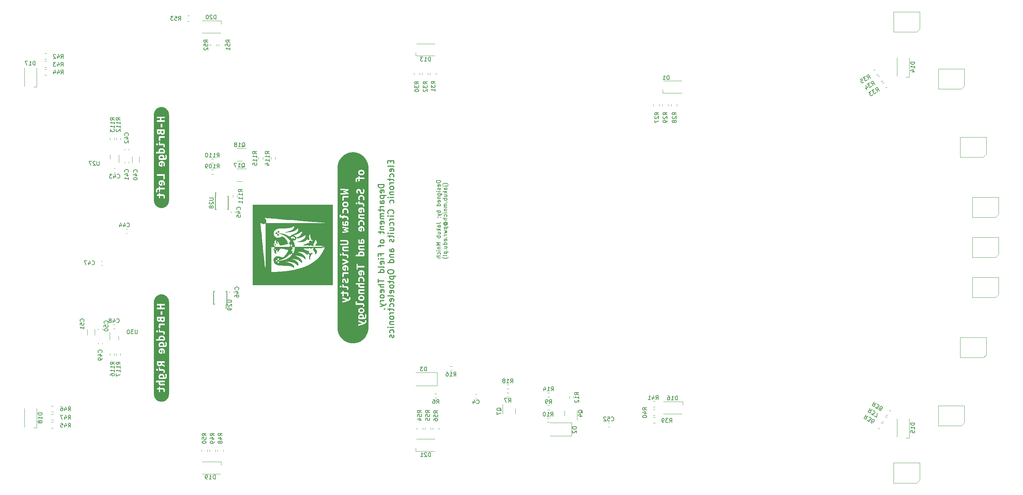
<source format=gbr>
%TF.GenerationSoftware,KiCad,Pcbnew,(6.0.2)*%
%TF.CreationDate,2022-08-16T13:23:33+02:00*%
%TF.ProjectId,BeamRider_MainBoard_v1,4265616d-5269-4646-9572-5f4d61696e42,rev?*%
%TF.SameCoordinates,Original*%
%TF.FileFunction,Legend,Bot*%
%TF.FilePolarity,Positive*%
%FSLAX46Y46*%
G04 Gerber Fmt 4.6, Leading zero omitted, Abs format (unit mm)*
G04 Created by KiCad (PCBNEW (6.0.2)) date 2022-08-16 13:23:33*
%MOMM*%
%LPD*%
G01*
G04 APERTURE LIST*
%ADD10C,0.250000*%
%ADD11C,0.200000*%
%ADD12C,0.150000*%
%ADD13C,0.300000*%
%ADD14C,0.120000*%
G04 APERTURE END LIST*
D10*
X113071071Y-66742857D02*
X111571071Y-66742857D01*
X111571071Y-67100000D01*
X111642500Y-67314285D01*
X111785357Y-67457142D01*
X111928214Y-67528571D01*
X112213928Y-67600000D01*
X112428214Y-67600000D01*
X112713928Y-67528571D01*
X112856785Y-67457142D01*
X112999642Y-67314285D01*
X113071071Y-67100000D01*
X113071071Y-66742857D01*
X112999642Y-68814285D02*
X113071071Y-68671428D01*
X113071071Y-68385714D01*
X112999642Y-68242857D01*
X112856785Y-68171428D01*
X112285357Y-68171428D01*
X112142500Y-68242857D01*
X112071071Y-68385714D01*
X112071071Y-68671428D01*
X112142500Y-68814285D01*
X112285357Y-68885714D01*
X112428214Y-68885714D01*
X112571071Y-68171428D01*
X112071071Y-69528571D02*
X113571071Y-69528571D01*
X112142500Y-69528571D02*
X112071071Y-69671428D01*
X112071071Y-69957142D01*
X112142500Y-70100000D01*
X112213928Y-70171428D01*
X112356785Y-70242857D01*
X112785357Y-70242857D01*
X112928214Y-70171428D01*
X112999642Y-70100000D01*
X113071071Y-69957142D01*
X113071071Y-69671428D01*
X112999642Y-69528571D01*
X113071071Y-71528571D02*
X112285357Y-71528571D01*
X112142500Y-71457142D01*
X112071071Y-71314285D01*
X112071071Y-71028571D01*
X112142500Y-70885714D01*
X112999642Y-71528571D02*
X113071071Y-71385714D01*
X113071071Y-71028571D01*
X112999642Y-70885714D01*
X112856785Y-70814285D01*
X112713928Y-70814285D01*
X112571071Y-70885714D01*
X112499642Y-71028571D01*
X112499642Y-71385714D01*
X112428214Y-71528571D01*
X113071071Y-72242857D02*
X112071071Y-72242857D01*
X112356785Y-72242857D02*
X112213928Y-72314285D01*
X112142500Y-72385714D01*
X112071071Y-72528571D01*
X112071071Y-72671428D01*
X112071071Y-72957142D02*
X112071071Y-73528571D01*
X111571071Y-73171428D02*
X112856785Y-73171428D01*
X112999642Y-73242857D01*
X113071071Y-73385714D01*
X113071071Y-73528571D01*
X113071071Y-74028571D02*
X112071071Y-74028571D01*
X112213928Y-74028571D02*
X112142500Y-74100000D01*
X112071071Y-74242857D01*
X112071071Y-74457142D01*
X112142500Y-74600000D01*
X112285357Y-74671428D01*
X113071071Y-74671428D01*
X112285357Y-74671428D02*
X112142500Y-74742857D01*
X112071071Y-74885714D01*
X112071071Y-75100000D01*
X112142500Y-75242857D01*
X112285357Y-75314285D01*
X113071071Y-75314285D01*
X112999642Y-76600000D02*
X113071071Y-76457142D01*
X113071071Y-76171428D01*
X112999642Y-76028571D01*
X112856785Y-75957142D01*
X112285357Y-75957142D01*
X112142500Y-76028571D01*
X112071071Y-76171428D01*
X112071071Y-76457142D01*
X112142500Y-76600000D01*
X112285357Y-76671428D01*
X112428214Y-76671428D01*
X112571071Y-75957142D01*
X112071071Y-77314285D02*
X113071071Y-77314285D01*
X112213928Y-77314285D02*
X112142500Y-77385714D01*
X112071071Y-77528571D01*
X112071071Y-77742857D01*
X112142500Y-77885714D01*
X112285357Y-77957142D01*
X113071071Y-77957142D01*
X112071071Y-78457142D02*
X112071071Y-79028571D01*
X111571071Y-78671428D02*
X112856785Y-78671428D01*
X112999642Y-78742857D01*
X113071071Y-78885714D01*
X113071071Y-79028571D01*
X113071071Y-80885714D02*
X112999642Y-80742857D01*
X112928214Y-80671428D01*
X112785357Y-80600000D01*
X112356785Y-80600000D01*
X112213928Y-80671428D01*
X112142500Y-80742857D01*
X112071071Y-80885714D01*
X112071071Y-81100000D01*
X112142500Y-81242857D01*
X112213928Y-81314285D01*
X112356785Y-81385714D01*
X112785357Y-81385714D01*
X112928214Y-81314285D01*
X112999642Y-81242857D01*
X113071071Y-81100000D01*
X113071071Y-80885714D01*
X112071071Y-81814285D02*
X112071071Y-82385714D01*
X113071071Y-82028571D02*
X111785357Y-82028571D01*
X111642500Y-82100000D01*
X111571071Y-82242857D01*
X111571071Y-82385714D01*
X112285357Y-84528571D02*
X112285357Y-84028571D01*
X113071071Y-84028571D02*
X111571071Y-84028571D01*
X111571071Y-84742857D01*
X113071071Y-85314285D02*
X112071071Y-85314285D01*
X111571071Y-85314285D02*
X111642500Y-85242857D01*
X111713928Y-85314285D01*
X111642500Y-85385714D01*
X111571071Y-85314285D01*
X111713928Y-85314285D01*
X112999642Y-86600000D02*
X113071071Y-86457142D01*
X113071071Y-86171428D01*
X112999642Y-86028571D01*
X112856785Y-85957142D01*
X112285357Y-85957142D01*
X112142500Y-86028571D01*
X112071071Y-86171428D01*
X112071071Y-86457142D01*
X112142500Y-86600000D01*
X112285357Y-86671428D01*
X112428214Y-86671428D01*
X112571071Y-85957142D01*
X113071071Y-87528571D02*
X112999642Y-87385714D01*
X112856785Y-87314285D01*
X111571071Y-87314285D01*
X113071071Y-88742857D02*
X111571071Y-88742857D01*
X112999642Y-88742857D02*
X113071071Y-88600000D01*
X113071071Y-88314285D01*
X112999642Y-88171428D01*
X112928214Y-88100000D01*
X112785357Y-88028571D01*
X112356785Y-88028571D01*
X112213928Y-88100000D01*
X112142500Y-88171428D01*
X112071071Y-88314285D01*
X112071071Y-88600000D01*
X112142500Y-88742857D01*
X111571071Y-90385714D02*
X111571071Y-91242857D01*
X113071071Y-90814285D02*
X111571071Y-90814285D01*
X113071071Y-91742857D02*
X111571071Y-91742857D01*
X113071071Y-92385714D02*
X112285357Y-92385714D01*
X112142500Y-92314285D01*
X112071071Y-92171428D01*
X112071071Y-91957142D01*
X112142500Y-91814285D01*
X112213928Y-91742857D01*
X112999642Y-93671428D02*
X113071071Y-93528571D01*
X113071071Y-93242857D01*
X112999642Y-93100000D01*
X112856785Y-93028571D01*
X112285357Y-93028571D01*
X112142500Y-93100000D01*
X112071071Y-93242857D01*
X112071071Y-93528571D01*
X112142500Y-93671428D01*
X112285357Y-93742857D01*
X112428214Y-93742857D01*
X112571071Y-93028571D01*
X113071071Y-94600000D02*
X112999642Y-94457142D01*
X112928214Y-94385714D01*
X112785357Y-94314285D01*
X112356785Y-94314285D01*
X112213928Y-94385714D01*
X112142500Y-94457142D01*
X112071071Y-94600000D01*
X112071071Y-94814285D01*
X112142500Y-94957142D01*
X112213928Y-95028571D01*
X112356785Y-95100000D01*
X112785357Y-95100000D01*
X112928214Y-95028571D01*
X112999642Y-94957142D01*
X113071071Y-94814285D01*
X113071071Y-94600000D01*
X113071071Y-95742857D02*
X112071071Y-95742857D01*
X112356785Y-95742857D02*
X112213928Y-95814285D01*
X112142500Y-95885714D01*
X112071071Y-96028571D01*
X112071071Y-96171428D01*
X112071071Y-96528571D02*
X113071071Y-96885714D01*
X112071071Y-97242857D02*
X113071071Y-96885714D01*
X113428214Y-96742857D01*
X113499642Y-96671428D01*
X113571071Y-96528571D01*
X112999642Y-97885714D02*
X113071071Y-97885714D01*
X113213928Y-97814285D01*
X113285357Y-97742857D01*
X114700357Y-60814285D02*
X114700357Y-61314285D01*
X115486071Y-61528571D02*
X115486071Y-60814285D01*
X113986071Y-60814285D01*
X113986071Y-61528571D01*
X115486071Y-62385714D02*
X115414642Y-62242857D01*
X115271785Y-62171428D01*
X113986071Y-62171428D01*
X115414642Y-63528571D02*
X115486071Y-63385714D01*
X115486071Y-63100000D01*
X115414642Y-62957142D01*
X115271785Y-62885714D01*
X114700357Y-62885714D01*
X114557500Y-62957142D01*
X114486071Y-63100000D01*
X114486071Y-63385714D01*
X114557500Y-63528571D01*
X114700357Y-63599999D01*
X114843214Y-63599999D01*
X114986071Y-62885714D01*
X115414642Y-64885714D02*
X115486071Y-64742857D01*
X115486071Y-64457142D01*
X115414642Y-64314285D01*
X115343214Y-64242857D01*
X115200357Y-64171428D01*
X114771785Y-64171428D01*
X114628928Y-64242857D01*
X114557500Y-64314285D01*
X114486071Y-64457142D01*
X114486071Y-64742857D01*
X114557500Y-64885714D01*
X114486071Y-65314285D02*
X114486071Y-65885714D01*
X113986071Y-65528571D02*
X115271785Y-65528571D01*
X115414642Y-65599999D01*
X115486071Y-65742857D01*
X115486071Y-65885714D01*
X115486071Y-66385714D02*
X114486071Y-66385714D01*
X114771785Y-66385714D02*
X114628928Y-66457142D01*
X114557500Y-66528571D01*
X114486071Y-66671428D01*
X114486071Y-66814285D01*
X115486071Y-67528571D02*
X115414642Y-67385714D01*
X115343214Y-67314285D01*
X115200357Y-67242857D01*
X114771785Y-67242857D01*
X114628928Y-67314285D01*
X114557500Y-67385714D01*
X114486071Y-67528571D01*
X114486071Y-67742857D01*
X114557500Y-67885714D01*
X114628928Y-67957142D01*
X114771785Y-68028571D01*
X115200357Y-68028571D01*
X115343214Y-67957142D01*
X115414642Y-67885714D01*
X115486071Y-67742857D01*
X115486071Y-67528571D01*
X114486071Y-68671428D02*
X115486071Y-68671428D01*
X114628928Y-68671428D02*
X114557500Y-68742857D01*
X114486071Y-68885714D01*
X114486071Y-69099999D01*
X114557500Y-69242857D01*
X114700357Y-69314285D01*
X115486071Y-69314285D01*
X115486071Y-70028571D02*
X114486071Y-70028571D01*
X113986071Y-70028571D02*
X114057500Y-69957142D01*
X114128928Y-70028571D01*
X114057500Y-70099999D01*
X113986071Y-70028571D01*
X114128928Y-70028571D01*
X115414642Y-71385714D02*
X115486071Y-71242857D01*
X115486071Y-70957142D01*
X115414642Y-70814285D01*
X115343214Y-70742857D01*
X115200357Y-70671428D01*
X114771785Y-70671428D01*
X114628928Y-70742857D01*
X114557500Y-70814285D01*
X114486071Y-70957142D01*
X114486071Y-71242857D01*
X114557500Y-71385714D01*
X115343214Y-74028571D02*
X115414642Y-73957142D01*
X115486071Y-73742857D01*
X115486071Y-73599999D01*
X115414642Y-73385714D01*
X115271785Y-73242857D01*
X115128928Y-73171428D01*
X114843214Y-73099999D01*
X114628928Y-73099999D01*
X114343214Y-73171428D01*
X114200357Y-73242857D01*
X114057500Y-73385714D01*
X113986071Y-73599999D01*
X113986071Y-73742857D01*
X114057500Y-73957142D01*
X114128928Y-74028571D01*
X115486071Y-74671428D02*
X114486071Y-74671428D01*
X113986071Y-74671428D02*
X114057500Y-74599999D01*
X114128928Y-74671428D01*
X114057500Y-74742857D01*
X113986071Y-74671428D01*
X114128928Y-74671428D01*
X115486071Y-75385714D02*
X114486071Y-75385714D01*
X114771785Y-75385714D02*
X114628928Y-75457142D01*
X114557500Y-75528571D01*
X114486071Y-75671428D01*
X114486071Y-75814285D01*
X115414642Y-76957142D02*
X115486071Y-76814285D01*
X115486071Y-76528571D01*
X115414642Y-76385714D01*
X115343214Y-76314285D01*
X115200357Y-76242857D01*
X114771785Y-76242857D01*
X114628928Y-76314285D01*
X114557500Y-76385714D01*
X114486071Y-76528571D01*
X114486071Y-76814285D01*
X114557500Y-76957142D01*
X114486071Y-78242857D02*
X115486071Y-78242857D01*
X114486071Y-77599999D02*
X115271785Y-77599999D01*
X115414642Y-77671428D01*
X115486071Y-77814285D01*
X115486071Y-78028571D01*
X115414642Y-78171428D01*
X115343214Y-78242857D01*
X115486071Y-78957142D02*
X114486071Y-78957142D01*
X113986071Y-78957142D02*
X114057500Y-78885714D01*
X114128928Y-78957142D01*
X114057500Y-79028571D01*
X113986071Y-78957142D01*
X114128928Y-78957142D01*
X114486071Y-79457142D02*
X114486071Y-80028571D01*
X113986071Y-79671428D02*
X115271785Y-79671428D01*
X115414642Y-79742857D01*
X115486071Y-79885714D01*
X115486071Y-80028571D01*
X115414642Y-80457142D02*
X115486071Y-80599999D01*
X115486071Y-80885714D01*
X115414642Y-81028571D01*
X115271785Y-81099999D01*
X115200357Y-81099999D01*
X115057500Y-81028571D01*
X114986071Y-80885714D01*
X114986071Y-80671428D01*
X114914642Y-80528571D01*
X114771785Y-80457142D01*
X114700357Y-80457142D01*
X114557500Y-80528571D01*
X114486071Y-80671428D01*
X114486071Y-80885714D01*
X114557500Y-81028571D01*
X115486071Y-83528571D02*
X114700357Y-83528571D01*
X114557500Y-83457142D01*
X114486071Y-83314285D01*
X114486071Y-83028571D01*
X114557500Y-82885714D01*
X115414642Y-83528571D02*
X115486071Y-83385714D01*
X115486071Y-83028571D01*
X115414642Y-82885714D01*
X115271785Y-82814285D01*
X115128928Y-82814285D01*
X114986071Y-82885714D01*
X114914642Y-83028571D01*
X114914642Y-83385714D01*
X114843214Y-83528571D01*
X114486071Y-84242857D02*
X115486071Y-84242857D01*
X114628928Y-84242857D02*
X114557500Y-84314285D01*
X114486071Y-84457142D01*
X114486071Y-84671428D01*
X114557500Y-84814285D01*
X114700357Y-84885714D01*
X115486071Y-84885714D01*
X115486071Y-86242857D02*
X113986071Y-86242857D01*
X115414642Y-86242857D02*
X115486071Y-86099999D01*
X115486071Y-85814285D01*
X115414642Y-85671428D01*
X115343214Y-85599999D01*
X115200357Y-85528571D01*
X114771785Y-85528571D01*
X114628928Y-85599999D01*
X114557500Y-85671428D01*
X114486071Y-85814285D01*
X114486071Y-86099999D01*
X114557500Y-86242857D01*
X113986071Y-88385714D02*
X113986071Y-88671428D01*
X114057500Y-88814285D01*
X114200357Y-88957142D01*
X114486071Y-89028571D01*
X114986071Y-89028571D01*
X115271785Y-88957142D01*
X115414642Y-88814285D01*
X115486071Y-88671428D01*
X115486071Y-88385714D01*
X115414642Y-88242857D01*
X115271785Y-88099999D01*
X114986071Y-88028571D01*
X114486071Y-88028571D01*
X114200357Y-88099999D01*
X114057500Y-88242857D01*
X113986071Y-88385714D01*
X114486071Y-89671428D02*
X115986071Y-89671428D01*
X114557500Y-89671428D02*
X114486071Y-89814285D01*
X114486071Y-90099999D01*
X114557500Y-90242857D01*
X114628928Y-90314285D01*
X114771785Y-90385714D01*
X115200357Y-90385714D01*
X115343214Y-90314285D01*
X115414642Y-90242857D01*
X115486071Y-90099999D01*
X115486071Y-89814285D01*
X115414642Y-89671428D01*
X114486071Y-90814285D02*
X114486071Y-91385714D01*
X113986071Y-91028571D02*
X115271785Y-91028571D01*
X115414642Y-91099999D01*
X115486071Y-91242857D01*
X115486071Y-91385714D01*
X115486071Y-92099999D02*
X115414642Y-91957142D01*
X115343214Y-91885714D01*
X115200357Y-91814285D01*
X114771785Y-91814285D01*
X114628928Y-91885714D01*
X114557500Y-91957142D01*
X114486071Y-92099999D01*
X114486071Y-92314285D01*
X114557500Y-92457142D01*
X114628928Y-92528571D01*
X114771785Y-92599999D01*
X115200357Y-92599999D01*
X115343214Y-92528571D01*
X115414642Y-92457142D01*
X115486071Y-92314285D01*
X115486071Y-92099999D01*
X115414642Y-93814285D02*
X115486071Y-93671428D01*
X115486071Y-93385714D01*
X115414642Y-93242857D01*
X115271785Y-93171428D01*
X114700357Y-93171428D01*
X114557500Y-93242857D01*
X114486071Y-93385714D01*
X114486071Y-93671428D01*
X114557500Y-93814285D01*
X114700357Y-93885714D01*
X114843214Y-93885714D01*
X114986071Y-93171428D01*
X115486071Y-94742857D02*
X115414642Y-94599999D01*
X115271785Y-94528571D01*
X113986071Y-94528571D01*
X115414642Y-95885714D02*
X115486071Y-95742857D01*
X115486071Y-95457142D01*
X115414642Y-95314285D01*
X115271785Y-95242857D01*
X114700357Y-95242857D01*
X114557500Y-95314285D01*
X114486071Y-95457142D01*
X114486071Y-95742857D01*
X114557500Y-95885714D01*
X114700357Y-95957142D01*
X114843214Y-95957142D01*
X114986071Y-95242857D01*
X115414642Y-97242857D02*
X115486071Y-97099999D01*
X115486071Y-96814285D01*
X115414642Y-96671428D01*
X115343214Y-96599999D01*
X115200357Y-96528571D01*
X114771785Y-96528571D01*
X114628928Y-96599999D01*
X114557500Y-96671428D01*
X114486071Y-96814285D01*
X114486071Y-97099999D01*
X114557500Y-97242857D01*
X114486071Y-97671428D02*
X114486071Y-98242857D01*
X113986071Y-97885714D02*
X115271785Y-97885714D01*
X115414642Y-97957142D01*
X115486071Y-98099999D01*
X115486071Y-98242857D01*
X115486071Y-98742857D02*
X114486071Y-98742857D01*
X114771785Y-98742857D02*
X114628928Y-98814285D01*
X114557500Y-98885714D01*
X114486071Y-99028571D01*
X114486071Y-99171428D01*
X115486071Y-99885714D02*
X115414642Y-99742857D01*
X115343214Y-99671428D01*
X115200357Y-99599999D01*
X114771785Y-99599999D01*
X114628928Y-99671428D01*
X114557500Y-99742857D01*
X114486071Y-99885714D01*
X114486071Y-100099999D01*
X114557500Y-100242857D01*
X114628928Y-100314285D01*
X114771785Y-100385714D01*
X115200357Y-100385714D01*
X115343214Y-100314285D01*
X115414642Y-100242857D01*
X115486071Y-100099999D01*
X115486071Y-99885714D01*
X114486071Y-101028571D02*
X115486071Y-101028571D01*
X114628928Y-101028571D02*
X114557500Y-101099999D01*
X114486071Y-101242857D01*
X114486071Y-101457142D01*
X114557500Y-101599999D01*
X114700357Y-101671428D01*
X115486071Y-101671428D01*
X115486071Y-102385714D02*
X114486071Y-102385714D01*
X113986071Y-102385714D02*
X114057500Y-102314285D01*
X114128928Y-102385714D01*
X114057500Y-102457142D01*
X113986071Y-102385714D01*
X114128928Y-102385714D01*
X115414642Y-103742857D02*
X115486071Y-103599999D01*
X115486071Y-103314285D01*
X115414642Y-103171428D01*
X115343214Y-103099999D01*
X115200357Y-103028571D01*
X114771785Y-103028571D01*
X114628928Y-103099999D01*
X114557500Y-103171428D01*
X114486071Y-103314285D01*
X114486071Y-103599999D01*
X114557500Y-103742857D01*
X115414642Y-104314285D02*
X115486071Y-104457142D01*
X115486071Y-104742857D01*
X115414642Y-104885714D01*
X115271785Y-104957142D01*
X115200357Y-104957142D01*
X115057500Y-104885714D01*
X114986071Y-104742857D01*
X114986071Y-104528571D01*
X114914642Y-104385714D01*
X114771785Y-104314285D01*
X114700357Y-104314285D01*
X114557500Y-104385714D01*
X114486071Y-104528571D01*
X114486071Y-104742857D01*
X114557500Y-104885714D01*
D11*
X127145055Y-65878486D02*
X126145055Y-65878486D01*
X126145055Y-66116581D01*
X126192675Y-66259438D01*
X126287913Y-66354676D01*
X126383151Y-66402295D01*
X126573627Y-66449914D01*
X126716484Y-66449914D01*
X126906960Y-66402295D01*
X127002198Y-66354676D01*
X127097436Y-66259438D01*
X127145055Y-66116581D01*
X127145055Y-65878486D01*
X127097436Y-67259438D02*
X127145055Y-67164200D01*
X127145055Y-66973724D01*
X127097436Y-66878486D01*
X127002198Y-66830866D01*
X126621246Y-66830866D01*
X126526008Y-66878486D01*
X126478389Y-66973724D01*
X126478389Y-67164200D01*
X126526008Y-67259438D01*
X126621246Y-67307057D01*
X126716484Y-67307057D01*
X126811722Y-66830866D01*
X127097436Y-67688009D02*
X127145055Y-67783247D01*
X127145055Y-67973724D01*
X127097436Y-68068962D01*
X127002198Y-68116581D01*
X126954579Y-68116581D01*
X126859341Y-68068962D01*
X126811722Y-67973724D01*
X126811722Y-67830866D01*
X126764103Y-67735628D01*
X126668865Y-67688009D01*
X126621246Y-67688009D01*
X126526008Y-67735628D01*
X126478389Y-67830866D01*
X126478389Y-67973724D01*
X126526008Y-68068962D01*
X127145055Y-68545152D02*
X126478389Y-68545152D01*
X126145055Y-68545152D02*
X126192675Y-68497533D01*
X126240294Y-68545152D01*
X126192675Y-68592771D01*
X126145055Y-68545152D01*
X126240294Y-68545152D01*
X126478389Y-69449914D02*
X127287913Y-69449914D01*
X127383151Y-69402295D01*
X127430770Y-69354676D01*
X127478389Y-69259438D01*
X127478389Y-69116581D01*
X127430770Y-69021343D01*
X127097436Y-69449914D02*
X127145055Y-69354676D01*
X127145055Y-69164200D01*
X127097436Y-69068962D01*
X127049817Y-69021343D01*
X126954579Y-68973724D01*
X126668865Y-68973724D01*
X126573627Y-69021343D01*
X126526008Y-69068962D01*
X126478389Y-69164200D01*
X126478389Y-69354676D01*
X126526008Y-69449914D01*
X126478389Y-69926105D02*
X127145055Y-69926105D01*
X126573627Y-69926105D02*
X126526008Y-69973724D01*
X126478389Y-70068962D01*
X126478389Y-70211819D01*
X126526008Y-70307057D01*
X126621246Y-70354676D01*
X127145055Y-70354676D01*
X127097436Y-71211819D02*
X127145055Y-71116581D01*
X127145055Y-70926105D01*
X127097436Y-70830866D01*
X127002198Y-70783247D01*
X126621246Y-70783247D01*
X126526008Y-70830866D01*
X126478389Y-70926105D01*
X126478389Y-71116581D01*
X126526008Y-71211819D01*
X126621246Y-71259438D01*
X126716484Y-71259438D01*
X126811722Y-70783247D01*
X127145055Y-72116581D02*
X126145055Y-72116581D01*
X127097436Y-72116581D02*
X127145055Y-72021343D01*
X127145055Y-71830866D01*
X127097436Y-71735628D01*
X127049817Y-71688009D01*
X126954579Y-71640390D01*
X126668865Y-71640390D01*
X126573627Y-71688009D01*
X126526008Y-71735628D01*
X126478389Y-71830866D01*
X126478389Y-72021343D01*
X126526008Y-72116581D01*
X127145055Y-73354676D02*
X126145055Y-73354676D01*
X126526008Y-73354676D02*
X126478389Y-73449914D01*
X126478389Y-73640390D01*
X126526008Y-73735628D01*
X126573627Y-73783247D01*
X126668865Y-73830866D01*
X126954579Y-73830866D01*
X127049817Y-73783247D01*
X127097436Y-73735628D01*
X127145055Y-73640390D01*
X127145055Y-73449914D01*
X127097436Y-73354676D01*
X126478389Y-74164200D02*
X127145055Y-74402295D01*
X126478389Y-74640390D02*
X127145055Y-74402295D01*
X127383151Y-74307057D01*
X127430770Y-74259438D01*
X127478389Y-74164200D01*
X127049817Y-75021343D02*
X127097436Y-75068962D01*
X127145055Y-75021343D01*
X127097436Y-74973724D01*
X127049817Y-75021343D01*
X127145055Y-75021343D01*
X126526008Y-75021343D02*
X126573627Y-75068962D01*
X126621246Y-75021343D01*
X126573627Y-74973724D01*
X126526008Y-75021343D01*
X126621246Y-75021343D01*
X126145055Y-76545152D02*
X126859341Y-76545152D01*
X127002198Y-76497533D01*
X127097436Y-76402295D01*
X127145055Y-76259438D01*
X127145055Y-76164200D01*
X127145055Y-77449914D02*
X126621246Y-77449914D01*
X126526008Y-77402295D01*
X126478389Y-77307057D01*
X126478389Y-77116581D01*
X126526008Y-77021343D01*
X127097436Y-77449914D02*
X127145055Y-77354676D01*
X127145055Y-77116581D01*
X127097436Y-77021343D01*
X127002198Y-76973724D01*
X126906960Y-76973724D01*
X126811722Y-77021343D01*
X126764103Y-77116581D01*
X126764103Y-77354676D01*
X126716484Y-77449914D01*
X127145055Y-77926105D02*
X126145055Y-77926105D01*
X126764103Y-78021343D02*
X127145055Y-78307057D01*
X126478389Y-78307057D02*
X126859341Y-77926105D01*
X126478389Y-79164200D02*
X127145055Y-79164200D01*
X126478389Y-78735628D02*
X127002198Y-78735628D01*
X127097436Y-78783247D01*
X127145055Y-78878486D01*
X127145055Y-79021343D01*
X127097436Y-79116581D01*
X127049817Y-79164200D01*
X127145055Y-79640390D02*
X126145055Y-79640390D01*
X126526008Y-79640390D02*
X126478389Y-79735628D01*
X126478389Y-79926105D01*
X126526008Y-80021343D01*
X126573627Y-80068962D01*
X126668865Y-80116581D01*
X126954579Y-80116581D01*
X127049817Y-80068962D01*
X127097436Y-80021343D01*
X127145055Y-79926105D01*
X127145055Y-79735628D01*
X127097436Y-79640390D01*
X127145055Y-81307057D02*
X126145055Y-81307057D01*
X126859341Y-81640390D01*
X126145055Y-81973724D01*
X127145055Y-81973724D01*
X126478389Y-82449914D02*
X127145055Y-82449914D01*
X126573627Y-82449914D02*
X126526008Y-82497533D01*
X126478389Y-82592771D01*
X126478389Y-82735628D01*
X126526008Y-82830866D01*
X126621246Y-82878486D01*
X127145055Y-82878486D01*
X127145055Y-83354676D02*
X126478389Y-83354676D01*
X126145055Y-83354676D02*
X126192675Y-83307057D01*
X126240294Y-83354676D01*
X126192675Y-83402295D01*
X126145055Y-83354676D01*
X126240294Y-83354676D01*
X127097436Y-84259438D02*
X127145055Y-84164200D01*
X127145055Y-83973724D01*
X127097436Y-83878486D01*
X127049817Y-83830866D01*
X126954579Y-83783247D01*
X126668865Y-83783247D01*
X126573627Y-83830866D01*
X126526008Y-83878486D01*
X126478389Y-83973724D01*
X126478389Y-84164200D01*
X126526008Y-84259438D01*
X127145055Y-84688009D02*
X126145055Y-84688009D01*
X127145055Y-85116581D02*
X126621246Y-85116581D01*
X126526008Y-85068962D01*
X126478389Y-84973724D01*
X126478389Y-84830866D01*
X126526008Y-84735628D01*
X126573627Y-84688009D01*
X129136008Y-66807057D02*
X129088389Y-66759438D01*
X128945532Y-66664200D01*
X128850294Y-66616581D01*
X128707436Y-66568962D01*
X128469341Y-66521343D01*
X128278865Y-66521343D01*
X128040770Y-66568962D01*
X127897913Y-66616581D01*
X127802675Y-66664200D01*
X127659817Y-66759438D01*
X127612198Y-66807057D01*
X128088389Y-67188009D02*
X128945532Y-67188009D01*
X129040770Y-67140390D01*
X129088389Y-67045152D01*
X129088389Y-66997533D01*
X127755055Y-67188009D02*
X127802675Y-67140390D01*
X127850294Y-67188009D01*
X127802675Y-67235628D01*
X127755055Y-67188009D01*
X127850294Y-67188009D01*
X128755055Y-68092771D02*
X128231246Y-68092771D01*
X128136008Y-68045152D01*
X128088389Y-67949914D01*
X128088389Y-67759438D01*
X128136008Y-67664200D01*
X128707436Y-68092771D02*
X128755055Y-67997533D01*
X128755055Y-67759438D01*
X128707436Y-67664200D01*
X128612198Y-67616581D01*
X128516960Y-67616581D01*
X128421722Y-67664200D01*
X128374103Y-67759438D01*
X128374103Y-67997533D01*
X128326484Y-68092771D01*
X128755055Y-68568962D02*
X127755055Y-68568962D01*
X128374103Y-68664200D02*
X128755055Y-68949914D01*
X128088389Y-68949914D02*
X128469341Y-68568962D01*
X128088389Y-69807057D02*
X128755055Y-69807057D01*
X128088389Y-69378486D02*
X128612198Y-69378486D01*
X128707436Y-69426105D01*
X128755055Y-69521343D01*
X128755055Y-69664200D01*
X128707436Y-69759438D01*
X128659817Y-69807057D01*
X128755055Y-70283247D02*
X127755055Y-70283247D01*
X128136008Y-70283247D02*
X128088389Y-70378486D01*
X128088389Y-70568962D01*
X128136008Y-70664200D01*
X128183627Y-70711819D01*
X128278865Y-70759438D01*
X128564579Y-70759438D01*
X128659817Y-70711819D01*
X128707436Y-70664200D01*
X128755055Y-70568962D01*
X128755055Y-70378486D01*
X128707436Y-70283247D01*
X128659817Y-71188009D02*
X128707436Y-71235628D01*
X128755055Y-71188009D01*
X128707436Y-71140390D01*
X128659817Y-71188009D01*
X128755055Y-71188009D01*
X128755055Y-71664200D02*
X128088389Y-71664200D01*
X128183627Y-71664200D02*
X128136008Y-71711819D01*
X128088389Y-71807057D01*
X128088389Y-71949914D01*
X128136008Y-72045152D01*
X128231246Y-72092771D01*
X128755055Y-72092771D01*
X128231246Y-72092771D02*
X128136008Y-72140390D01*
X128088389Y-72235628D01*
X128088389Y-72378485D01*
X128136008Y-72473724D01*
X128231246Y-72521343D01*
X128755055Y-72521343D01*
X128088389Y-72997533D02*
X128755055Y-72997533D01*
X128183627Y-72997533D02*
X128136008Y-73045152D01*
X128088389Y-73140390D01*
X128088389Y-73283247D01*
X128136008Y-73378486D01*
X128231246Y-73426105D01*
X128755055Y-73426105D01*
X128755055Y-73902295D02*
X128088389Y-73902295D01*
X127755055Y-73902295D02*
X127802675Y-73854676D01*
X127850294Y-73902295D01*
X127802675Y-73949914D01*
X127755055Y-73902295D01*
X127850294Y-73902295D01*
X128707436Y-74807057D02*
X128755055Y-74711819D01*
X128755055Y-74521343D01*
X128707436Y-74426105D01*
X128659817Y-74378486D01*
X128564579Y-74330866D01*
X128278865Y-74330866D01*
X128183627Y-74378486D01*
X128136008Y-74426105D01*
X128088389Y-74521343D01*
X128088389Y-74711819D01*
X128136008Y-74807057D01*
X128755055Y-75235628D02*
X127755055Y-75235628D01*
X128755055Y-75664200D02*
X128231246Y-75664200D01*
X128136008Y-75616581D01*
X128088389Y-75521343D01*
X128088389Y-75378485D01*
X128136008Y-75283247D01*
X128183627Y-75235628D01*
X128278865Y-76759438D02*
X128231246Y-76711819D01*
X128183627Y-76616581D01*
X128183627Y-76521343D01*
X128231246Y-76426105D01*
X128278865Y-76378485D01*
X128374103Y-76330866D01*
X128469341Y-76330866D01*
X128564579Y-76378485D01*
X128612198Y-76426105D01*
X128659817Y-76521343D01*
X128659817Y-76616581D01*
X128612198Y-76711819D01*
X128564579Y-76759438D01*
X128183627Y-76759438D02*
X128564579Y-76759438D01*
X128612198Y-76807057D01*
X128612198Y-76854676D01*
X128564579Y-76949914D01*
X128469341Y-76997533D01*
X128231246Y-76997533D01*
X128088389Y-76902295D01*
X127993151Y-76759438D01*
X127945532Y-76568962D01*
X127993151Y-76378485D01*
X128088389Y-76235628D01*
X128231246Y-76140390D01*
X128421722Y-76092771D01*
X128612198Y-76140390D01*
X128755055Y-76235628D01*
X128850294Y-76378485D01*
X128897913Y-76568962D01*
X128850294Y-76759438D01*
X128755055Y-76902295D01*
X128088389Y-77426105D02*
X129088389Y-77426105D01*
X128136008Y-77426105D02*
X128088389Y-77521343D01*
X128088389Y-77711819D01*
X128136008Y-77807057D01*
X128183627Y-77854676D01*
X128278865Y-77902295D01*
X128564579Y-77902295D01*
X128659817Y-77854676D01*
X128707436Y-77807057D01*
X128755055Y-77711819D01*
X128755055Y-77521343D01*
X128707436Y-77426105D01*
X128088389Y-78235628D02*
X128755055Y-78426105D01*
X128278865Y-78616581D01*
X128755055Y-78807057D01*
X128088389Y-78997533D01*
X128755055Y-79378485D02*
X128088389Y-79378485D01*
X128278865Y-79378485D02*
X128183627Y-79426105D01*
X128136008Y-79473724D01*
X128088389Y-79568962D01*
X128088389Y-79664200D01*
X128659817Y-79997533D02*
X128707436Y-80045152D01*
X128755055Y-79997533D01*
X128707436Y-79949914D01*
X128659817Y-79997533D01*
X128755055Y-79997533D01*
X128707436Y-80854676D02*
X128755055Y-80759438D01*
X128755055Y-80568962D01*
X128707436Y-80473724D01*
X128612198Y-80426105D01*
X128231246Y-80426105D01*
X128136008Y-80473724D01*
X128088389Y-80568962D01*
X128088389Y-80759438D01*
X128136008Y-80854676D01*
X128231246Y-80902295D01*
X128326484Y-80902295D01*
X128421722Y-80426105D01*
X128755055Y-81759438D02*
X127755055Y-81759438D01*
X128707436Y-81759438D02*
X128755055Y-81664200D01*
X128755055Y-81473724D01*
X128707436Y-81378485D01*
X128659817Y-81330866D01*
X128564579Y-81283247D01*
X128278865Y-81283247D01*
X128183627Y-81330866D01*
X128136008Y-81378485D01*
X128088389Y-81473724D01*
X128088389Y-81664200D01*
X128136008Y-81759438D01*
X128088389Y-82664200D02*
X128755055Y-82664200D01*
X128088389Y-82235628D02*
X128612198Y-82235628D01*
X128707436Y-82283247D01*
X128755055Y-82378485D01*
X128755055Y-82521343D01*
X128707436Y-82616581D01*
X128659817Y-82664200D01*
X128659817Y-83140390D02*
X128707436Y-83188009D01*
X128755055Y-83140390D01*
X128707436Y-83092771D01*
X128659817Y-83140390D01*
X128755055Y-83140390D01*
X128088389Y-83616581D02*
X129088389Y-83616581D01*
X128136008Y-83616581D02*
X128088389Y-83711819D01*
X128088389Y-83902295D01*
X128136008Y-83997533D01*
X128183627Y-84045152D01*
X128278865Y-84092771D01*
X128564579Y-84092771D01*
X128659817Y-84045152D01*
X128707436Y-83997533D01*
X128755055Y-83902295D01*
X128755055Y-83711819D01*
X128707436Y-83616581D01*
X128755055Y-84664200D02*
X128707436Y-84568962D01*
X128612198Y-84521343D01*
X127755055Y-84521343D01*
X129136008Y-84949914D02*
X129088389Y-84997533D01*
X128945532Y-85092771D01*
X128850294Y-85140390D01*
X128707436Y-85188009D01*
X128469341Y-85235628D01*
X128278865Y-85235628D01*
X128040770Y-85188009D01*
X127897913Y-85140390D01*
X127802675Y-85092771D01*
X127659817Y-84997533D01*
X127612198Y-84949914D01*
D12*
%TO.C,R47*%
X34342857Y-125352380D02*
X34676190Y-124876190D01*
X34914285Y-125352380D02*
X34914285Y-124352380D01*
X34533333Y-124352380D01*
X34438095Y-124400000D01*
X34390476Y-124447619D01*
X34342857Y-124542857D01*
X34342857Y-124685714D01*
X34390476Y-124780952D01*
X34438095Y-124828571D01*
X34533333Y-124876190D01*
X34914285Y-124876190D01*
X33485714Y-124685714D02*
X33485714Y-125352380D01*
X33723809Y-124304761D02*
X33961904Y-125019047D01*
X33342857Y-125019047D01*
X33057142Y-124352380D02*
X32390476Y-124352380D01*
X32819047Y-125352380D01*
%TO.C,U30*%
X51588095Y-103052380D02*
X51588095Y-103861904D01*
X51540476Y-103957142D01*
X51492857Y-104004761D01*
X51397619Y-104052380D01*
X51207142Y-104052380D01*
X51111904Y-104004761D01*
X51064285Y-103957142D01*
X51016666Y-103861904D01*
X51016666Y-103052380D01*
X50635714Y-103052380D02*
X50016666Y-103052380D01*
X50350000Y-103433333D01*
X50207142Y-103433333D01*
X50111904Y-103480952D01*
X50064285Y-103528571D01*
X50016666Y-103623809D01*
X50016666Y-103861904D01*
X50064285Y-103957142D01*
X50111904Y-104004761D01*
X50207142Y-104052380D01*
X50492857Y-104052380D01*
X50588095Y-104004761D01*
X50635714Y-103957142D01*
X49397619Y-103052380D02*
X49302380Y-103052380D01*
X49207142Y-103100000D01*
X49159523Y-103147619D01*
X49111904Y-103242857D01*
X49064285Y-103433333D01*
X49064285Y-103671428D01*
X49111904Y-103861904D01*
X49159523Y-103957142D01*
X49207142Y-104004761D01*
X49302380Y-104052380D01*
X49397619Y-104052380D01*
X49492857Y-104004761D01*
X49540476Y-103957142D01*
X49588095Y-103861904D01*
X49635714Y-103671428D01*
X49635714Y-103433333D01*
X49588095Y-103242857D01*
X49540476Y-103147619D01*
X49492857Y-103100000D01*
X49397619Y-103052380D01*
%TO.C,R43*%
X32542857Y-37352380D02*
X32876190Y-36876190D01*
X33114285Y-37352380D02*
X33114285Y-36352380D01*
X32733333Y-36352380D01*
X32638095Y-36400000D01*
X32590476Y-36447619D01*
X32542857Y-36542857D01*
X32542857Y-36685714D01*
X32590476Y-36780952D01*
X32638095Y-36828571D01*
X32733333Y-36876190D01*
X33114285Y-36876190D01*
X31685714Y-36685714D02*
X31685714Y-37352380D01*
X31923809Y-36304761D02*
X32161904Y-37019047D01*
X31542857Y-37019047D01*
X31257142Y-36352380D02*
X30638095Y-36352380D01*
X30971428Y-36733333D01*
X30828571Y-36733333D01*
X30733333Y-36780952D01*
X30685714Y-36828571D01*
X30638095Y-36923809D01*
X30638095Y-37161904D01*
X30685714Y-37257142D01*
X30733333Y-37304761D01*
X30828571Y-37352380D01*
X31114285Y-37352380D01*
X31209523Y-37304761D01*
X31257142Y-37257142D01*
%TO.C,D2*%
X161052380Y-127261904D02*
X160052380Y-127261904D01*
X160052380Y-127500000D01*
X160100000Y-127642857D01*
X160195238Y-127738095D01*
X160290476Y-127785714D01*
X160480952Y-127833333D01*
X160623809Y-127833333D01*
X160814285Y-127785714D01*
X160909523Y-127738095D01*
X161004761Y-127642857D01*
X161052380Y-127500000D01*
X161052380Y-127261904D01*
X160147619Y-128214285D02*
X160100000Y-128261904D01*
X160052380Y-128357142D01*
X160052380Y-128595238D01*
X160100000Y-128690476D01*
X160147619Y-128738095D01*
X160242857Y-128785714D01*
X160338095Y-128785714D01*
X160480952Y-128738095D01*
X161052380Y-128166666D01*
X161052380Y-128785714D01*
%TO.C,D16*%
X186214285Y-120552380D02*
X186214285Y-119552380D01*
X185976190Y-119552380D01*
X185833333Y-119600000D01*
X185738095Y-119695238D01*
X185690476Y-119790476D01*
X185642857Y-119980952D01*
X185642857Y-120123809D01*
X185690476Y-120314285D01*
X185738095Y-120409523D01*
X185833333Y-120504761D01*
X185976190Y-120552380D01*
X186214285Y-120552380D01*
X184690476Y-120552380D02*
X185261904Y-120552380D01*
X184976190Y-120552380D02*
X184976190Y-119552380D01*
X185071428Y-119695238D01*
X185166666Y-119790476D01*
X185261904Y-119838095D01*
X183833333Y-119552380D02*
X184023809Y-119552380D01*
X184119047Y-119600000D01*
X184166666Y-119647619D01*
X184261904Y-119790476D01*
X184309523Y-119980952D01*
X184309523Y-120361904D01*
X184261904Y-120457142D01*
X184214285Y-120504761D01*
X184119047Y-120552380D01*
X183928571Y-120552380D01*
X183833333Y-120504761D01*
X183785714Y-120457142D01*
X183738095Y-120361904D01*
X183738095Y-120123809D01*
X183785714Y-120028571D01*
X183833333Y-119980952D01*
X183928571Y-119933333D01*
X184119047Y-119933333D01*
X184214285Y-119980952D01*
X184261904Y-120028571D01*
X184309523Y-120123809D01*
%TO.C,C46*%
X76807142Y-93007142D02*
X76854761Y-92959523D01*
X76902380Y-92816666D01*
X76902380Y-92721428D01*
X76854761Y-92578571D01*
X76759523Y-92483333D01*
X76664285Y-92435714D01*
X76473809Y-92388095D01*
X76330952Y-92388095D01*
X76140476Y-92435714D01*
X76045238Y-92483333D01*
X75950000Y-92578571D01*
X75902380Y-92721428D01*
X75902380Y-92816666D01*
X75950000Y-92959523D01*
X75997619Y-93007142D01*
X76235714Y-93864285D02*
X76902380Y-93864285D01*
X75854761Y-93626190D02*
X76569047Y-93388095D01*
X76569047Y-94007142D01*
X75902380Y-94816666D02*
X75902380Y-94626190D01*
X75950000Y-94530952D01*
X75997619Y-94483333D01*
X76140476Y-94388095D01*
X76330952Y-94340476D01*
X76711904Y-94340476D01*
X76807142Y-94388095D01*
X76854761Y-94435714D01*
X76902380Y-94530952D01*
X76902380Y-94721428D01*
X76854761Y-94816666D01*
X76807142Y-94864285D01*
X76711904Y-94911904D01*
X76473809Y-94911904D01*
X76378571Y-94864285D01*
X76330952Y-94816666D01*
X76283333Y-94721428D01*
X76283333Y-94530952D01*
X76330952Y-94435714D01*
X76378571Y-94388095D01*
X76473809Y-94340476D01*
%TO.C,R33*%
X236058743Y-43759427D02*
X236089083Y-43178955D01*
X236543342Y-43456616D02*
X236013422Y-42608568D01*
X235690356Y-42810442D01*
X235634824Y-42901294D01*
X235619675Y-42966911D01*
X235629760Y-43072912D01*
X235705463Y-43194062D01*
X235796315Y-43249594D01*
X235861932Y-43264743D01*
X235967933Y-43254657D01*
X236290999Y-43052783D01*
X235246141Y-43088019D02*
X234721159Y-43416064D01*
X235205715Y-43562490D01*
X235084566Y-43638193D01*
X235029033Y-43729045D01*
X235013884Y-43794662D01*
X235023970Y-43900663D01*
X235150141Y-44102579D01*
X235240993Y-44158111D01*
X235306610Y-44173260D01*
X235412611Y-44163175D01*
X235654910Y-44011769D01*
X235710442Y-43920918D01*
X235725591Y-43855300D01*
X234438476Y-43592704D02*
X233913494Y-43920749D01*
X234398050Y-44067175D01*
X234276901Y-44142878D01*
X234221368Y-44233730D01*
X234206219Y-44299347D01*
X234216305Y-44405348D01*
X234342476Y-44607264D01*
X234433328Y-44662796D01*
X234498945Y-44677945D01*
X234604946Y-44667860D01*
X234847245Y-44516454D01*
X234902778Y-44425603D01*
X234917927Y-44359985D01*
%TO.C,R10*%
X154642857Y-124572380D02*
X154976190Y-124096190D01*
X155214285Y-124572380D02*
X155214285Y-123572380D01*
X154833333Y-123572380D01*
X154738095Y-123620000D01*
X154690476Y-123667619D01*
X154642857Y-123762857D01*
X154642857Y-123905714D01*
X154690476Y-124000952D01*
X154738095Y-124048571D01*
X154833333Y-124096190D01*
X155214285Y-124096190D01*
X153690476Y-124572380D02*
X154261904Y-124572380D01*
X153976190Y-124572380D02*
X153976190Y-123572380D01*
X154071428Y-123715238D01*
X154166666Y-123810476D01*
X154261904Y-123858095D01*
X153071428Y-123572380D02*
X152976190Y-123572380D01*
X152880952Y-123620000D01*
X152833333Y-123667619D01*
X152785714Y-123762857D01*
X152738095Y-123953333D01*
X152738095Y-124191428D01*
X152785714Y-124381904D01*
X152833333Y-124477142D01*
X152880952Y-124524761D01*
X152976190Y-124572380D01*
X153071428Y-124572380D01*
X153166666Y-124524761D01*
X153214285Y-124477142D01*
X153261904Y-124381904D01*
X153309523Y-124191428D01*
X153309523Y-123953333D01*
X153261904Y-123762857D01*
X153214285Y-123667619D01*
X153166666Y-123620000D01*
X153071428Y-123572380D01*
%TO.C,Q4*%
X162597619Y-123804761D02*
X162550000Y-123709523D01*
X162454761Y-123614285D01*
X162311904Y-123471428D01*
X162264285Y-123376190D01*
X162264285Y-123280952D01*
X162502380Y-123328571D02*
X162454761Y-123233333D01*
X162359523Y-123138095D01*
X162169047Y-123090476D01*
X161835714Y-123090476D01*
X161645238Y-123138095D01*
X161550000Y-123233333D01*
X161502380Y-123328571D01*
X161502380Y-123519047D01*
X161550000Y-123614285D01*
X161645238Y-123709523D01*
X161835714Y-123757142D01*
X162169047Y-123757142D01*
X162359523Y-123709523D01*
X162454761Y-123614285D01*
X162502380Y-123519047D01*
X162502380Y-123328571D01*
X161835714Y-124614285D02*
X162502380Y-124614285D01*
X161454761Y-124376190D02*
X162169047Y-124138095D01*
X162169047Y-124757142D01*
%TO.C,R37*%
X234780797Y-122979954D02*
X234245772Y-123207147D01*
X234296198Y-122677143D02*
X233766279Y-123525191D01*
X234089345Y-123727065D01*
X234195346Y-123737151D01*
X234260963Y-123722002D01*
X234351815Y-123666469D01*
X234427518Y-123545320D01*
X234437603Y-123439319D01*
X234422454Y-123373701D01*
X234366922Y-123282850D01*
X234043856Y-123080976D01*
X234533561Y-124004642D02*
X235058543Y-124332687D01*
X234977734Y-123832982D01*
X235098884Y-123908684D01*
X235204884Y-123918770D01*
X235270502Y-123903621D01*
X235361354Y-123848089D01*
X235487525Y-123646172D01*
X235497610Y-123540172D01*
X235482461Y-123474554D01*
X235426929Y-123383702D01*
X235184630Y-123232297D01*
X235078629Y-123222212D01*
X235013011Y-123237361D01*
X235341225Y-124509327D02*
X235906591Y-124862607D01*
X236073061Y-123787450D01*
%TO.C,R7*%
X144116666Y-121132380D02*
X144450000Y-120656190D01*
X144688095Y-121132380D02*
X144688095Y-120132380D01*
X144307142Y-120132380D01*
X144211904Y-120180000D01*
X144164285Y-120227619D01*
X144116666Y-120322857D01*
X144116666Y-120465714D01*
X144164285Y-120560952D01*
X144211904Y-120608571D01*
X144307142Y-120656190D01*
X144688095Y-120656190D01*
X143783333Y-120132380D02*
X143116666Y-120132380D01*
X143545238Y-121132380D01*
%TO.C,C47*%
X40292857Y-86757142D02*
X40340476Y-86804761D01*
X40483333Y-86852380D01*
X40578571Y-86852380D01*
X40721428Y-86804761D01*
X40816666Y-86709523D01*
X40864285Y-86614285D01*
X40911904Y-86423809D01*
X40911904Y-86280952D01*
X40864285Y-86090476D01*
X40816666Y-85995238D01*
X40721428Y-85900000D01*
X40578571Y-85852380D01*
X40483333Y-85852380D01*
X40340476Y-85900000D01*
X40292857Y-85947619D01*
X39435714Y-86185714D02*
X39435714Y-86852380D01*
X39673809Y-85804761D02*
X39911904Y-86519047D01*
X39292857Y-86519047D01*
X39007142Y-85852380D02*
X38340476Y-85852380D01*
X38769047Y-86852380D01*
%TO.C,R117*%
X47352380Y-111680952D02*
X46876190Y-111347619D01*
X47352380Y-111109523D02*
X46352380Y-111109523D01*
X46352380Y-111490476D01*
X46400000Y-111585714D01*
X46447619Y-111633333D01*
X46542857Y-111680952D01*
X46685714Y-111680952D01*
X46780952Y-111633333D01*
X46828571Y-111585714D01*
X46876190Y-111490476D01*
X46876190Y-111109523D01*
X47352380Y-112633333D02*
X47352380Y-112061904D01*
X47352380Y-112347619D02*
X46352380Y-112347619D01*
X46495238Y-112252380D01*
X46590476Y-112157142D01*
X46638095Y-112061904D01*
X47352380Y-113585714D02*
X47352380Y-113014285D01*
X47352380Y-113300000D02*
X46352380Y-113300000D01*
X46495238Y-113204761D01*
X46590476Y-113109523D01*
X46638095Y-113014285D01*
X46352380Y-113919047D02*
X46352380Y-114585714D01*
X47352380Y-114157142D01*
%TO.C,R46*%
X34342857Y-123252380D02*
X34676190Y-122776190D01*
X34914285Y-123252380D02*
X34914285Y-122252380D01*
X34533333Y-122252380D01*
X34438095Y-122300000D01*
X34390476Y-122347619D01*
X34342857Y-122442857D01*
X34342857Y-122585714D01*
X34390476Y-122680952D01*
X34438095Y-122728571D01*
X34533333Y-122776190D01*
X34914285Y-122776190D01*
X33485714Y-122585714D02*
X33485714Y-123252380D01*
X33723809Y-122204761D02*
X33961904Y-122919047D01*
X33342857Y-122919047D01*
X32533333Y-122252380D02*
X32723809Y-122252380D01*
X32819047Y-122300000D01*
X32866666Y-122347619D01*
X32961904Y-122490476D01*
X33009523Y-122680952D01*
X33009523Y-123061904D01*
X32961904Y-123157142D01*
X32914285Y-123204761D01*
X32819047Y-123252380D01*
X32628571Y-123252380D01*
X32533333Y-123204761D01*
X32485714Y-123157142D01*
X32438095Y-123061904D01*
X32438095Y-122823809D01*
X32485714Y-122728571D01*
X32533333Y-122680952D01*
X32628571Y-122633333D01*
X32819047Y-122633333D01*
X32914285Y-122680952D01*
X32961904Y-122728571D01*
X33009523Y-122823809D01*
%TO.C,Q7*%
X142347619Y-123254761D02*
X142300000Y-123159523D01*
X142204761Y-123064285D01*
X142061904Y-122921428D01*
X142014285Y-122826190D01*
X142014285Y-122730952D01*
X142252380Y-122778571D02*
X142204761Y-122683333D01*
X142109523Y-122588095D01*
X141919047Y-122540476D01*
X141585714Y-122540476D01*
X141395238Y-122588095D01*
X141300000Y-122683333D01*
X141252380Y-122778571D01*
X141252380Y-122969047D01*
X141300000Y-123064285D01*
X141395238Y-123159523D01*
X141585714Y-123207142D01*
X141919047Y-123207142D01*
X142109523Y-123159523D01*
X142204761Y-123064285D01*
X142252380Y-122969047D01*
X142252380Y-122778571D01*
X141252380Y-123540476D02*
X141252380Y-124207142D01*
X142252380Y-123778571D01*
%TO.C,R49*%
X70752380Y-129457142D02*
X70276190Y-129123809D01*
X70752380Y-128885714D02*
X69752380Y-128885714D01*
X69752380Y-129266666D01*
X69800000Y-129361904D01*
X69847619Y-129409523D01*
X69942857Y-129457142D01*
X70085714Y-129457142D01*
X70180952Y-129409523D01*
X70228571Y-129361904D01*
X70276190Y-129266666D01*
X70276190Y-128885714D01*
X70085714Y-130314285D02*
X70752380Y-130314285D01*
X69704761Y-130076190D02*
X70419047Y-129838095D01*
X70419047Y-130457142D01*
X70752380Y-130885714D02*
X70752380Y-131076190D01*
X70704761Y-131171428D01*
X70657142Y-131219047D01*
X70514285Y-131314285D01*
X70323809Y-131361904D01*
X69942857Y-131361904D01*
X69847619Y-131314285D01*
X69800000Y-131266666D01*
X69752380Y-131171428D01*
X69752380Y-130980952D01*
X69800000Y-130885714D01*
X69847619Y-130838095D01*
X69942857Y-130790476D01*
X70180952Y-130790476D01*
X70276190Y-130838095D01*
X70323809Y-130885714D01*
X70371428Y-130980952D01*
X70371428Y-131171428D01*
X70323809Y-131266666D01*
X70276190Y-131314285D01*
X70180952Y-131361904D01*
%TO.C,C42*%
X49307142Y-54557142D02*
X49354761Y-54509523D01*
X49402380Y-54366666D01*
X49402380Y-54271428D01*
X49354761Y-54128571D01*
X49259523Y-54033333D01*
X49164285Y-53985714D01*
X48973809Y-53938095D01*
X48830952Y-53938095D01*
X48640476Y-53985714D01*
X48545238Y-54033333D01*
X48450000Y-54128571D01*
X48402380Y-54271428D01*
X48402380Y-54366666D01*
X48450000Y-54509523D01*
X48497619Y-54557142D01*
X48735714Y-55414285D02*
X49402380Y-55414285D01*
X48354761Y-55176190D02*
X49069047Y-54938095D01*
X49069047Y-55557142D01*
X48497619Y-55890476D02*
X48450000Y-55938095D01*
X48402380Y-56033333D01*
X48402380Y-56271428D01*
X48450000Y-56366666D01*
X48497619Y-56414285D01*
X48592857Y-56461904D01*
X48688095Y-56461904D01*
X48830952Y-56414285D01*
X49402380Y-55842857D01*
X49402380Y-56461904D01*
%TO.C,C4*%
X136166666Y-121407142D02*
X136214285Y-121454761D01*
X136357142Y-121502380D01*
X136452380Y-121502380D01*
X136595238Y-121454761D01*
X136690476Y-121359523D01*
X136738095Y-121264285D01*
X136785714Y-121073809D01*
X136785714Y-120930952D01*
X136738095Y-120740476D01*
X136690476Y-120645238D01*
X136595238Y-120550000D01*
X136452380Y-120502380D01*
X136357142Y-120502380D01*
X136214285Y-120550000D01*
X136166666Y-120597619D01*
X135309523Y-120835714D02*
X135309523Y-121502380D01*
X135547619Y-120454761D02*
X135785714Y-121169047D01*
X135166666Y-121169047D01*
%TO.C,R41*%
X180842857Y-120452380D02*
X181176190Y-119976190D01*
X181414285Y-120452380D02*
X181414285Y-119452380D01*
X181033333Y-119452380D01*
X180938095Y-119500000D01*
X180890476Y-119547619D01*
X180842857Y-119642857D01*
X180842857Y-119785714D01*
X180890476Y-119880952D01*
X180938095Y-119928571D01*
X181033333Y-119976190D01*
X181414285Y-119976190D01*
X179985714Y-119785714D02*
X179985714Y-120452380D01*
X180223809Y-119404761D02*
X180461904Y-120119047D01*
X179842857Y-120119047D01*
X178938095Y-120452380D02*
X179509523Y-120452380D01*
X179223809Y-120452380D02*
X179223809Y-119452380D01*
X179319047Y-119595238D01*
X179414285Y-119690476D01*
X179509523Y-119738095D01*
%TO.C,R109*%
X71419047Y-62722380D02*
X71752380Y-62246190D01*
X71990476Y-62722380D02*
X71990476Y-61722380D01*
X71609523Y-61722380D01*
X71514285Y-61770000D01*
X71466666Y-61817619D01*
X71419047Y-61912857D01*
X71419047Y-62055714D01*
X71466666Y-62150952D01*
X71514285Y-62198571D01*
X71609523Y-62246190D01*
X71990476Y-62246190D01*
X70466666Y-62722380D02*
X71038095Y-62722380D01*
X70752380Y-62722380D02*
X70752380Y-61722380D01*
X70847619Y-61865238D01*
X70942857Y-61960476D01*
X71038095Y-62008095D01*
X69847619Y-61722380D02*
X69752380Y-61722380D01*
X69657142Y-61770000D01*
X69609523Y-61817619D01*
X69561904Y-61912857D01*
X69514285Y-62103333D01*
X69514285Y-62341428D01*
X69561904Y-62531904D01*
X69609523Y-62627142D01*
X69657142Y-62674761D01*
X69752380Y-62722380D01*
X69847619Y-62722380D01*
X69942857Y-62674761D01*
X69990476Y-62627142D01*
X70038095Y-62531904D01*
X70085714Y-62341428D01*
X70085714Y-62103333D01*
X70038095Y-61912857D01*
X69990476Y-61817619D01*
X69942857Y-61770000D01*
X69847619Y-61722380D01*
X69038095Y-62722380D02*
X68847619Y-62722380D01*
X68752380Y-62674761D01*
X68704761Y-62627142D01*
X68609523Y-62484285D01*
X68561904Y-62293809D01*
X68561904Y-61912857D01*
X68609523Y-61817619D01*
X68657142Y-61770000D01*
X68752380Y-61722380D01*
X68942857Y-61722380D01*
X69038095Y-61770000D01*
X69085714Y-61817619D01*
X69133333Y-61912857D01*
X69133333Y-62150952D01*
X69085714Y-62246190D01*
X69038095Y-62293809D01*
X68942857Y-62341428D01*
X68752380Y-62341428D01*
X68657142Y-62293809D01*
X68609523Y-62246190D01*
X68561904Y-62150952D01*
%TO.C,C50*%
X44207142Y-101457142D02*
X44254761Y-101409523D01*
X44302380Y-101266666D01*
X44302380Y-101171428D01*
X44254761Y-101028571D01*
X44159523Y-100933333D01*
X44064285Y-100885714D01*
X43873809Y-100838095D01*
X43730952Y-100838095D01*
X43540476Y-100885714D01*
X43445238Y-100933333D01*
X43350000Y-101028571D01*
X43302380Y-101171428D01*
X43302380Y-101266666D01*
X43350000Y-101409523D01*
X43397619Y-101457142D01*
X43302380Y-102361904D02*
X43302380Y-101885714D01*
X43778571Y-101838095D01*
X43730952Y-101885714D01*
X43683333Y-101980952D01*
X43683333Y-102219047D01*
X43730952Y-102314285D01*
X43778571Y-102361904D01*
X43873809Y-102409523D01*
X44111904Y-102409523D01*
X44207142Y-102361904D01*
X44254761Y-102314285D01*
X44302380Y-102219047D01*
X44302380Y-101980952D01*
X44254761Y-101885714D01*
X44207142Y-101838095D01*
X43302380Y-103028571D02*
X43302380Y-103123809D01*
X43350000Y-103219047D01*
X43397619Y-103266666D01*
X43492857Y-103314285D01*
X43683333Y-103361904D01*
X43921428Y-103361904D01*
X44111904Y-103314285D01*
X44207142Y-103266666D01*
X44254761Y-103219047D01*
X44302380Y-103123809D01*
X44302380Y-103028571D01*
X44254761Y-102933333D01*
X44207142Y-102885714D01*
X44111904Y-102838095D01*
X43921428Y-102790476D01*
X43683333Y-102790476D01*
X43492857Y-102838095D01*
X43397619Y-102885714D01*
X43350000Y-102933333D01*
X43302380Y-103028571D01*
%TO.C,R44*%
X32542857Y-39252380D02*
X32876190Y-38776190D01*
X33114285Y-39252380D02*
X33114285Y-38252380D01*
X32733333Y-38252380D01*
X32638095Y-38300000D01*
X32590476Y-38347619D01*
X32542857Y-38442857D01*
X32542857Y-38585714D01*
X32590476Y-38680952D01*
X32638095Y-38728571D01*
X32733333Y-38776190D01*
X33114285Y-38776190D01*
X31685714Y-38585714D02*
X31685714Y-39252380D01*
X31923809Y-38204761D02*
X32161904Y-38919047D01*
X31542857Y-38919047D01*
X30733333Y-38585714D02*
X30733333Y-39252380D01*
X30971428Y-38204761D02*
X31209523Y-38919047D01*
X30590476Y-38919047D01*
%TO.C,C48*%
X46442857Y-101177142D02*
X46490476Y-101224761D01*
X46633333Y-101272380D01*
X46728571Y-101272380D01*
X46871428Y-101224761D01*
X46966666Y-101129523D01*
X47014285Y-101034285D01*
X47061904Y-100843809D01*
X47061904Y-100700952D01*
X47014285Y-100510476D01*
X46966666Y-100415238D01*
X46871428Y-100320000D01*
X46728571Y-100272380D01*
X46633333Y-100272380D01*
X46490476Y-100320000D01*
X46442857Y-100367619D01*
X45585714Y-100605714D02*
X45585714Y-101272380D01*
X45823809Y-100224761D02*
X46061904Y-100939047D01*
X45442857Y-100939047D01*
X44919047Y-100700952D02*
X45014285Y-100653333D01*
X45061904Y-100605714D01*
X45109523Y-100510476D01*
X45109523Y-100462857D01*
X45061904Y-100367619D01*
X45014285Y-100320000D01*
X44919047Y-100272380D01*
X44728571Y-100272380D01*
X44633333Y-100320000D01*
X44585714Y-100367619D01*
X44538095Y-100462857D01*
X44538095Y-100510476D01*
X44585714Y-100605714D01*
X44633333Y-100653333D01*
X44728571Y-100700952D01*
X44919047Y-100700952D01*
X45014285Y-100748571D01*
X45061904Y-100796190D01*
X45109523Y-100891428D01*
X45109523Y-101081904D01*
X45061904Y-101177142D01*
X45014285Y-101224761D01*
X44919047Y-101272380D01*
X44728571Y-101272380D01*
X44633333Y-101224761D01*
X44585714Y-101177142D01*
X44538095Y-101081904D01*
X44538095Y-100891428D01*
X44585714Y-100796190D01*
X44633333Y-100748571D01*
X44728571Y-100700952D01*
%TO.C,R39*%
X184242857Y-126152380D02*
X184576190Y-125676190D01*
X184814285Y-126152380D02*
X184814285Y-125152380D01*
X184433333Y-125152380D01*
X184338095Y-125200000D01*
X184290476Y-125247619D01*
X184242857Y-125342857D01*
X184242857Y-125485714D01*
X184290476Y-125580952D01*
X184338095Y-125628571D01*
X184433333Y-125676190D01*
X184814285Y-125676190D01*
X183909523Y-125152380D02*
X183290476Y-125152380D01*
X183623809Y-125533333D01*
X183480952Y-125533333D01*
X183385714Y-125580952D01*
X183338095Y-125628571D01*
X183290476Y-125723809D01*
X183290476Y-125961904D01*
X183338095Y-126057142D01*
X183385714Y-126104761D01*
X183480952Y-126152380D01*
X183766666Y-126152380D01*
X183861904Y-126104761D01*
X183909523Y-126057142D01*
X182814285Y-126152380D02*
X182623809Y-126152380D01*
X182528571Y-126104761D01*
X182480952Y-126057142D01*
X182385714Y-125914285D01*
X182338095Y-125723809D01*
X182338095Y-125342857D01*
X182385714Y-125247619D01*
X182433333Y-125200000D01*
X182528571Y-125152380D01*
X182719047Y-125152380D01*
X182814285Y-125200000D01*
X182861904Y-125247619D01*
X182909523Y-125342857D01*
X182909523Y-125580952D01*
X182861904Y-125676190D01*
X182814285Y-125723809D01*
X182719047Y-125771428D01*
X182528571Y-125771428D01*
X182433333Y-125723809D01*
X182385714Y-125676190D01*
X182338095Y-125580952D01*
%TO.C,C40*%
X51507142Y-63757142D02*
X51554761Y-63709523D01*
X51602380Y-63566666D01*
X51602380Y-63471428D01*
X51554761Y-63328571D01*
X51459523Y-63233333D01*
X51364285Y-63185714D01*
X51173809Y-63138095D01*
X51030952Y-63138095D01*
X50840476Y-63185714D01*
X50745238Y-63233333D01*
X50650000Y-63328571D01*
X50602380Y-63471428D01*
X50602380Y-63566666D01*
X50650000Y-63709523D01*
X50697619Y-63757142D01*
X50935714Y-64614285D02*
X51602380Y-64614285D01*
X50554761Y-64376190D02*
X51269047Y-64138095D01*
X51269047Y-64757142D01*
X50602380Y-65328571D02*
X50602380Y-65423809D01*
X50650000Y-65519047D01*
X50697619Y-65566666D01*
X50792857Y-65614285D01*
X50983333Y-65661904D01*
X51221428Y-65661904D01*
X51411904Y-65614285D01*
X51507142Y-65566666D01*
X51554761Y-65519047D01*
X51602380Y-65423809D01*
X51602380Y-65328571D01*
X51554761Y-65233333D01*
X51507142Y-65185714D01*
X51411904Y-65138095D01*
X51221428Y-65090476D01*
X50983333Y-65090476D01*
X50792857Y-65138095D01*
X50697619Y-65185714D01*
X50650000Y-65233333D01*
X50602380Y-65328571D01*
%TO.C,R54*%
X122452380Y-123757142D02*
X121976190Y-123423809D01*
X122452380Y-123185714D02*
X121452380Y-123185714D01*
X121452380Y-123566666D01*
X121500000Y-123661904D01*
X121547619Y-123709523D01*
X121642857Y-123757142D01*
X121785714Y-123757142D01*
X121880952Y-123709523D01*
X121928571Y-123661904D01*
X121976190Y-123566666D01*
X121976190Y-123185714D01*
X121452380Y-124661904D02*
X121452380Y-124185714D01*
X121928571Y-124138095D01*
X121880952Y-124185714D01*
X121833333Y-124280952D01*
X121833333Y-124519047D01*
X121880952Y-124614285D01*
X121928571Y-124661904D01*
X122023809Y-124709523D01*
X122261904Y-124709523D01*
X122357142Y-124661904D01*
X122404761Y-124614285D01*
X122452380Y-124519047D01*
X122452380Y-124280952D01*
X122404761Y-124185714D01*
X122357142Y-124138095D01*
X121785714Y-125566666D02*
X122452380Y-125566666D01*
X121404761Y-125328571D02*
X122119047Y-125090476D01*
X122119047Y-125709523D01*
%TO.C,R12*%
X161632380Y-119257142D02*
X161156190Y-118923809D01*
X161632380Y-118685714D02*
X160632380Y-118685714D01*
X160632380Y-119066666D01*
X160680000Y-119161904D01*
X160727619Y-119209523D01*
X160822857Y-119257142D01*
X160965714Y-119257142D01*
X161060952Y-119209523D01*
X161108571Y-119161904D01*
X161156190Y-119066666D01*
X161156190Y-118685714D01*
X161632380Y-120209523D02*
X161632380Y-119638095D01*
X161632380Y-119923809D02*
X160632380Y-119923809D01*
X160775238Y-119828571D01*
X160870476Y-119733333D01*
X160918095Y-119638095D01*
X160727619Y-120590476D02*
X160680000Y-120638095D01*
X160632380Y-120733333D01*
X160632380Y-120971428D01*
X160680000Y-121066666D01*
X160727619Y-121114285D01*
X160822857Y-121161904D01*
X160918095Y-121161904D01*
X161060952Y-121114285D01*
X161632380Y-120542857D01*
X161632380Y-121161904D01*
%TO.C,U29*%
X74102380Y-95611904D02*
X74911904Y-95611904D01*
X75007142Y-95659523D01*
X75054761Y-95707142D01*
X75102380Y-95802380D01*
X75102380Y-95992857D01*
X75054761Y-96088095D01*
X75007142Y-96135714D01*
X74911904Y-96183333D01*
X74102380Y-96183333D01*
X74197619Y-96611904D02*
X74150000Y-96659523D01*
X74102380Y-96754761D01*
X74102380Y-96992857D01*
X74150000Y-97088095D01*
X74197619Y-97135714D01*
X74292857Y-97183333D01*
X74388095Y-97183333D01*
X74530952Y-97135714D01*
X75102380Y-96564285D01*
X75102380Y-97183333D01*
X75102380Y-97659523D02*
X75102380Y-97850000D01*
X75054761Y-97945238D01*
X75007142Y-97992857D01*
X74864285Y-98088095D01*
X74673809Y-98135714D01*
X74292857Y-98135714D01*
X74197619Y-98088095D01*
X74150000Y-98040476D01*
X74102380Y-97945238D01*
X74102380Y-97754761D01*
X74150000Y-97659523D01*
X74197619Y-97611904D01*
X74292857Y-97564285D01*
X74530952Y-97564285D01*
X74626190Y-97611904D01*
X74673809Y-97659523D01*
X74721428Y-97754761D01*
X74721428Y-97945238D01*
X74673809Y-98040476D01*
X74626190Y-98088095D01*
X74530952Y-98135714D01*
%TO.C,U28*%
X69552380Y-70161904D02*
X70361904Y-70161904D01*
X70457142Y-70209523D01*
X70504761Y-70257142D01*
X70552380Y-70352380D01*
X70552380Y-70542857D01*
X70504761Y-70638095D01*
X70457142Y-70685714D01*
X70361904Y-70733333D01*
X69552380Y-70733333D01*
X69647619Y-71161904D02*
X69600000Y-71209523D01*
X69552380Y-71304761D01*
X69552380Y-71542857D01*
X69600000Y-71638095D01*
X69647619Y-71685714D01*
X69742857Y-71733333D01*
X69838095Y-71733333D01*
X69980952Y-71685714D01*
X70552380Y-71114285D01*
X70552380Y-71733333D01*
X69980952Y-72304761D02*
X69933333Y-72209523D01*
X69885714Y-72161904D01*
X69790476Y-72114285D01*
X69742857Y-72114285D01*
X69647619Y-72161904D01*
X69600000Y-72209523D01*
X69552380Y-72304761D01*
X69552380Y-72495238D01*
X69600000Y-72590476D01*
X69647619Y-72638095D01*
X69742857Y-72685714D01*
X69790476Y-72685714D01*
X69885714Y-72638095D01*
X69933333Y-72590476D01*
X69980952Y-72495238D01*
X69980952Y-72304761D01*
X70028571Y-72209523D01*
X70076190Y-72161904D01*
X70171428Y-72114285D01*
X70361904Y-72114285D01*
X70457142Y-72161904D01*
X70504761Y-72209523D01*
X70552380Y-72304761D01*
X70552380Y-72495238D01*
X70504761Y-72590476D01*
X70457142Y-72638095D01*
X70361904Y-72685714D01*
X70171428Y-72685714D01*
X70076190Y-72638095D01*
X70028571Y-72590476D01*
X69980952Y-72495238D01*
%TO.C,C43*%
X46592857Y-65137142D02*
X46640476Y-65184761D01*
X46783333Y-65232380D01*
X46878571Y-65232380D01*
X47021428Y-65184761D01*
X47116666Y-65089523D01*
X47164285Y-64994285D01*
X47211904Y-64803809D01*
X47211904Y-64660952D01*
X47164285Y-64470476D01*
X47116666Y-64375238D01*
X47021428Y-64280000D01*
X46878571Y-64232380D01*
X46783333Y-64232380D01*
X46640476Y-64280000D01*
X46592857Y-64327619D01*
X45735714Y-64565714D02*
X45735714Y-65232380D01*
X45973809Y-64184761D02*
X46211904Y-64899047D01*
X45592857Y-64899047D01*
X45307142Y-64232380D02*
X44688095Y-64232380D01*
X45021428Y-64613333D01*
X44878571Y-64613333D01*
X44783333Y-64660952D01*
X44735714Y-64708571D01*
X44688095Y-64803809D01*
X44688095Y-65041904D01*
X44735714Y-65137142D01*
X44783333Y-65184761D01*
X44878571Y-65232380D01*
X45164285Y-65232380D01*
X45259523Y-65184761D01*
X45307142Y-65137142D01*
%TO.C,R52*%
X69152380Y-31357142D02*
X68676190Y-31023809D01*
X69152380Y-30785714D02*
X68152380Y-30785714D01*
X68152380Y-31166666D01*
X68200000Y-31261904D01*
X68247619Y-31309523D01*
X68342857Y-31357142D01*
X68485714Y-31357142D01*
X68580952Y-31309523D01*
X68628571Y-31261904D01*
X68676190Y-31166666D01*
X68676190Y-30785714D01*
X68152380Y-32261904D02*
X68152380Y-31785714D01*
X68628571Y-31738095D01*
X68580952Y-31785714D01*
X68533333Y-31880952D01*
X68533333Y-32119047D01*
X68580952Y-32214285D01*
X68628571Y-32261904D01*
X68723809Y-32309523D01*
X68961904Y-32309523D01*
X69057142Y-32261904D01*
X69104761Y-32214285D01*
X69152380Y-32119047D01*
X69152380Y-31880952D01*
X69104761Y-31785714D01*
X69057142Y-31738095D01*
X68247619Y-32690476D02*
X68200000Y-32738095D01*
X68152380Y-32833333D01*
X68152380Y-33071428D01*
X68200000Y-33166666D01*
X68247619Y-33214285D01*
X68342857Y-33261904D01*
X68438095Y-33261904D01*
X68580952Y-33214285D01*
X69152380Y-32642857D01*
X69152380Y-33261904D01*
%TO.C,R30*%
X121752380Y-41757142D02*
X121276190Y-41423809D01*
X121752380Y-41185714D02*
X120752380Y-41185714D01*
X120752380Y-41566666D01*
X120800000Y-41661904D01*
X120847619Y-41709523D01*
X120942857Y-41757142D01*
X121085714Y-41757142D01*
X121180952Y-41709523D01*
X121228571Y-41661904D01*
X121276190Y-41566666D01*
X121276190Y-41185714D01*
X120752380Y-42090476D02*
X120752380Y-42709523D01*
X121133333Y-42376190D01*
X121133333Y-42519047D01*
X121180952Y-42614285D01*
X121228571Y-42661904D01*
X121323809Y-42709523D01*
X121561904Y-42709523D01*
X121657142Y-42661904D01*
X121704761Y-42614285D01*
X121752380Y-42519047D01*
X121752380Y-42233333D01*
X121704761Y-42138095D01*
X121657142Y-42090476D01*
X120752380Y-43328571D02*
X120752380Y-43423809D01*
X120800000Y-43519047D01*
X120847619Y-43566666D01*
X120942857Y-43614285D01*
X121133333Y-43661904D01*
X121371428Y-43661904D01*
X121561904Y-43614285D01*
X121657142Y-43566666D01*
X121704761Y-43519047D01*
X121752380Y-43423809D01*
X121752380Y-43328571D01*
X121704761Y-43233333D01*
X121657142Y-43185714D01*
X121561904Y-43138095D01*
X121371428Y-43090476D01*
X121133333Y-43090476D01*
X120942857Y-43138095D01*
X120847619Y-43185714D01*
X120800000Y-43233333D01*
X120752380Y-43328571D01*
%TO.C,D19*%
X71014285Y-140252380D02*
X71014285Y-139252380D01*
X70776190Y-139252380D01*
X70633333Y-139300000D01*
X70538095Y-139395238D01*
X70490476Y-139490476D01*
X70442857Y-139680952D01*
X70442857Y-139823809D01*
X70490476Y-140014285D01*
X70538095Y-140109523D01*
X70633333Y-140204761D01*
X70776190Y-140252380D01*
X71014285Y-140252380D01*
X69490476Y-140252380D02*
X70061904Y-140252380D01*
X69776190Y-140252380D02*
X69776190Y-139252380D01*
X69871428Y-139395238D01*
X69966666Y-139490476D01*
X70061904Y-139538095D01*
X69014285Y-140252380D02*
X68823809Y-140252380D01*
X68728571Y-140204761D01*
X68680952Y-140157142D01*
X68585714Y-140014285D01*
X68538095Y-139823809D01*
X68538095Y-139442857D01*
X68585714Y-139347619D01*
X68633333Y-139300000D01*
X68728571Y-139252380D01*
X68919047Y-139252380D01*
X69014285Y-139300000D01*
X69061904Y-139347619D01*
X69109523Y-139442857D01*
X69109523Y-139680952D01*
X69061904Y-139776190D01*
X69014285Y-139823809D01*
X68919047Y-139871428D01*
X68728571Y-139871428D01*
X68633333Y-139823809D01*
X68585714Y-139776190D01*
X68538095Y-139680952D01*
%TO.C,R31*%
X125852380Y-41657142D02*
X125376190Y-41323809D01*
X125852380Y-41085714D02*
X124852380Y-41085714D01*
X124852380Y-41466666D01*
X124900000Y-41561904D01*
X124947619Y-41609523D01*
X125042857Y-41657142D01*
X125185714Y-41657142D01*
X125280952Y-41609523D01*
X125328571Y-41561904D01*
X125376190Y-41466666D01*
X125376190Y-41085714D01*
X124852380Y-41990476D02*
X124852380Y-42609523D01*
X125233333Y-42276190D01*
X125233333Y-42419047D01*
X125280952Y-42514285D01*
X125328571Y-42561904D01*
X125423809Y-42609523D01*
X125661904Y-42609523D01*
X125757142Y-42561904D01*
X125804761Y-42514285D01*
X125852380Y-42419047D01*
X125852380Y-42133333D01*
X125804761Y-42038095D01*
X125757142Y-41990476D01*
X125852380Y-43561904D02*
X125852380Y-42990476D01*
X125852380Y-43276190D02*
X124852380Y-43276190D01*
X124995238Y-43180952D01*
X125090476Y-43085714D01*
X125138095Y-42990476D01*
%TO.C,Q18*%
X77671428Y-57497619D02*
X77766666Y-57450000D01*
X77861904Y-57354761D01*
X78004761Y-57211904D01*
X78100000Y-57164285D01*
X78195238Y-57164285D01*
X78147619Y-57402380D02*
X78242857Y-57354761D01*
X78338095Y-57259523D01*
X78385714Y-57069047D01*
X78385714Y-56735714D01*
X78338095Y-56545238D01*
X78242857Y-56450000D01*
X78147619Y-56402380D01*
X77957142Y-56402380D01*
X77861904Y-56450000D01*
X77766666Y-56545238D01*
X77719047Y-56735714D01*
X77719047Y-57069047D01*
X77766666Y-57259523D01*
X77861904Y-57354761D01*
X77957142Y-57402380D01*
X78147619Y-57402380D01*
X76766666Y-57402380D02*
X77338095Y-57402380D01*
X77052380Y-57402380D02*
X77052380Y-56402380D01*
X77147619Y-56545238D01*
X77242857Y-56640476D01*
X77338095Y-56688095D01*
X76195238Y-56830952D02*
X76290476Y-56783333D01*
X76338095Y-56735714D01*
X76385714Y-56640476D01*
X76385714Y-56592857D01*
X76338095Y-56497619D01*
X76290476Y-56450000D01*
X76195238Y-56402380D01*
X76004761Y-56402380D01*
X75909523Y-56450000D01*
X75861904Y-56497619D01*
X75814285Y-56592857D01*
X75814285Y-56640476D01*
X75861904Y-56735714D01*
X75909523Y-56783333D01*
X76004761Y-56830952D01*
X76195238Y-56830952D01*
X76290476Y-56878571D01*
X76338095Y-56926190D01*
X76385714Y-57021428D01*
X76385714Y-57211904D01*
X76338095Y-57307142D01*
X76290476Y-57354761D01*
X76195238Y-57402380D01*
X76004761Y-57402380D01*
X75909523Y-57354761D01*
X75861904Y-57307142D01*
X75814285Y-57211904D01*
X75814285Y-57021428D01*
X75861904Y-56926190D01*
X75909523Y-56878571D01*
X76004761Y-56830952D01*
%TO.C,R114*%
X84472380Y-59180952D02*
X83996190Y-58847619D01*
X84472380Y-58609523D02*
X83472380Y-58609523D01*
X83472380Y-58990476D01*
X83520000Y-59085714D01*
X83567619Y-59133333D01*
X83662857Y-59180952D01*
X83805714Y-59180952D01*
X83900952Y-59133333D01*
X83948571Y-59085714D01*
X83996190Y-58990476D01*
X83996190Y-58609523D01*
X84472380Y-60133333D02*
X84472380Y-59561904D01*
X84472380Y-59847619D02*
X83472380Y-59847619D01*
X83615238Y-59752380D01*
X83710476Y-59657142D01*
X83758095Y-59561904D01*
X84472380Y-61085714D02*
X84472380Y-60514285D01*
X84472380Y-60800000D02*
X83472380Y-60800000D01*
X83615238Y-60704761D01*
X83710476Y-60609523D01*
X83758095Y-60514285D01*
X83805714Y-61942857D02*
X84472380Y-61942857D01*
X83424761Y-61704761D02*
X84139047Y-61466666D01*
X84139047Y-62085714D01*
%TO.C,Q17*%
X77621428Y-62597619D02*
X77716666Y-62550000D01*
X77811904Y-62454761D01*
X77954761Y-62311904D01*
X78050000Y-62264285D01*
X78145238Y-62264285D01*
X78097619Y-62502380D02*
X78192857Y-62454761D01*
X78288095Y-62359523D01*
X78335714Y-62169047D01*
X78335714Y-61835714D01*
X78288095Y-61645238D01*
X78192857Y-61550000D01*
X78097619Y-61502380D01*
X77907142Y-61502380D01*
X77811904Y-61550000D01*
X77716666Y-61645238D01*
X77669047Y-61835714D01*
X77669047Y-62169047D01*
X77716666Y-62359523D01*
X77811904Y-62454761D01*
X77907142Y-62502380D01*
X78097619Y-62502380D01*
X76716666Y-62502380D02*
X77288095Y-62502380D01*
X77002380Y-62502380D02*
X77002380Y-61502380D01*
X77097619Y-61645238D01*
X77192857Y-61740476D01*
X77288095Y-61788095D01*
X76383333Y-61502380D02*
X75716666Y-61502380D01*
X76145238Y-62502380D01*
%TO.C,R6*%
X126166666Y-121432380D02*
X126500000Y-120956190D01*
X126738095Y-121432380D02*
X126738095Y-120432380D01*
X126357142Y-120432380D01*
X126261904Y-120480000D01*
X126214285Y-120527619D01*
X126166666Y-120622857D01*
X126166666Y-120765714D01*
X126214285Y-120860952D01*
X126261904Y-120908571D01*
X126357142Y-120956190D01*
X126738095Y-120956190D01*
X125309523Y-120432380D02*
X125500000Y-120432380D01*
X125595238Y-120480000D01*
X125642857Y-120527619D01*
X125738095Y-120670476D01*
X125785714Y-120860952D01*
X125785714Y-121241904D01*
X125738095Y-121337142D01*
X125690476Y-121384761D01*
X125595238Y-121432380D01*
X125404761Y-121432380D01*
X125309523Y-121384761D01*
X125261904Y-121337142D01*
X125214285Y-121241904D01*
X125214285Y-121003809D01*
X125261904Y-120908571D01*
X125309523Y-120860952D01*
X125404761Y-120813333D01*
X125595238Y-120813333D01*
X125690476Y-120860952D01*
X125738095Y-120908571D01*
X125785714Y-121003809D01*
%TO.C,C44*%
X48992857Y-77307142D02*
X49040476Y-77354761D01*
X49183333Y-77402380D01*
X49278571Y-77402380D01*
X49421428Y-77354761D01*
X49516666Y-77259523D01*
X49564285Y-77164285D01*
X49611904Y-76973809D01*
X49611904Y-76830952D01*
X49564285Y-76640476D01*
X49516666Y-76545238D01*
X49421428Y-76450000D01*
X49278571Y-76402380D01*
X49183333Y-76402380D01*
X49040476Y-76450000D01*
X48992857Y-76497619D01*
X48135714Y-76735714D02*
X48135714Y-77402380D01*
X48373809Y-76354761D02*
X48611904Y-77069047D01*
X47992857Y-77069047D01*
X47183333Y-76735714D02*
X47183333Y-77402380D01*
X47421428Y-76354761D02*
X47659523Y-77069047D01*
X47040476Y-77069047D01*
%TO.C,D1*%
X184138095Y-40652380D02*
X184138095Y-39652380D01*
X183900000Y-39652380D01*
X183757142Y-39700000D01*
X183661904Y-39795238D01*
X183614285Y-39890476D01*
X183566666Y-40080952D01*
X183566666Y-40223809D01*
X183614285Y-40414285D01*
X183661904Y-40509523D01*
X183757142Y-40604761D01*
X183900000Y-40652380D01*
X184138095Y-40652380D01*
X182614285Y-40652380D02*
X183185714Y-40652380D01*
X182900000Y-40652380D02*
X182900000Y-39652380D01*
X182995238Y-39795238D01*
X183090476Y-39890476D01*
X183185714Y-39938095D01*
%TO.C,D3*%
X123688095Y-113302380D02*
X123688095Y-112302380D01*
X123450000Y-112302380D01*
X123307142Y-112350000D01*
X123211904Y-112445238D01*
X123164285Y-112540476D01*
X123116666Y-112730952D01*
X123116666Y-112873809D01*
X123164285Y-113064285D01*
X123211904Y-113159523D01*
X123307142Y-113254761D01*
X123450000Y-113302380D01*
X123688095Y-113302380D01*
X122783333Y-112302380D02*
X122164285Y-112302380D01*
X122497619Y-112683333D01*
X122354761Y-112683333D01*
X122259523Y-112730952D01*
X122211904Y-112778571D01*
X122164285Y-112873809D01*
X122164285Y-113111904D01*
X122211904Y-113207142D01*
X122259523Y-113254761D01*
X122354761Y-113302380D01*
X122640476Y-113302380D01*
X122735714Y-113254761D01*
X122783333Y-113207142D01*
%TO.C,C51*%
X38207142Y-100957142D02*
X38254761Y-100909523D01*
X38302380Y-100766666D01*
X38302380Y-100671428D01*
X38254761Y-100528571D01*
X38159523Y-100433333D01*
X38064285Y-100385714D01*
X37873809Y-100338095D01*
X37730952Y-100338095D01*
X37540476Y-100385714D01*
X37445238Y-100433333D01*
X37350000Y-100528571D01*
X37302380Y-100671428D01*
X37302380Y-100766666D01*
X37350000Y-100909523D01*
X37397619Y-100957142D01*
X37302380Y-101861904D02*
X37302380Y-101385714D01*
X37778571Y-101338095D01*
X37730952Y-101385714D01*
X37683333Y-101480952D01*
X37683333Y-101719047D01*
X37730952Y-101814285D01*
X37778571Y-101861904D01*
X37873809Y-101909523D01*
X38111904Y-101909523D01*
X38207142Y-101861904D01*
X38254761Y-101814285D01*
X38302380Y-101719047D01*
X38302380Y-101480952D01*
X38254761Y-101385714D01*
X38207142Y-101338095D01*
X38302380Y-102861904D02*
X38302380Y-102290476D01*
X38302380Y-102576190D02*
X37302380Y-102576190D01*
X37445238Y-102480952D01*
X37540476Y-102385714D01*
X37588095Y-102290476D01*
%TO.C,C45*%
X77237142Y-73082142D02*
X77284761Y-73034523D01*
X77332380Y-72891666D01*
X77332380Y-72796428D01*
X77284761Y-72653571D01*
X77189523Y-72558333D01*
X77094285Y-72510714D01*
X76903809Y-72463095D01*
X76760952Y-72463095D01*
X76570476Y-72510714D01*
X76475238Y-72558333D01*
X76380000Y-72653571D01*
X76332380Y-72796428D01*
X76332380Y-72891666D01*
X76380000Y-73034523D01*
X76427619Y-73082142D01*
X76665714Y-73939285D02*
X77332380Y-73939285D01*
X76284761Y-73701190D02*
X76999047Y-73463095D01*
X76999047Y-74082142D01*
X76332380Y-74939285D02*
X76332380Y-74463095D01*
X76808571Y-74415476D01*
X76760952Y-74463095D01*
X76713333Y-74558333D01*
X76713333Y-74796428D01*
X76760952Y-74891666D01*
X76808571Y-74939285D01*
X76903809Y-74986904D01*
X77141904Y-74986904D01*
X77237142Y-74939285D01*
X77284761Y-74891666D01*
X77332380Y-74796428D01*
X77332380Y-74558333D01*
X77284761Y-74463095D01*
X77237142Y-74415476D01*
%TO.C,R112*%
X47302380Y-50780952D02*
X46826190Y-50447619D01*
X47302380Y-50209523D02*
X46302380Y-50209523D01*
X46302380Y-50590476D01*
X46350000Y-50685714D01*
X46397619Y-50733333D01*
X46492857Y-50780952D01*
X46635714Y-50780952D01*
X46730952Y-50733333D01*
X46778571Y-50685714D01*
X46826190Y-50590476D01*
X46826190Y-50209523D01*
X47302380Y-51733333D02*
X47302380Y-51161904D01*
X47302380Y-51447619D02*
X46302380Y-51447619D01*
X46445238Y-51352380D01*
X46540476Y-51257142D01*
X46588095Y-51161904D01*
X47302380Y-52685714D02*
X47302380Y-52114285D01*
X47302380Y-52400000D02*
X46302380Y-52400000D01*
X46445238Y-52304761D01*
X46540476Y-52209523D01*
X46588095Y-52114285D01*
X46397619Y-53066666D02*
X46350000Y-53114285D01*
X46302380Y-53209523D01*
X46302380Y-53447619D01*
X46350000Y-53542857D01*
X46397619Y-53590476D01*
X46492857Y-53638095D01*
X46588095Y-53638095D01*
X46730952Y-53590476D01*
X47302380Y-53019047D01*
X47302380Y-53638095D01*
%TO.C,R111*%
X77832380Y-68630952D02*
X77356190Y-68297619D01*
X77832380Y-68059523D02*
X76832380Y-68059523D01*
X76832380Y-68440476D01*
X76880000Y-68535714D01*
X76927619Y-68583333D01*
X77022857Y-68630952D01*
X77165714Y-68630952D01*
X77260952Y-68583333D01*
X77308571Y-68535714D01*
X77356190Y-68440476D01*
X77356190Y-68059523D01*
X77832380Y-69583333D02*
X77832380Y-69011904D01*
X77832380Y-69297619D02*
X76832380Y-69297619D01*
X76975238Y-69202380D01*
X77070476Y-69107142D01*
X77118095Y-69011904D01*
X77832380Y-70535714D02*
X77832380Y-69964285D01*
X77832380Y-70250000D02*
X76832380Y-70250000D01*
X76975238Y-70154761D01*
X77070476Y-70059523D01*
X77118095Y-69964285D01*
X77832380Y-71488095D02*
X77832380Y-70916666D01*
X77832380Y-71202380D02*
X76832380Y-71202380D01*
X76975238Y-71107142D01*
X77070476Y-71011904D01*
X77118095Y-70916666D01*
%TO.C,R29*%
X183652380Y-49457142D02*
X183176190Y-49123809D01*
X183652380Y-48885714D02*
X182652380Y-48885714D01*
X182652380Y-49266666D01*
X182700000Y-49361904D01*
X182747619Y-49409523D01*
X182842857Y-49457142D01*
X182985714Y-49457142D01*
X183080952Y-49409523D01*
X183128571Y-49361904D01*
X183176190Y-49266666D01*
X183176190Y-48885714D01*
X182747619Y-49838095D02*
X182700000Y-49885714D01*
X182652380Y-49980952D01*
X182652380Y-50219047D01*
X182700000Y-50314285D01*
X182747619Y-50361904D01*
X182842857Y-50409523D01*
X182938095Y-50409523D01*
X183080952Y-50361904D01*
X183652380Y-49790476D01*
X183652380Y-50409523D01*
X183652380Y-50885714D02*
X183652380Y-51076190D01*
X183604761Y-51171428D01*
X183557142Y-51219047D01*
X183414285Y-51314285D01*
X183223809Y-51361904D01*
X182842857Y-51361904D01*
X182747619Y-51314285D01*
X182700000Y-51266666D01*
X182652380Y-51171428D01*
X182652380Y-50980952D01*
X182700000Y-50885714D01*
X182747619Y-50838095D01*
X182842857Y-50790476D01*
X183080952Y-50790476D01*
X183176190Y-50838095D01*
X183223809Y-50885714D01*
X183271428Y-50980952D01*
X183271428Y-51171428D01*
X183223809Y-51266666D01*
X183176190Y-51314285D01*
X183080952Y-51361904D01*
%TO.C,R50*%
X68752380Y-129457142D02*
X68276190Y-129123809D01*
X68752380Y-128885714D02*
X67752380Y-128885714D01*
X67752380Y-129266666D01*
X67800000Y-129361904D01*
X67847619Y-129409523D01*
X67942857Y-129457142D01*
X68085714Y-129457142D01*
X68180952Y-129409523D01*
X68228571Y-129361904D01*
X68276190Y-129266666D01*
X68276190Y-128885714D01*
X67752380Y-130361904D02*
X67752380Y-129885714D01*
X68228571Y-129838095D01*
X68180952Y-129885714D01*
X68133333Y-129980952D01*
X68133333Y-130219047D01*
X68180952Y-130314285D01*
X68228571Y-130361904D01*
X68323809Y-130409523D01*
X68561904Y-130409523D01*
X68657142Y-130361904D01*
X68704761Y-130314285D01*
X68752380Y-130219047D01*
X68752380Y-129980952D01*
X68704761Y-129885714D01*
X68657142Y-129838095D01*
X67752380Y-131028571D02*
X67752380Y-131123809D01*
X67800000Y-131219047D01*
X67847619Y-131266666D01*
X67942857Y-131314285D01*
X68133333Y-131361904D01*
X68371428Y-131361904D01*
X68561904Y-131314285D01*
X68657142Y-131266666D01*
X68704761Y-131219047D01*
X68752380Y-131123809D01*
X68752380Y-131028571D01*
X68704761Y-130933333D01*
X68657142Y-130885714D01*
X68561904Y-130838095D01*
X68371428Y-130790476D01*
X68133333Y-130790476D01*
X67942857Y-130838095D01*
X67847619Y-130885714D01*
X67800000Y-130933333D01*
X67752380Y-131028571D01*
%TO.C,R55*%
X124452380Y-123757142D02*
X123976190Y-123423809D01*
X124452380Y-123185714D02*
X123452380Y-123185714D01*
X123452380Y-123566666D01*
X123500000Y-123661904D01*
X123547619Y-123709523D01*
X123642857Y-123757142D01*
X123785714Y-123757142D01*
X123880952Y-123709523D01*
X123928571Y-123661904D01*
X123976190Y-123566666D01*
X123976190Y-123185714D01*
X123452380Y-124661904D02*
X123452380Y-124185714D01*
X123928571Y-124138095D01*
X123880952Y-124185714D01*
X123833333Y-124280952D01*
X123833333Y-124519047D01*
X123880952Y-124614285D01*
X123928571Y-124661904D01*
X124023809Y-124709523D01*
X124261904Y-124709523D01*
X124357142Y-124661904D01*
X124404761Y-124614285D01*
X124452380Y-124519047D01*
X124452380Y-124280952D01*
X124404761Y-124185714D01*
X124357142Y-124138095D01*
X123452380Y-125614285D02*
X123452380Y-125138095D01*
X123928571Y-125090476D01*
X123880952Y-125138095D01*
X123833333Y-125233333D01*
X123833333Y-125471428D01*
X123880952Y-125566666D01*
X123928571Y-125614285D01*
X124023809Y-125661904D01*
X124261904Y-125661904D01*
X124357142Y-125614285D01*
X124404761Y-125566666D01*
X124452380Y-125471428D01*
X124452380Y-125233333D01*
X124404761Y-125138095D01*
X124357142Y-125090476D01*
%TO.C,C52*%
X169742857Y-125677142D02*
X169790476Y-125724761D01*
X169933333Y-125772380D01*
X170028571Y-125772380D01*
X170171428Y-125724761D01*
X170266666Y-125629523D01*
X170314285Y-125534285D01*
X170361904Y-125343809D01*
X170361904Y-125200952D01*
X170314285Y-125010476D01*
X170266666Y-124915238D01*
X170171428Y-124820000D01*
X170028571Y-124772380D01*
X169933333Y-124772380D01*
X169790476Y-124820000D01*
X169742857Y-124867619D01*
X168838095Y-124772380D02*
X169314285Y-124772380D01*
X169361904Y-125248571D01*
X169314285Y-125200952D01*
X169219047Y-125153333D01*
X168980952Y-125153333D01*
X168885714Y-125200952D01*
X168838095Y-125248571D01*
X168790476Y-125343809D01*
X168790476Y-125581904D01*
X168838095Y-125677142D01*
X168885714Y-125724761D01*
X168980952Y-125772380D01*
X169219047Y-125772380D01*
X169314285Y-125724761D01*
X169361904Y-125677142D01*
X168409523Y-124867619D02*
X168361904Y-124820000D01*
X168266666Y-124772380D01*
X168028571Y-124772380D01*
X167933333Y-124820000D01*
X167885714Y-124867619D01*
X167838095Y-124962857D01*
X167838095Y-125058095D01*
X167885714Y-125200952D01*
X168457142Y-125772380D01*
X167838095Y-125772380D01*
%TO.C,R113*%
X45852380Y-50780952D02*
X45376190Y-50447619D01*
X45852380Y-50209523D02*
X44852380Y-50209523D01*
X44852380Y-50590476D01*
X44900000Y-50685714D01*
X44947619Y-50733333D01*
X45042857Y-50780952D01*
X45185714Y-50780952D01*
X45280952Y-50733333D01*
X45328571Y-50685714D01*
X45376190Y-50590476D01*
X45376190Y-50209523D01*
X45852380Y-51733333D02*
X45852380Y-51161904D01*
X45852380Y-51447619D02*
X44852380Y-51447619D01*
X44995238Y-51352380D01*
X45090476Y-51257142D01*
X45138095Y-51161904D01*
X45852380Y-52685714D02*
X45852380Y-52114285D01*
X45852380Y-52400000D02*
X44852380Y-52400000D01*
X44995238Y-52304761D01*
X45090476Y-52209523D01*
X45138095Y-52114285D01*
X44852380Y-53019047D02*
X44852380Y-53638095D01*
X45233333Y-53304761D01*
X45233333Y-53447619D01*
X45280952Y-53542857D01*
X45328571Y-53590476D01*
X45423809Y-53638095D01*
X45661904Y-53638095D01*
X45757142Y-53590476D01*
X45804761Y-53542857D01*
X45852380Y-53447619D01*
X45852380Y-53161904D01*
X45804761Y-53066666D01*
X45757142Y-53019047D01*
%TO.C,R56*%
X126452380Y-123857142D02*
X125976190Y-123523809D01*
X126452380Y-123285714D02*
X125452380Y-123285714D01*
X125452380Y-123666666D01*
X125500000Y-123761904D01*
X125547619Y-123809523D01*
X125642857Y-123857142D01*
X125785714Y-123857142D01*
X125880952Y-123809523D01*
X125928571Y-123761904D01*
X125976190Y-123666666D01*
X125976190Y-123285714D01*
X125452380Y-124761904D02*
X125452380Y-124285714D01*
X125928571Y-124238095D01*
X125880952Y-124285714D01*
X125833333Y-124380952D01*
X125833333Y-124619047D01*
X125880952Y-124714285D01*
X125928571Y-124761904D01*
X126023809Y-124809523D01*
X126261904Y-124809523D01*
X126357142Y-124761904D01*
X126404761Y-124714285D01*
X126452380Y-124619047D01*
X126452380Y-124380952D01*
X126404761Y-124285714D01*
X126357142Y-124238095D01*
X125452380Y-125666666D02*
X125452380Y-125476190D01*
X125500000Y-125380952D01*
X125547619Y-125333333D01*
X125690476Y-125238095D01*
X125880952Y-125190476D01*
X126261904Y-125190476D01*
X126357142Y-125238095D01*
X126404761Y-125285714D01*
X126452380Y-125380952D01*
X126452380Y-125571428D01*
X126404761Y-125666666D01*
X126357142Y-125714285D01*
X126261904Y-125761904D01*
X126023809Y-125761904D01*
X125928571Y-125714285D01*
X125880952Y-125666666D01*
X125833333Y-125571428D01*
X125833333Y-125380952D01*
X125880952Y-125285714D01*
X125928571Y-125238095D01*
X126023809Y-125190476D01*
%TO.C,D13*%
X124664285Y-36052380D02*
X124664285Y-35052380D01*
X124426190Y-35052380D01*
X124283333Y-35100000D01*
X124188095Y-35195238D01*
X124140476Y-35290476D01*
X124092857Y-35480952D01*
X124092857Y-35623809D01*
X124140476Y-35814285D01*
X124188095Y-35909523D01*
X124283333Y-36004761D01*
X124426190Y-36052380D01*
X124664285Y-36052380D01*
X123140476Y-36052380D02*
X123711904Y-36052380D01*
X123426190Y-36052380D02*
X123426190Y-35052380D01*
X123521428Y-35195238D01*
X123616666Y-35290476D01*
X123711904Y-35338095D01*
X122807142Y-35052380D02*
X122188095Y-35052380D01*
X122521428Y-35433333D01*
X122378571Y-35433333D01*
X122283333Y-35480952D01*
X122235714Y-35528571D01*
X122188095Y-35623809D01*
X122188095Y-35861904D01*
X122235714Y-35957142D01*
X122283333Y-36004761D01*
X122378571Y-36052380D01*
X122664285Y-36052380D01*
X122759523Y-36004761D01*
X122807142Y-35957142D01*
D13*
%TO.C,G\u002A\u002A\u002A*%
X89588000Y-80507428D02*
X89515428Y-80362285D01*
X89515428Y-80144571D01*
X89588000Y-79926857D01*
X89733142Y-79781714D01*
X89878285Y-79709142D01*
X90168571Y-79636571D01*
X90386285Y-79636571D01*
X90676571Y-79709142D01*
X90821714Y-79781714D01*
X90966857Y-79926857D01*
X91039428Y-80144571D01*
X91039428Y-80289714D01*
X90966857Y-80507428D01*
X90894285Y-80580000D01*
X90386285Y-80580000D01*
X90386285Y-80289714D01*
X89515428Y-81450857D02*
X89878285Y-81450857D01*
X89733142Y-81088000D02*
X89878285Y-81450857D01*
X89733142Y-81813714D01*
X90168571Y-81233142D02*
X89878285Y-81450857D01*
X90168571Y-81668571D01*
X89515428Y-82612000D02*
X89878285Y-82612000D01*
X89733142Y-82249142D02*
X89878285Y-82612000D01*
X89733142Y-82974857D01*
X90168571Y-82394285D02*
X89878285Y-82612000D01*
X90168571Y-82829714D01*
X89515428Y-83773142D02*
X89878285Y-83773142D01*
X89733142Y-83410285D02*
X89878285Y-83773142D01*
X89733142Y-84136000D01*
X90168571Y-83555428D02*
X89878285Y-83773142D01*
X90168571Y-83990857D01*
D12*
%TO.C,U27*%
X42088095Y-61052380D02*
X42088095Y-61861904D01*
X42040476Y-61957142D01*
X41992857Y-62004761D01*
X41897619Y-62052380D01*
X41707142Y-62052380D01*
X41611904Y-62004761D01*
X41564285Y-61957142D01*
X41516666Y-61861904D01*
X41516666Y-61052380D01*
X41088095Y-61147619D02*
X41040476Y-61100000D01*
X40945238Y-61052380D01*
X40707142Y-61052380D01*
X40611904Y-61100000D01*
X40564285Y-61147619D01*
X40516666Y-61242857D01*
X40516666Y-61338095D01*
X40564285Y-61480952D01*
X41135714Y-62052380D01*
X40516666Y-62052380D01*
X40183333Y-61052380D02*
X39516666Y-61052380D01*
X39945238Y-62052380D01*
%TO.C,D15*%
X245352380Y-126285714D02*
X244352380Y-126285714D01*
X244352380Y-126523809D01*
X244400000Y-126666666D01*
X244495238Y-126761904D01*
X244590476Y-126809523D01*
X244780952Y-126857142D01*
X244923809Y-126857142D01*
X245114285Y-126809523D01*
X245209523Y-126761904D01*
X245304761Y-126666666D01*
X245352380Y-126523809D01*
X245352380Y-126285714D01*
X245352380Y-127809523D02*
X245352380Y-127238095D01*
X245352380Y-127523809D02*
X244352380Y-127523809D01*
X244495238Y-127428571D01*
X244590476Y-127333333D01*
X244638095Y-127238095D01*
X244352380Y-128714285D02*
X244352380Y-128238095D01*
X244828571Y-128190476D01*
X244780952Y-128238095D01*
X244733333Y-128333333D01*
X244733333Y-128571428D01*
X244780952Y-128666666D01*
X244828571Y-128714285D01*
X244923809Y-128761904D01*
X245161904Y-128761904D01*
X245257142Y-128714285D01*
X245304761Y-128666666D01*
X245352380Y-128571428D01*
X245352380Y-128333333D01*
X245304761Y-128238095D01*
X245257142Y-128190476D01*
%TO.C,R35*%
X233858743Y-40559427D02*
X233889083Y-39978955D01*
X234343342Y-40256616D02*
X233813422Y-39408568D01*
X233490356Y-39610442D01*
X233434824Y-39701294D01*
X233419675Y-39766911D01*
X233429760Y-39872912D01*
X233505463Y-39994062D01*
X233596315Y-40049594D01*
X233661932Y-40064743D01*
X233767933Y-40054657D01*
X234090999Y-39852783D01*
X233046141Y-39888019D02*
X232521159Y-40216064D01*
X233005715Y-40362490D01*
X232884566Y-40438193D01*
X232829033Y-40529045D01*
X232813884Y-40594662D01*
X232823970Y-40700663D01*
X232950141Y-40902579D01*
X233040993Y-40958111D01*
X233106610Y-40973260D01*
X233212611Y-40963175D01*
X233454910Y-40811769D01*
X233510442Y-40720918D01*
X233525591Y-40655300D01*
X231753877Y-40695515D02*
X232157709Y-40443172D01*
X232450435Y-40821770D01*
X232384818Y-40806621D01*
X232278817Y-40816707D01*
X232076901Y-40942878D01*
X232021368Y-41033730D01*
X232006219Y-41099347D01*
X232016305Y-41205348D01*
X232142476Y-41407264D01*
X232233328Y-41462796D01*
X232298945Y-41477945D01*
X232404946Y-41467860D01*
X232606862Y-41341689D01*
X232662394Y-41250837D01*
X232677543Y-41185219D01*
%TO.C,R115*%
X81372380Y-59180952D02*
X80896190Y-58847619D01*
X81372380Y-58609523D02*
X80372380Y-58609523D01*
X80372380Y-58990476D01*
X80420000Y-59085714D01*
X80467619Y-59133333D01*
X80562857Y-59180952D01*
X80705714Y-59180952D01*
X80800952Y-59133333D01*
X80848571Y-59085714D01*
X80896190Y-58990476D01*
X80896190Y-58609523D01*
X81372380Y-60133333D02*
X81372380Y-59561904D01*
X81372380Y-59847619D02*
X80372380Y-59847619D01*
X80515238Y-59752380D01*
X80610476Y-59657142D01*
X80658095Y-59561904D01*
X81372380Y-61085714D02*
X81372380Y-60514285D01*
X81372380Y-60800000D02*
X80372380Y-60800000D01*
X80515238Y-60704761D01*
X80610476Y-60609523D01*
X80658095Y-60514285D01*
X80372380Y-61990476D02*
X80372380Y-61514285D01*
X80848571Y-61466666D01*
X80800952Y-61514285D01*
X80753333Y-61609523D01*
X80753333Y-61847619D01*
X80800952Y-61942857D01*
X80848571Y-61990476D01*
X80943809Y-62038095D01*
X81181904Y-62038095D01*
X81277142Y-61990476D01*
X81324761Y-61942857D01*
X81372380Y-61847619D01*
X81372380Y-61609523D01*
X81324761Y-61514285D01*
X81277142Y-61466666D01*
%TO.C,D18*%
X27852380Y-123785714D02*
X26852380Y-123785714D01*
X26852380Y-124023809D01*
X26900000Y-124166666D01*
X26995238Y-124261904D01*
X27090476Y-124309523D01*
X27280952Y-124357142D01*
X27423809Y-124357142D01*
X27614285Y-124309523D01*
X27709523Y-124261904D01*
X27804761Y-124166666D01*
X27852380Y-124023809D01*
X27852380Y-123785714D01*
X27852380Y-125309523D02*
X27852380Y-124738095D01*
X27852380Y-125023809D02*
X26852380Y-125023809D01*
X26995238Y-124928571D01*
X27090476Y-124833333D01*
X27138095Y-124738095D01*
X27280952Y-125880952D02*
X27233333Y-125785714D01*
X27185714Y-125738095D01*
X27090476Y-125690476D01*
X27042857Y-125690476D01*
X26947619Y-125738095D01*
X26900000Y-125785714D01*
X26852380Y-125880952D01*
X26852380Y-126071428D01*
X26900000Y-126166666D01*
X26947619Y-126214285D01*
X27042857Y-126261904D01*
X27090476Y-126261904D01*
X27185714Y-126214285D01*
X27233333Y-126166666D01*
X27280952Y-126071428D01*
X27280952Y-125880952D01*
X27328571Y-125785714D01*
X27376190Y-125738095D01*
X27471428Y-125690476D01*
X27661904Y-125690476D01*
X27757142Y-125738095D01*
X27804761Y-125785714D01*
X27852380Y-125880952D01*
X27852380Y-126071428D01*
X27804761Y-126166666D01*
X27757142Y-126214285D01*
X27661904Y-126261904D01*
X27471428Y-126261904D01*
X27376190Y-126214285D01*
X27328571Y-126166666D01*
X27280952Y-126071428D01*
%TO.C,D20*%
X71214285Y-25552380D02*
X71214285Y-24552380D01*
X70976190Y-24552380D01*
X70833333Y-24600000D01*
X70738095Y-24695238D01*
X70690476Y-24790476D01*
X70642857Y-24980952D01*
X70642857Y-25123809D01*
X70690476Y-25314285D01*
X70738095Y-25409523D01*
X70833333Y-25504761D01*
X70976190Y-25552380D01*
X71214285Y-25552380D01*
X70261904Y-24647619D02*
X70214285Y-24600000D01*
X70119047Y-24552380D01*
X69880952Y-24552380D01*
X69785714Y-24600000D01*
X69738095Y-24647619D01*
X69690476Y-24742857D01*
X69690476Y-24838095D01*
X69738095Y-24980952D01*
X70309523Y-25552380D01*
X69690476Y-25552380D01*
X69071428Y-24552380D02*
X68976190Y-24552380D01*
X68880952Y-24600000D01*
X68833333Y-24647619D01*
X68785714Y-24742857D01*
X68738095Y-24933333D01*
X68738095Y-25171428D01*
X68785714Y-25361904D01*
X68833333Y-25457142D01*
X68880952Y-25504761D01*
X68976190Y-25552380D01*
X69071428Y-25552380D01*
X69166666Y-25504761D01*
X69214285Y-25457142D01*
X69261904Y-25361904D01*
X69309523Y-25171428D01*
X69309523Y-24933333D01*
X69261904Y-24742857D01*
X69214285Y-24647619D01*
X69166666Y-24600000D01*
X69071428Y-24552380D01*
%TO.C,R32*%
X123852380Y-41757142D02*
X123376190Y-41423809D01*
X123852380Y-41185714D02*
X122852380Y-41185714D01*
X122852380Y-41566666D01*
X122900000Y-41661904D01*
X122947619Y-41709523D01*
X123042857Y-41757142D01*
X123185714Y-41757142D01*
X123280952Y-41709523D01*
X123328571Y-41661904D01*
X123376190Y-41566666D01*
X123376190Y-41185714D01*
X122852380Y-42090476D02*
X122852380Y-42709523D01*
X123233333Y-42376190D01*
X123233333Y-42519047D01*
X123280952Y-42614285D01*
X123328571Y-42661904D01*
X123423809Y-42709523D01*
X123661904Y-42709523D01*
X123757142Y-42661904D01*
X123804761Y-42614285D01*
X123852380Y-42519047D01*
X123852380Y-42233333D01*
X123804761Y-42138095D01*
X123757142Y-42090476D01*
X122947619Y-43090476D02*
X122900000Y-43138095D01*
X122852380Y-43233333D01*
X122852380Y-43471428D01*
X122900000Y-43566666D01*
X122947619Y-43614285D01*
X123042857Y-43661904D01*
X123138095Y-43661904D01*
X123280952Y-43614285D01*
X123852380Y-43042857D01*
X123852380Y-43661904D01*
%TO.C,R16*%
X130442857Y-114582380D02*
X130776190Y-114106190D01*
X131014285Y-114582380D02*
X131014285Y-113582380D01*
X130633333Y-113582380D01*
X130538095Y-113630000D01*
X130490476Y-113677619D01*
X130442857Y-113772857D01*
X130442857Y-113915714D01*
X130490476Y-114010952D01*
X130538095Y-114058571D01*
X130633333Y-114106190D01*
X131014285Y-114106190D01*
X129490476Y-114582380D02*
X130061904Y-114582380D01*
X129776190Y-114582380D02*
X129776190Y-113582380D01*
X129871428Y-113725238D01*
X129966666Y-113820476D01*
X130061904Y-113868095D01*
X128633333Y-113582380D02*
X128823809Y-113582380D01*
X128919047Y-113630000D01*
X128966666Y-113677619D01*
X129061904Y-113820476D01*
X129109523Y-114010952D01*
X129109523Y-114391904D01*
X129061904Y-114487142D01*
X129014285Y-114534761D01*
X128919047Y-114582380D01*
X128728571Y-114582380D01*
X128633333Y-114534761D01*
X128585714Y-114487142D01*
X128538095Y-114391904D01*
X128538095Y-114153809D01*
X128585714Y-114058571D01*
X128633333Y-114010952D01*
X128728571Y-113963333D01*
X128919047Y-113963333D01*
X129014285Y-114010952D01*
X129061904Y-114058571D01*
X129109523Y-114153809D01*
%TO.C,R45*%
X34342857Y-127352380D02*
X34676190Y-126876190D01*
X34914285Y-127352380D02*
X34914285Y-126352380D01*
X34533333Y-126352380D01*
X34438095Y-126400000D01*
X34390476Y-126447619D01*
X34342857Y-126542857D01*
X34342857Y-126685714D01*
X34390476Y-126780952D01*
X34438095Y-126828571D01*
X34533333Y-126876190D01*
X34914285Y-126876190D01*
X33485714Y-126685714D02*
X33485714Y-127352380D01*
X33723809Y-126304761D02*
X33961904Y-127019047D01*
X33342857Y-127019047D01*
X32485714Y-126352380D02*
X32961904Y-126352380D01*
X33009523Y-126828571D01*
X32961904Y-126780952D01*
X32866666Y-126733333D01*
X32628571Y-126733333D01*
X32533333Y-126780952D01*
X32485714Y-126828571D01*
X32438095Y-126923809D01*
X32438095Y-127161904D01*
X32485714Y-127257142D01*
X32533333Y-127304761D01*
X32628571Y-127352380D01*
X32866666Y-127352380D01*
X32961904Y-127304761D01*
X33009523Y-127257142D01*
%TO.C,R110*%
X71419047Y-59972380D02*
X71752380Y-59496190D01*
X71990476Y-59972380D02*
X71990476Y-58972380D01*
X71609523Y-58972380D01*
X71514285Y-59020000D01*
X71466666Y-59067619D01*
X71419047Y-59162857D01*
X71419047Y-59305714D01*
X71466666Y-59400952D01*
X71514285Y-59448571D01*
X71609523Y-59496190D01*
X71990476Y-59496190D01*
X70466666Y-59972380D02*
X71038095Y-59972380D01*
X70752380Y-59972380D02*
X70752380Y-58972380D01*
X70847619Y-59115238D01*
X70942857Y-59210476D01*
X71038095Y-59258095D01*
X69514285Y-59972380D02*
X70085714Y-59972380D01*
X69800000Y-59972380D02*
X69800000Y-58972380D01*
X69895238Y-59115238D01*
X69990476Y-59210476D01*
X70085714Y-59258095D01*
X68895238Y-58972380D02*
X68800000Y-58972380D01*
X68704761Y-59020000D01*
X68657142Y-59067619D01*
X68609523Y-59162857D01*
X68561904Y-59353333D01*
X68561904Y-59591428D01*
X68609523Y-59781904D01*
X68657142Y-59877142D01*
X68704761Y-59924761D01*
X68800000Y-59972380D01*
X68895238Y-59972380D01*
X68990476Y-59924761D01*
X69038095Y-59877142D01*
X69085714Y-59781904D01*
X69133333Y-59591428D01*
X69133333Y-59353333D01*
X69085714Y-59162857D01*
X69038095Y-59067619D01*
X68990476Y-59020000D01*
X68895238Y-58972380D01*
%TO.C,C41*%
X49307142Y-63707142D02*
X49354761Y-63659523D01*
X49402380Y-63516666D01*
X49402380Y-63421428D01*
X49354761Y-63278571D01*
X49259523Y-63183333D01*
X49164285Y-63135714D01*
X48973809Y-63088095D01*
X48830952Y-63088095D01*
X48640476Y-63135714D01*
X48545238Y-63183333D01*
X48450000Y-63278571D01*
X48402380Y-63421428D01*
X48402380Y-63516666D01*
X48450000Y-63659523D01*
X48497619Y-63707142D01*
X48735714Y-64564285D02*
X49402380Y-64564285D01*
X48354761Y-64326190D02*
X49069047Y-64088095D01*
X49069047Y-64707142D01*
X49402380Y-65611904D02*
X49402380Y-65040476D01*
X49402380Y-65326190D02*
X48402380Y-65326190D01*
X48545238Y-65230952D01*
X48640476Y-65135714D01*
X48688095Y-65040476D01*
%TO.C,R27*%
X181552380Y-49457142D02*
X181076190Y-49123809D01*
X181552380Y-48885714D02*
X180552380Y-48885714D01*
X180552380Y-49266666D01*
X180600000Y-49361904D01*
X180647619Y-49409523D01*
X180742857Y-49457142D01*
X180885714Y-49457142D01*
X180980952Y-49409523D01*
X181028571Y-49361904D01*
X181076190Y-49266666D01*
X181076190Y-48885714D01*
X180647619Y-49838095D02*
X180600000Y-49885714D01*
X180552380Y-49980952D01*
X180552380Y-50219047D01*
X180600000Y-50314285D01*
X180647619Y-50361904D01*
X180742857Y-50409523D01*
X180838095Y-50409523D01*
X180980952Y-50361904D01*
X181552380Y-49790476D01*
X181552380Y-50409523D01*
X180552380Y-50742857D02*
X180552380Y-51409523D01*
X181552380Y-50980952D01*
%TO.C,R116*%
X45852380Y-111680952D02*
X45376190Y-111347619D01*
X45852380Y-111109523D02*
X44852380Y-111109523D01*
X44852380Y-111490476D01*
X44900000Y-111585714D01*
X44947619Y-111633333D01*
X45042857Y-111680952D01*
X45185714Y-111680952D01*
X45280952Y-111633333D01*
X45328571Y-111585714D01*
X45376190Y-111490476D01*
X45376190Y-111109523D01*
X45852380Y-112633333D02*
X45852380Y-112061904D01*
X45852380Y-112347619D02*
X44852380Y-112347619D01*
X44995238Y-112252380D01*
X45090476Y-112157142D01*
X45138095Y-112061904D01*
X45852380Y-113585714D02*
X45852380Y-113014285D01*
X45852380Y-113300000D02*
X44852380Y-113300000D01*
X44995238Y-113204761D01*
X45090476Y-113109523D01*
X45138095Y-113014285D01*
X44852380Y-114442857D02*
X44852380Y-114252380D01*
X44900000Y-114157142D01*
X44947619Y-114109523D01*
X45090476Y-114014285D01*
X45280952Y-113966666D01*
X45661904Y-113966666D01*
X45757142Y-114014285D01*
X45804761Y-114061904D01*
X45852380Y-114157142D01*
X45852380Y-114347619D01*
X45804761Y-114442857D01*
X45757142Y-114490476D01*
X45661904Y-114538095D01*
X45423809Y-114538095D01*
X45328571Y-114490476D01*
X45280952Y-114442857D01*
X45233333Y-114347619D01*
X45233333Y-114157142D01*
X45280952Y-114061904D01*
X45328571Y-114014285D01*
X45423809Y-113966666D01*
%TO.C,R42*%
X32542857Y-35352380D02*
X32876190Y-34876190D01*
X33114285Y-35352380D02*
X33114285Y-34352380D01*
X32733333Y-34352380D01*
X32638095Y-34400000D01*
X32590476Y-34447619D01*
X32542857Y-34542857D01*
X32542857Y-34685714D01*
X32590476Y-34780952D01*
X32638095Y-34828571D01*
X32733333Y-34876190D01*
X33114285Y-34876190D01*
X31685714Y-34685714D02*
X31685714Y-35352380D01*
X31923809Y-34304761D02*
X32161904Y-35019047D01*
X31542857Y-35019047D01*
X31209523Y-34447619D02*
X31161904Y-34400000D01*
X31066666Y-34352380D01*
X30828571Y-34352380D01*
X30733333Y-34400000D01*
X30685714Y-34447619D01*
X30638095Y-34542857D01*
X30638095Y-34638095D01*
X30685714Y-34780952D01*
X31257142Y-35352380D01*
X30638095Y-35352380D01*
%TO.C,R14*%
X154742857Y-118272380D02*
X155076190Y-117796190D01*
X155314285Y-118272380D02*
X155314285Y-117272380D01*
X154933333Y-117272380D01*
X154838095Y-117320000D01*
X154790476Y-117367619D01*
X154742857Y-117462857D01*
X154742857Y-117605714D01*
X154790476Y-117700952D01*
X154838095Y-117748571D01*
X154933333Y-117796190D01*
X155314285Y-117796190D01*
X153790476Y-118272380D02*
X154361904Y-118272380D01*
X154076190Y-118272380D02*
X154076190Y-117272380D01*
X154171428Y-117415238D01*
X154266666Y-117510476D01*
X154361904Y-117558095D01*
X152933333Y-117605714D02*
X152933333Y-118272380D01*
X153171428Y-117224761D02*
X153409523Y-117939047D01*
X152790476Y-117939047D01*
%TO.C,R51*%
X74702380Y-31357142D02*
X74226190Y-31023809D01*
X74702380Y-30785714D02*
X73702380Y-30785714D01*
X73702380Y-31166666D01*
X73750000Y-31261904D01*
X73797619Y-31309523D01*
X73892857Y-31357142D01*
X74035714Y-31357142D01*
X74130952Y-31309523D01*
X74178571Y-31261904D01*
X74226190Y-31166666D01*
X74226190Y-30785714D01*
X73702380Y-32261904D02*
X73702380Y-31785714D01*
X74178571Y-31738095D01*
X74130952Y-31785714D01*
X74083333Y-31880952D01*
X74083333Y-32119047D01*
X74130952Y-32214285D01*
X74178571Y-32261904D01*
X74273809Y-32309523D01*
X74511904Y-32309523D01*
X74607142Y-32261904D01*
X74654761Y-32214285D01*
X74702380Y-32119047D01*
X74702380Y-31880952D01*
X74654761Y-31785714D01*
X74607142Y-31738095D01*
X74702380Y-33261904D02*
X74702380Y-32690476D01*
X74702380Y-32976190D02*
X73702380Y-32976190D01*
X73845238Y-32880952D01*
X73940476Y-32785714D01*
X73988095Y-32690476D01*
%TO.C,R40*%
X178552380Y-123057142D02*
X178076190Y-122723809D01*
X178552380Y-122485714D02*
X177552380Y-122485714D01*
X177552380Y-122866666D01*
X177600000Y-122961904D01*
X177647619Y-123009523D01*
X177742857Y-123057142D01*
X177885714Y-123057142D01*
X177980952Y-123009523D01*
X178028571Y-122961904D01*
X178076190Y-122866666D01*
X178076190Y-122485714D01*
X177885714Y-123914285D02*
X178552380Y-123914285D01*
X177504761Y-123676190D02*
X178219047Y-123438095D01*
X178219047Y-124057142D01*
X177552380Y-124628571D02*
X177552380Y-124723809D01*
X177600000Y-124819047D01*
X177647619Y-124866666D01*
X177742857Y-124914285D01*
X177933333Y-124961904D01*
X178171428Y-124961904D01*
X178361904Y-124914285D01*
X178457142Y-124866666D01*
X178504761Y-124819047D01*
X178552380Y-124723809D01*
X178552380Y-124628571D01*
X178504761Y-124533333D01*
X178457142Y-124485714D01*
X178361904Y-124438095D01*
X178171428Y-124390476D01*
X177933333Y-124390476D01*
X177742857Y-124438095D01*
X177647619Y-124485714D01*
X177600000Y-124533333D01*
X177552380Y-124628571D01*
%TO.C,R18*%
X144592857Y-116272380D02*
X144926190Y-115796190D01*
X145164285Y-116272380D02*
X145164285Y-115272380D01*
X144783333Y-115272380D01*
X144688095Y-115320000D01*
X144640476Y-115367619D01*
X144592857Y-115462857D01*
X144592857Y-115605714D01*
X144640476Y-115700952D01*
X144688095Y-115748571D01*
X144783333Y-115796190D01*
X145164285Y-115796190D01*
X143640476Y-116272380D02*
X144211904Y-116272380D01*
X143926190Y-116272380D02*
X143926190Y-115272380D01*
X144021428Y-115415238D01*
X144116666Y-115510476D01*
X144211904Y-115558095D01*
X143069047Y-115700952D02*
X143164285Y-115653333D01*
X143211904Y-115605714D01*
X143259523Y-115510476D01*
X143259523Y-115462857D01*
X143211904Y-115367619D01*
X143164285Y-115320000D01*
X143069047Y-115272380D01*
X142878571Y-115272380D01*
X142783333Y-115320000D01*
X142735714Y-115367619D01*
X142688095Y-115462857D01*
X142688095Y-115510476D01*
X142735714Y-115605714D01*
X142783333Y-115653333D01*
X142878571Y-115700952D01*
X143069047Y-115700952D01*
X143164285Y-115748571D01*
X143211904Y-115796190D01*
X143259523Y-115891428D01*
X143259523Y-116081904D01*
X143211904Y-116177142D01*
X143164285Y-116224761D01*
X143069047Y-116272380D01*
X142878571Y-116272380D01*
X142783333Y-116224761D01*
X142735714Y-116177142D01*
X142688095Y-116081904D01*
X142688095Y-115891428D01*
X142735714Y-115796190D01*
X142783333Y-115748571D01*
X142878571Y-115700952D01*
%TO.C,R48*%
X72752380Y-129457142D02*
X72276190Y-129123809D01*
X72752380Y-128885714D02*
X71752380Y-128885714D01*
X71752380Y-129266666D01*
X71800000Y-129361904D01*
X71847619Y-129409523D01*
X71942857Y-129457142D01*
X72085714Y-129457142D01*
X72180952Y-129409523D01*
X72228571Y-129361904D01*
X72276190Y-129266666D01*
X72276190Y-128885714D01*
X72085714Y-130314285D02*
X72752380Y-130314285D01*
X71704761Y-130076190D02*
X72419047Y-129838095D01*
X72419047Y-130457142D01*
X72180952Y-130980952D02*
X72133333Y-130885714D01*
X72085714Y-130838095D01*
X71990476Y-130790476D01*
X71942857Y-130790476D01*
X71847619Y-130838095D01*
X71800000Y-130885714D01*
X71752380Y-130980952D01*
X71752380Y-131171428D01*
X71800000Y-131266666D01*
X71847619Y-131314285D01*
X71942857Y-131361904D01*
X71990476Y-131361904D01*
X72085714Y-131314285D01*
X72133333Y-131266666D01*
X72180952Y-131171428D01*
X72180952Y-130980952D01*
X72228571Y-130885714D01*
X72276190Y-130838095D01*
X72371428Y-130790476D01*
X72561904Y-130790476D01*
X72657142Y-130838095D01*
X72704761Y-130885714D01*
X72752380Y-130980952D01*
X72752380Y-131171428D01*
X72704761Y-131266666D01*
X72657142Y-131314285D01*
X72561904Y-131361904D01*
X72371428Y-131361904D01*
X72276190Y-131314285D01*
X72228571Y-131266666D01*
X72180952Y-131171428D01*
%TO.C,R28*%
X185952380Y-49457142D02*
X185476190Y-49123809D01*
X185952380Y-48885714D02*
X184952380Y-48885714D01*
X184952380Y-49266666D01*
X185000000Y-49361904D01*
X185047619Y-49409523D01*
X185142857Y-49457142D01*
X185285714Y-49457142D01*
X185380952Y-49409523D01*
X185428571Y-49361904D01*
X185476190Y-49266666D01*
X185476190Y-48885714D01*
X185047619Y-49838095D02*
X185000000Y-49885714D01*
X184952380Y-49980952D01*
X184952380Y-50219047D01*
X185000000Y-50314285D01*
X185047619Y-50361904D01*
X185142857Y-50409523D01*
X185238095Y-50409523D01*
X185380952Y-50361904D01*
X185952380Y-49790476D01*
X185952380Y-50409523D01*
X185380952Y-50980952D02*
X185333333Y-50885714D01*
X185285714Y-50838095D01*
X185190476Y-50790476D01*
X185142857Y-50790476D01*
X185047619Y-50838095D01*
X185000000Y-50885714D01*
X184952380Y-50980952D01*
X184952380Y-51171428D01*
X185000000Y-51266666D01*
X185047619Y-51314285D01*
X185142857Y-51361904D01*
X185190476Y-51361904D01*
X185285714Y-51314285D01*
X185333333Y-51266666D01*
X185380952Y-51171428D01*
X185380952Y-50980952D01*
X185428571Y-50885714D01*
X185476190Y-50838095D01*
X185571428Y-50790476D01*
X185761904Y-50790476D01*
X185857142Y-50838095D01*
X185904761Y-50885714D01*
X185952380Y-50980952D01*
X185952380Y-51171428D01*
X185904761Y-51266666D01*
X185857142Y-51314285D01*
X185761904Y-51361904D01*
X185571428Y-51361904D01*
X185476190Y-51314285D01*
X185428571Y-51266666D01*
X185380952Y-51171428D01*
%TO.C,D21*%
X124664285Y-134652380D02*
X124664285Y-133652380D01*
X124426190Y-133652380D01*
X124283333Y-133700000D01*
X124188095Y-133795238D01*
X124140476Y-133890476D01*
X124092857Y-134080952D01*
X124092857Y-134223809D01*
X124140476Y-134414285D01*
X124188095Y-134509523D01*
X124283333Y-134604761D01*
X124426190Y-134652380D01*
X124664285Y-134652380D01*
X123711904Y-133747619D02*
X123664285Y-133700000D01*
X123569047Y-133652380D01*
X123330952Y-133652380D01*
X123235714Y-133700000D01*
X123188095Y-133747619D01*
X123140476Y-133842857D01*
X123140476Y-133938095D01*
X123188095Y-134080952D01*
X123759523Y-134652380D01*
X123140476Y-134652380D01*
X122188095Y-134652380D02*
X122759523Y-134652380D01*
X122473809Y-134652380D02*
X122473809Y-133652380D01*
X122569047Y-133795238D01*
X122664285Y-133890476D01*
X122759523Y-133938095D01*
%TO.C,D14*%
X245352380Y-36285714D02*
X244352380Y-36285714D01*
X244352380Y-36523809D01*
X244400000Y-36666666D01*
X244495238Y-36761904D01*
X244590476Y-36809523D01*
X244780952Y-36857142D01*
X244923809Y-36857142D01*
X245114285Y-36809523D01*
X245209523Y-36761904D01*
X245304761Y-36666666D01*
X245352380Y-36523809D01*
X245352380Y-36285714D01*
X245352380Y-37809523D02*
X245352380Y-37238095D01*
X245352380Y-37523809D02*
X244352380Y-37523809D01*
X244495238Y-37428571D01*
X244590476Y-37333333D01*
X244638095Y-37238095D01*
X244685714Y-38666666D02*
X245352380Y-38666666D01*
X244304761Y-38428571D02*
X245019047Y-38190476D01*
X245019047Y-38809523D01*
%TO.C,R9*%
X154266666Y-121472380D02*
X154600000Y-120996190D01*
X154838095Y-121472380D02*
X154838095Y-120472380D01*
X154457142Y-120472380D01*
X154361904Y-120520000D01*
X154314285Y-120567619D01*
X154266666Y-120662857D01*
X154266666Y-120805714D01*
X154314285Y-120900952D01*
X154361904Y-120948571D01*
X154457142Y-120996190D01*
X154838095Y-120996190D01*
X153790476Y-121472380D02*
X153600000Y-121472380D01*
X153504761Y-121424761D01*
X153457142Y-121377142D01*
X153361904Y-121234285D01*
X153314285Y-121043809D01*
X153314285Y-120662857D01*
X153361904Y-120567619D01*
X153409523Y-120520000D01*
X153504761Y-120472380D01*
X153695238Y-120472380D01*
X153790476Y-120520000D01*
X153838095Y-120567619D01*
X153885714Y-120662857D01*
X153885714Y-120900952D01*
X153838095Y-120996190D01*
X153790476Y-121043809D01*
X153695238Y-121091428D01*
X153504761Y-121091428D01*
X153409523Y-121043809D01*
X153361904Y-120996190D01*
X153314285Y-120900952D01*
%TO.C,R36*%
X233780797Y-124579954D02*
X233245772Y-124807147D01*
X233296198Y-124277143D02*
X232766279Y-125125191D01*
X233089345Y-125327065D01*
X233195346Y-125337151D01*
X233260963Y-125322002D01*
X233351815Y-125266469D01*
X233427518Y-125145320D01*
X233437603Y-125039319D01*
X233422454Y-124973701D01*
X233366922Y-124882850D01*
X233043856Y-124680976D01*
X233533561Y-125604642D02*
X234058543Y-125932687D01*
X233977734Y-125432982D01*
X234098884Y-125508684D01*
X234204884Y-125518770D01*
X234270502Y-125503621D01*
X234361354Y-125448089D01*
X234487525Y-125246172D01*
X234497610Y-125140172D01*
X234482461Y-125074554D01*
X234426929Y-124983702D01*
X234184630Y-124832297D01*
X234078629Y-124822212D01*
X234013011Y-124837361D01*
X234785441Y-126386904D02*
X234623908Y-126285967D01*
X234568376Y-126195115D01*
X234553227Y-126129498D01*
X234548163Y-125957879D01*
X234608717Y-125771112D01*
X234810591Y-125448046D01*
X234901443Y-125392514D01*
X234967060Y-125377365D01*
X235073061Y-125387450D01*
X235234594Y-125488387D01*
X235290126Y-125579239D01*
X235305275Y-125644857D01*
X235295190Y-125750857D01*
X235169019Y-125952774D01*
X235078167Y-126008306D01*
X235012549Y-126023455D01*
X234906549Y-126013369D01*
X234745016Y-125912432D01*
X234689483Y-125821581D01*
X234674334Y-125755963D01*
X234684420Y-125649963D01*
%TO.C,D17*%
X26114285Y-37052380D02*
X26114285Y-36052380D01*
X25876190Y-36052380D01*
X25733333Y-36100000D01*
X25638095Y-36195238D01*
X25590476Y-36290476D01*
X25542857Y-36480952D01*
X25542857Y-36623809D01*
X25590476Y-36814285D01*
X25638095Y-36909523D01*
X25733333Y-37004761D01*
X25876190Y-37052380D01*
X26114285Y-37052380D01*
X24590476Y-37052380D02*
X25161904Y-37052380D01*
X24876190Y-37052380D02*
X24876190Y-36052380D01*
X24971428Y-36195238D01*
X25066666Y-36290476D01*
X25161904Y-36338095D01*
X24257142Y-36052380D02*
X23590476Y-36052380D01*
X24019047Y-37052380D01*
%TO.C,R53*%
X61842857Y-25852380D02*
X62176190Y-25376190D01*
X62414285Y-25852380D02*
X62414285Y-24852380D01*
X62033333Y-24852380D01*
X61938095Y-24900000D01*
X61890476Y-24947619D01*
X61842857Y-25042857D01*
X61842857Y-25185714D01*
X61890476Y-25280952D01*
X61938095Y-25328571D01*
X62033333Y-25376190D01*
X62414285Y-25376190D01*
X60938095Y-24852380D02*
X61414285Y-24852380D01*
X61461904Y-25328571D01*
X61414285Y-25280952D01*
X61319047Y-25233333D01*
X61080952Y-25233333D01*
X60985714Y-25280952D01*
X60938095Y-25328571D01*
X60890476Y-25423809D01*
X60890476Y-25661904D01*
X60938095Y-25757142D01*
X60985714Y-25804761D01*
X61080952Y-25852380D01*
X61319047Y-25852380D01*
X61414285Y-25804761D01*
X61461904Y-25757142D01*
X60557142Y-24852380D02*
X59938095Y-24852380D01*
X60271428Y-25233333D01*
X60128571Y-25233333D01*
X60033333Y-25280952D01*
X59985714Y-25328571D01*
X59938095Y-25423809D01*
X59938095Y-25661904D01*
X59985714Y-25757142D01*
X60033333Y-25804761D01*
X60128571Y-25852380D01*
X60414285Y-25852380D01*
X60509523Y-25804761D01*
X60557142Y-25757142D01*
%TO.C,R38*%
X235780797Y-121379954D02*
X235245772Y-121607147D01*
X235296198Y-121077143D02*
X234766279Y-121925191D01*
X235089345Y-122127065D01*
X235195346Y-122137151D01*
X235260963Y-122122002D01*
X235351815Y-122066469D01*
X235427518Y-121945320D01*
X235437603Y-121839319D01*
X235422454Y-121773701D01*
X235366922Y-121682850D01*
X235043856Y-121480976D01*
X235533561Y-122404642D02*
X236058543Y-122732687D01*
X235977734Y-122232982D01*
X236098884Y-122308684D01*
X236204884Y-122318770D01*
X236270502Y-122303621D01*
X236361354Y-122248089D01*
X236487525Y-122046172D01*
X236497610Y-121940172D01*
X236482461Y-121874554D01*
X236426929Y-121783702D01*
X236184630Y-121632297D01*
X236078629Y-121622212D01*
X236013011Y-121637361D01*
X236770250Y-122672049D02*
X236664249Y-122661964D01*
X236598632Y-122677113D01*
X236507780Y-122732645D01*
X236482546Y-122773028D01*
X236472460Y-122879029D01*
X236487609Y-122944647D01*
X236543142Y-123035498D01*
X236704675Y-123136435D01*
X236810675Y-123146521D01*
X236876293Y-123131372D01*
X236967145Y-123075839D01*
X236992379Y-123035456D01*
X237002464Y-122929455D01*
X236987315Y-122863838D01*
X236931783Y-122772986D01*
X236770250Y-122672049D01*
X236714718Y-122581198D01*
X236699569Y-122515580D01*
X236709654Y-122409579D01*
X236810591Y-122248046D01*
X236901443Y-122192514D01*
X236967060Y-122177365D01*
X237073061Y-122187450D01*
X237234594Y-122288387D01*
X237290126Y-122379239D01*
X237305275Y-122444857D01*
X237295190Y-122550857D01*
X237194253Y-122712390D01*
X237103401Y-122767923D01*
X237037784Y-122783072D01*
X236931783Y-122772986D01*
%TO.C,C49*%
X42707142Y-108707142D02*
X42754761Y-108659523D01*
X42802380Y-108516666D01*
X42802380Y-108421428D01*
X42754761Y-108278571D01*
X42659523Y-108183333D01*
X42564285Y-108135714D01*
X42373809Y-108088095D01*
X42230952Y-108088095D01*
X42040476Y-108135714D01*
X41945238Y-108183333D01*
X41850000Y-108278571D01*
X41802380Y-108421428D01*
X41802380Y-108516666D01*
X41850000Y-108659523D01*
X41897619Y-108707142D01*
X42135714Y-109564285D02*
X42802380Y-109564285D01*
X41754761Y-109326190D02*
X42469047Y-109088095D01*
X42469047Y-109707142D01*
X42802380Y-110135714D02*
X42802380Y-110326190D01*
X42754761Y-110421428D01*
X42707142Y-110469047D01*
X42564285Y-110564285D01*
X42373809Y-110611904D01*
X41992857Y-110611904D01*
X41897619Y-110564285D01*
X41850000Y-110516666D01*
X41802380Y-110421428D01*
X41802380Y-110230952D01*
X41850000Y-110135714D01*
X41897619Y-110088095D01*
X41992857Y-110040476D01*
X42230952Y-110040476D01*
X42326190Y-110088095D01*
X42373809Y-110135714D01*
X42421428Y-110230952D01*
X42421428Y-110421428D01*
X42373809Y-110516666D01*
X42326190Y-110564285D01*
X42230952Y-110611904D01*
%TO.C,R34*%
X234958743Y-42159427D02*
X234989083Y-41578955D01*
X235443342Y-41856616D02*
X234913422Y-41008568D01*
X234590356Y-41210442D01*
X234534824Y-41301294D01*
X234519675Y-41366911D01*
X234529760Y-41472912D01*
X234605463Y-41594062D01*
X234696315Y-41649594D01*
X234761932Y-41664743D01*
X234867933Y-41654657D01*
X235190999Y-41452783D01*
X234146141Y-41488019D02*
X233621159Y-41816064D01*
X234105715Y-41962490D01*
X233984566Y-42038193D01*
X233929033Y-42129045D01*
X233913884Y-42194662D01*
X233923970Y-42300663D01*
X234050141Y-42502579D01*
X234140993Y-42558111D01*
X234206610Y-42573260D01*
X234312611Y-42563175D01*
X234554910Y-42411769D01*
X234610442Y-42320918D01*
X234625591Y-42255300D01*
X233070900Y-42552963D02*
X233424179Y-43118328D01*
X233070942Y-42103726D02*
X233651372Y-42583303D01*
X233126390Y-42911349D01*
D14*
%TO.C,U4*%
X262500000Y-110000000D02*
X263250000Y-109250000D01*
X256750000Y-105000000D02*
X256750000Y-110000000D01*
X256750000Y-105000000D02*
X263250000Y-105000000D01*
X263250000Y-109250000D02*
X263250000Y-105000000D01*
X256750000Y-110000000D02*
X262500000Y-110000000D01*
%TO.C,U5*%
X256750000Y-55000000D02*
X263250000Y-55000000D01*
X262500000Y-60000000D02*
X263250000Y-59250000D01*
X256750000Y-60000000D02*
X262500000Y-60000000D01*
X256750000Y-55000000D02*
X256750000Y-60000000D01*
X263250000Y-59250000D02*
X263250000Y-55000000D01*
%TO.C,U6*%
X257000000Y-127000000D02*
X257750000Y-126250000D01*
X251250000Y-122000000D02*
X251250000Y-127000000D01*
X251250000Y-122000000D02*
X257750000Y-122000000D01*
X251250000Y-127000000D02*
X257000000Y-127000000D01*
X257750000Y-126250000D02*
X257750000Y-122000000D01*
%TO.C,U9*%
X240150000Y-23750000D02*
X246650000Y-23750000D01*
X246650000Y-28000000D02*
X246650000Y-23750000D01*
X240150000Y-23750000D02*
X240150000Y-28750000D01*
X240150000Y-28750000D02*
X245900000Y-28750000D01*
X245900000Y-28750000D02*
X246650000Y-28000000D01*
%TO.C,U8*%
X240150000Y-141250000D02*
X245900000Y-141250000D01*
X245900000Y-141250000D02*
X246650000Y-140500000D01*
X240150000Y-136250000D02*
X246650000Y-136250000D01*
X246650000Y-140500000D02*
X246650000Y-136250000D01*
X240150000Y-136250000D02*
X240150000Y-141250000D01*
%TO.C,U1*%
X259750000Y-80000000D02*
X259750000Y-85000000D01*
X259750000Y-80000000D02*
X266250000Y-80000000D01*
X266250000Y-84250000D02*
X266250000Y-80000000D01*
X259750000Y-85000000D02*
X265500000Y-85000000D01*
X265500000Y-85000000D02*
X266250000Y-84250000D01*
%TO.C,U2*%
X259750000Y-95000000D02*
X265500000Y-95000000D01*
X265500000Y-95000000D02*
X266250000Y-94250000D01*
X259750000Y-90000000D02*
X266250000Y-90000000D01*
X266250000Y-94250000D02*
X266250000Y-90000000D01*
X259750000Y-90000000D02*
X259750000Y-95000000D01*
%TO.C,U7*%
X251250000Y-38000000D02*
X251250000Y-43000000D01*
X251250000Y-38000000D02*
X257750000Y-38000000D01*
X251250000Y-43000000D02*
X257000000Y-43000000D01*
X257000000Y-43000000D02*
X257750000Y-42250000D01*
X257750000Y-42250000D02*
X257750000Y-38000000D01*
%TO.C,U3*%
X266250000Y-74250000D02*
X266250000Y-70000000D01*
X259750000Y-70000000D02*
X259750000Y-75000000D01*
X259750000Y-70000000D02*
X266250000Y-70000000D01*
X265500000Y-75000000D02*
X266250000Y-74250000D01*
X259750000Y-75000000D02*
X265500000Y-75000000D01*
%TO.C,R47*%
X30627064Y-124065000D02*
X30172936Y-124065000D01*
X30627064Y-125535000D02*
X30172936Y-125535000D01*
%TO.C,U30*%
X46920000Y-105600000D02*
X46920000Y-104600000D01*
X44680000Y-103600000D02*
X44680000Y-105600000D01*
%TO.C,R43*%
X28927064Y-37535000D02*
X28472936Y-37535000D01*
X28927064Y-36065000D02*
X28472936Y-36065000D01*
%TO.C,D2*%
X159850000Y-126250000D02*
X159850000Y-129550000D01*
X159850000Y-129550000D02*
X154450000Y-129550000D01*
X159850000Y-126250000D02*
X154450000Y-126250000D01*
%TO.C,D16*%
X187500000Y-120990000D02*
X182700000Y-120990000D01*
X187300000Y-124010000D02*
X182700000Y-124010000D01*
X187500000Y-121800000D02*
X187500000Y-120990000D01*
%TO.C,C46*%
X74590000Y-93509420D02*
X74590000Y-93790580D01*
X75610000Y-93509420D02*
X75610000Y-93790580D01*
%TO.C,R33*%
X237291792Y-41513459D02*
X237676915Y-41272808D01*
X238070773Y-42760090D02*
X238455896Y-42519439D01*
%TO.C,kibuzzard-62ECF53A*%
G36*
X57861144Y-104902441D02*
G01*
X58006400Y-104958400D01*
X58101650Y-105055635D01*
X58133400Y-105198113D01*
X58130225Y-105287013D01*
X58120700Y-105372738D01*
X57307900Y-105372738D01*
X57265037Y-105271138D01*
X57247575Y-105150488D01*
X57275356Y-105029838D01*
X57358700Y-104947288D01*
X57494431Y-104899663D01*
X57679375Y-104883788D01*
X57861144Y-104902441D01*
G37*
G36*
X58117525Y-100287975D02*
G01*
X58120700Y-100384813D01*
X58109588Y-100514988D01*
X58068313Y-100627700D01*
X57982588Y-100708663D01*
X57841300Y-100740413D01*
X57636513Y-100649925D01*
X57574600Y-100407038D01*
X57574600Y-100197488D01*
X58108000Y-100197488D01*
X58117525Y-100287975D01*
G37*
G36*
X59471997Y-119293618D02*
G01*
X59444911Y-119476218D01*
X59400058Y-119655284D01*
X59337868Y-119829091D01*
X59258942Y-119995966D01*
X59164040Y-120154301D01*
X59054075Y-120302571D01*
X58930107Y-120439350D01*
X58793329Y-120563318D01*
X58645058Y-120673283D01*
X58486723Y-120768185D01*
X58319849Y-120847111D01*
X58146041Y-120909300D01*
X57966976Y-120954154D01*
X57784376Y-120981240D01*
X57600000Y-120990298D01*
X57415624Y-120981240D01*
X57233024Y-120954154D01*
X57053959Y-120909300D01*
X56880151Y-120847111D01*
X56713277Y-120768185D01*
X56554942Y-120673283D01*
X56406671Y-120563318D01*
X56269893Y-120439350D01*
X56145925Y-120302571D01*
X56035960Y-120154301D01*
X55941058Y-119995966D01*
X55862132Y-119829091D01*
X55799942Y-119655284D01*
X55755089Y-119476218D01*
X55728003Y-119293618D01*
X55718945Y-119109243D01*
X55718945Y-117942563D01*
X56504625Y-117942563D01*
X56942775Y-117942563D01*
X56942775Y-118568038D01*
X57266625Y-118568038D01*
X57266625Y-117942563D01*
X57869875Y-117942563D01*
X58003225Y-117958438D01*
X58082600Y-118002888D01*
X58120700Y-118072738D01*
X58130225Y-118164813D01*
X58127050Y-118264825D01*
X58115938Y-118353725D01*
X58092125Y-118442625D01*
X58050850Y-118542638D01*
X58387400Y-118596613D01*
X58450900Y-118363250D01*
X58469950Y-118120363D01*
X58447725Y-117879063D01*
X58362000Y-117701263D01*
X58182613Y-117590138D01*
X58048866Y-117561563D01*
X57879400Y-117552038D01*
X57266625Y-117552038D01*
X57266625Y-117212313D01*
X56942775Y-117212313D01*
X56942775Y-117552038D01*
X56568125Y-117552038D01*
X56504625Y-117942563D01*
X55718945Y-117942563D01*
X55718945Y-116101063D01*
X56231575Y-116101063D01*
X56955475Y-116101063D01*
X56925312Y-116215363D01*
X56911025Y-116332838D01*
X56923328Y-116484444D01*
X56960237Y-116609063D01*
X57099938Y-116786863D01*
X57315837Y-116882113D01*
X57447997Y-116903544D01*
X57593650Y-116910688D01*
X58435025Y-116910688D01*
X58435025Y-116520163D01*
X57644450Y-116520163D01*
X57464269Y-116508256D01*
X57342825Y-116472538D01*
X57250750Y-116291563D01*
X57263450Y-116185200D01*
X57285675Y-116101063D01*
X58435025Y-116101063D01*
X58435025Y-115710538D01*
X56298250Y-115710538D01*
X56231575Y-116101063D01*
X55718945Y-116101063D01*
X55718945Y-114783438D01*
X56911025Y-114783438D01*
X56919844Y-114951007D01*
X56946303Y-115127749D01*
X56990400Y-115313663D01*
X58254050Y-115313663D01*
X58476300Y-115294083D01*
X58656217Y-115235346D01*
X58793800Y-115137450D01*
X58890814Y-114996163D01*
X58949022Y-114807250D01*
X58968425Y-114570713D01*
X58961281Y-114433791D01*
X58939850Y-114302425D01*
X58873175Y-114056363D01*
X58542975Y-114129388D01*
X58608063Y-114323063D01*
X58638225Y-114577063D01*
X58614412Y-114745338D01*
X58549325Y-114850113D01*
X58452488Y-114904088D01*
X58333425Y-114919963D01*
X58273100Y-114919963D01*
X58320725Y-114769150D01*
X58336600Y-114621513D01*
X58316139Y-114442478D01*
X58254756Y-114294840D01*
X58152450Y-114178600D01*
X58013808Y-114094815D01*
X57843417Y-114044545D01*
X57641275Y-114027788D01*
X57416556Y-114050365D01*
X57233464Y-114118099D01*
X57092000Y-114230988D01*
X56991458Y-114382682D01*
X56931133Y-114566832D01*
X56911025Y-114783438D01*
X55718945Y-114783438D01*
X55718945Y-113253088D01*
X56942775Y-113253088D01*
X57866700Y-113253088D01*
X58065138Y-113302300D01*
X58130225Y-113465813D01*
X58115938Y-113595988D01*
X58057200Y-113767438D01*
X58371525Y-113818238D01*
X58449313Y-113591225D01*
X58469950Y-113395963D01*
X58458838Y-113255866D01*
X58425500Y-113140375D01*
X58296913Y-112975275D01*
X58092125Y-112887963D01*
X57962744Y-112868913D01*
X57815900Y-112862563D01*
X57266625Y-112862563D01*
X57266625Y-112449813D01*
X56942775Y-112449813D01*
X56942775Y-113253088D01*
X55718945Y-113253088D01*
X55718945Y-112989563D01*
X56263325Y-112989563D01*
X56330000Y-113164188D01*
X56514150Y-113237213D01*
X56695125Y-113164188D01*
X56761800Y-112989563D01*
X56695125Y-112816525D01*
X56514150Y-112745088D01*
X56330000Y-112816525D01*
X56263325Y-112989563D01*
X55718945Y-112989563D01*
X55718945Y-111427463D01*
X56447475Y-111427463D01*
X56457000Y-111587800D01*
X56485575Y-111732263D01*
X56533994Y-111859263D01*
X56603050Y-111967213D01*
X56804662Y-112118025D01*
X56937616Y-112157316D01*
X57092000Y-112170413D01*
X57255512Y-112152950D01*
X57403150Y-112100563D01*
X57526181Y-112007694D01*
X57615875Y-111868788D01*
X57798438Y-111983088D01*
X58007988Y-112100563D01*
X58227063Y-112210100D01*
X58435025Y-112300588D01*
X58435025Y-111891013D01*
X58248097Y-111812035D01*
X58068313Y-111721150D01*
X57890909Y-111620741D01*
X57711125Y-111513188D01*
X57711125Y-111309988D01*
X58435025Y-111309988D01*
X58435025Y-110919463D01*
X56498275Y-110919463D01*
X56474462Y-111044875D01*
X56458587Y-111182988D01*
X56450650Y-111316338D01*
X56447475Y-111427463D01*
X55718945Y-111427463D01*
X55718945Y-108376288D01*
X56904675Y-108376288D01*
X56926371Y-108578782D01*
X56991458Y-108745999D01*
X57099938Y-108877938D01*
X57250044Y-108973188D01*
X57440015Y-109030338D01*
X57669850Y-109049388D01*
X57749225Y-109047800D01*
X57815900Y-109043038D01*
X57815900Y-108074663D01*
X57946472Y-108104825D01*
X58046088Y-108195313D01*
X58109191Y-108333425D01*
X58130225Y-108506463D01*
X58104825Y-108730300D01*
X58054025Y-108909688D01*
X58387400Y-108963663D01*
X58446138Y-108747763D01*
X58469950Y-108490588D01*
X58457647Y-108310010D01*
X58420738Y-108149275D01*
X58359619Y-108009575D01*
X58274688Y-107892100D01*
X58166341Y-107798041D01*
X58034975Y-107728588D01*
X57880194Y-107685725D01*
X57701600Y-107671438D01*
X57516656Y-107686519D01*
X57355525Y-107731763D01*
X57218603Y-107801613D01*
X57106287Y-107890513D01*
X57018578Y-107996081D01*
X56955475Y-108115938D01*
X56917375Y-108244525D01*
X56904675Y-108376288D01*
X55718945Y-108376288D01*
X55718945Y-106845938D01*
X56911025Y-106845938D01*
X56919844Y-107013507D01*
X56946303Y-107190249D01*
X56990400Y-107376163D01*
X58254050Y-107376163D01*
X58476300Y-107356583D01*
X58656217Y-107297846D01*
X58793800Y-107199950D01*
X58890814Y-107058663D01*
X58949022Y-106869750D01*
X58968425Y-106633213D01*
X58961281Y-106496291D01*
X58939850Y-106364925D01*
X58873175Y-106118863D01*
X58542975Y-106191888D01*
X58608063Y-106385563D01*
X58638225Y-106639563D01*
X58614412Y-106807838D01*
X58549325Y-106912613D01*
X58452488Y-106966588D01*
X58333425Y-106982463D01*
X58273100Y-106982463D01*
X58320725Y-106831650D01*
X58336600Y-106684013D01*
X58316139Y-106504978D01*
X58254756Y-106357340D01*
X58152450Y-106241100D01*
X58013808Y-106157315D01*
X57843417Y-106107045D01*
X57641275Y-106090288D01*
X57416556Y-106112865D01*
X57233464Y-106180599D01*
X57092000Y-106293488D01*
X56991458Y-106445182D01*
X56931133Y-106629332D01*
X56911025Y-106845938D01*
X55718945Y-106845938D01*
X55718945Y-105763263D01*
X56231575Y-105763263D01*
X58390575Y-105763263D01*
X58422325Y-105643406D01*
X58447725Y-105499738D01*
X58464394Y-105345750D01*
X58469950Y-105194938D01*
X58447019Y-104980978D01*
X58378228Y-104804765D01*
X58263575Y-104666300D01*
X58109058Y-104566640D01*
X57920675Y-104506845D01*
X57698425Y-104486913D01*
X57472118Y-104503670D01*
X57280031Y-104553940D01*
X57122162Y-104637725D01*
X57004864Y-104754318D01*
X56934485Y-104903014D01*
X56911025Y-105083813D01*
X56928487Y-105239388D01*
X56977700Y-105372738D01*
X56298250Y-105372738D01*
X56231575Y-105763263D01*
X55718945Y-105763263D01*
X55718945Y-103728088D01*
X56942775Y-103728088D01*
X57866700Y-103728088D01*
X58065138Y-103777300D01*
X58130225Y-103940813D01*
X58115938Y-104070988D01*
X58057200Y-104242438D01*
X58371525Y-104293238D01*
X58449313Y-104066225D01*
X58469950Y-103870963D01*
X58458838Y-103730866D01*
X58425500Y-103615375D01*
X58296913Y-103450275D01*
X58092125Y-103362963D01*
X57962744Y-103343913D01*
X57815900Y-103337563D01*
X57266625Y-103337563D01*
X57266625Y-102924813D01*
X56942775Y-102924813D01*
X56942775Y-103728088D01*
X55718945Y-103728088D01*
X55718945Y-103464563D01*
X56263325Y-103464563D01*
X56330000Y-103639188D01*
X56514150Y-103712213D01*
X56695125Y-103639188D01*
X56761800Y-103464563D01*
X56695125Y-103291525D01*
X56514150Y-103220088D01*
X56330000Y-103291525D01*
X56263325Y-103464563D01*
X55718945Y-103464563D01*
X55718945Y-102207263D01*
X56914200Y-102207263D01*
X56917375Y-102297750D01*
X56928487Y-102423163D01*
X56947537Y-102558100D01*
X56977700Y-102680338D01*
X57339650Y-102610488D01*
X57320600Y-102520000D01*
X57303137Y-102413638D01*
X57292025Y-102308863D01*
X57288850Y-102223138D01*
X57296787Y-102061213D01*
X57326950Y-101899288D01*
X58435025Y-101899288D01*
X58435025Y-101505588D01*
X57041200Y-101505588D01*
X56989606Y-101663147D01*
X56949125Y-101824675D01*
X56922931Y-102002078D01*
X56914200Y-102207263D01*
X55718945Y-102207263D01*
X55718945Y-100314963D01*
X56447475Y-100314963D01*
X56458984Y-100516575D01*
X56493512Y-100676913D01*
X56614162Y-100895988D01*
X56780850Y-101003938D01*
X56965000Y-101032513D01*
X57096762Y-101015447D01*
X57212650Y-100964250D01*
X57384100Y-100781688D01*
X57469825Y-100949566D01*
X57580950Y-101053150D01*
X57707950Y-101106728D01*
X57841300Y-101124588D01*
X58004416Y-101109506D01*
X58138163Y-101064263D01*
X58328663Y-100900750D01*
X58389781Y-100788038D01*
X58430263Y-100656275D01*
X58452884Y-100509828D01*
X58460425Y-100353063D01*
X58456853Y-100220506D01*
X58446138Y-100083188D01*
X58428278Y-99944281D01*
X58403275Y-99806963D01*
X56495100Y-99806963D01*
X56461762Y-100051438D01*
X56447475Y-100314963D01*
X55718945Y-100314963D01*
X55718945Y-99276738D01*
X57428550Y-99276738D01*
X57812725Y-99276738D01*
X57812725Y-98406788D01*
X57428550Y-98406788D01*
X57428550Y-99276738D01*
X55718945Y-99276738D01*
X55718945Y-97905138D01*
X56469700Y-97905138D01*
X58435025Y-97905138D01*
X58435025Y-97514613D01*
X57568250Y-97514613D01*
X57568250Y-96993913D01*
X58435025Y-96993913D01*
X58435025Y-96603388D01*
X56469700Y-96603388D01*
X56469700Y-96993913D01*
X57244400Y-96993913D01*
X57244400Y-97514613D01*
X56469700Y-97514613D01*
X56469700Y-97905138D01*
X55718945Y-97905138D01*
X55718945Y-96090757D01*
X55728003Y-95906382D01*
X55755089Y-95723782D01*
X55799942Y-95544716D01*
X55862132Y-95370909D01*
X55941057Y-95204034D01*
X56035960Y-95045699D01*
X56145925Y-94897429D01*
X56269893Y-94760651D01*
X56406671Y-94636682D01*
X56554942Y-94526717D01*
X56713277Y-94431815D01*
X56880151Y-94352889D01*
X57053958Y-94290700D01*
X57233024Y-94245846D01*
X57415624Y-94218760D01*
X57600000Y-94209702D01*
X57784376Y-94218760D01*
X57966976Y-94245846D01*
X58146042Y-94290700D01*
X58319849Y-94352889D01*
X58486723Y-94431815D01*
X58645058Y-94526717D01*
X58793329Y-94636682D01*
X58930107Y-94760651D01*
X59054075Y-94897429D01*
X59164040Y-95045699D01*
X59258943Y-95204034D01*
X59337868Y-95370909D01*
X59400058Y-95544716D01*
X59444911Y-95723782D01*
X59471997Y-95906382D01*
X59481055Y-96090757D01*
X59481055Y-119109243D01*
X59471997Y-119293618D01*
G37*
G36*
X57387275Y-111395713D02*
G01*
X57367828Y-111567956D01*
X57309487Y-111684638D01*
X57088825Y-111773538D01*
X56953887Y-111749725D01*
X56860225Y-111678288D01*
X56805456Y-111567956D01*
X56787200Y-111427463D01*
X56788787Y-111373488D01*
X56796725Y-111309988D01*
X57387275Y-111309988D01*
X57387275Y-111395713D01*
G37*
G36*
X57546025Y-108671563D02*
G01*
X57430137Y-108655688D01*
X57330125Y-108604888D01*
X57258687Y-108515988D01*
X57231700Y-108382638D01*
X57257100Y-108250875D01*
X57326950Y-108158800D01*
X57428550Y-108101650D01*
X57546025Y-108074663D01*
X57546025Y-108671563D01*
G37*
G36*
X57250750Y-100349888D02*
G01*
X57185662Y-100575313D01*
X57006275Y-100651513D01*
X56893562Y-100629288D01*
X56826887Y-100568963D01*
X56795137Y-100480063D01*
X56787200Y-100375288D01*
X56790375Y-100283213D01*
X56799900Y-100197488D01*
X57250750Y-100197488D01*
X57250750Y-100349888D01*
G37*
G36*
X57803597Y-114441331D02*
G01*
X57922263Y-114491338D01*
X58019100Y-114700888D01*
X58003225Y-114819950D01*
X57961950Y-114919963D01*
X57244400Y-114919963D01*
X57231700Y-114840588D01*
X57228525Y-114767563D01*
X57274386Y-114577063D01*
X57411969Y-114462763D01*
X57641275Y-114424663D01*
X57803597Y-114441331D01*
G37*
G36*
X57803597Y-106503831D02*
G01*
X57922263Y-106553838D01*
X58019100Y-106763388D01*
X58003225Y-106882450D01*
X57961950Y-106982463D01*
X57244400Y-106982463D01*
X57231700Y-106903088D01*
X57228525Y-106830063D01*
X57274386Y-106639563D01*
X57411969Y-106525263D01*
X57641275Y-106487163D01*
X57803597Y-106503831D01*
G37*
%TO.C,R10*%
X154254724Y-125027500D02*
X153745276Y-125027500D01*
X154254724Y-126072500D02*
X153745276Y-126072500D01*
%TO.C,Q4*%
X158090000Y-123900000D02*
X158090000Y-124550000D01*
X158090000Y-123900000D02*
X158090000Y-123250000D01*
X161210000Y-123900000D02*
X161210000Y-123250000D01*
X161210000Y-123900000D02*
X161210000Y-125575000D01*
%TO.C,R37*%
X237996929Y-124656359D02*
X238382052Y-124897010D01*
X237217948Y-125902990D02*
X237603071Y-126143641D01*
%TO.C,R7*%
X143695276Y-118727500D02*
X144204724Y-118727500D01*
X143695276Y-119772500D02*
X144204724Y-119772500D01*
%TO.C,C47*%
X42840580Y-86910000D02*
X42559420Y-86910000D01*
X42840580Y-85890000D02*
X42559420Y-85890000D01*
%TO.C,R117*%
X46277500Y-108945276D02*
X46277500Y-109454724D01*
X47322500Y-108945276D02*
X47322500Y-109454724D01*
%TO.C,R46*%
X30627064Y-122065000D02*
X30172936Y-122065000D01*
X30627064Y-123535000D02*
X30172936Y-123535000D01*
%TO.C,Q7*%
X142640000Y-123350000D02*
X142640000Y-121675000D01*
X145760000Y-123350000D02*
X145760000Y-122700000D01*
X142640000Y-123350000D02*
X142640000Y-124000000D01*
X145760000Y-123350000D02*
X145760000Y-124000000D01*
%TO.C,R49*%
X69565000Y-132972936D02*
X69565000Y-133427064D01*
X71035000Y-132972936D02*
X71035000Y-133427064D01*
%TO.C,C42*%
X49460000Y-57959420D02*
X49460000Y-58240580D01*
X48440000Y-57959420D02*
X48440000Y-58240580D01*
%TO.C,C4*%
X135859420Y-119140000D02*
X136140580Y-119140000D01*
X135859420Y-120160000D02*
X136140580Y-120160000D01*
%TO.C,R41*%
X180172936Y-120865000D02*
X180627064Y-120865000D01*
X180172936Y-122335000D02*
X180627064Y-122335000D01*
%TO.C,R109*%
X70554724Y-63177500D02*
X70045276Y-63177500D01*
X70554724Y-64222500D02*
X70045276Y-64222500D01*
%TO.C,kibuzzard-62ECE595*%
G36*
X107607018Y-94828051D02*
G01*
X107747782Y-94880837D01*
X107839278Y-94972725D01*
X107869777Y-95107623D01*
X107839278Y-95239393D01*
X107747782Y-95334409D01*
X107607018Y-95391887D01*
X107428718Y-95411047D01*
X107250808Y-95393451D01*
X107111218Y-95340665D01*
X107020895Y-95248778D01*
X106990787Y-95113879D01*
X107020895Y-94982109D01*
X107111218Y-94887094D01*
X107250808Y-94829615D01*
X107428718Y-94810456D01*
X107607018Y-94828051D01*
G37*
G36*
X107287954Y-89154889D02*
G01*
X107173779Y-89139249D01*
X107075245Y-89089199D01*
X107004863Y-89001613D01*
X106978275Y-88870234D01*
X107003299Y-88740419D01*
X107072117Y-88649704D01*
X107172215Y-88593399D01*
X107287954Y-88566810D01*
X107287954Y-89154889D01*
G37*
G36*
X107287954Y-78206613D02*
G01*
X107173779Y-78190973D01*
X107075245Y-78140924D01*
X107004863Y-78053337D01*
X106978275Y-77921958D01*
X107003299Y-77792143D01*
X107072117Y-77701429D01*
X107172215Y-77645123D01*
X107287954Y-77618534D01*
X107287954Y-78206613D01*
G37*
G36*
X103306066Y-87958993D02*
G01*
X103190179Y-87943118D01*
X103090166Y-87892318D01*
X103018729Y-87803418D01*
X102991741Y-87670068D01*
X103017141Y-87538306D01*
X103086991Y-87446231D01*
X103188591Y-87389081D01*
X103306066Y-87362093D01*
X103306066Y-87958993D01*
G37*
G36*
X107541720Y-99531509D02*
G01*
X107658632Y-99580776D01*
X107754038Y-99787229D01*
X107738398Y-99904532D01*
X107697733Y-100003066D01*
X106990787Y-100003066D01*
X106978275Y-99924864D01*
X106975146Y-99852919D01*
X107020330Y-99665234D01*
X107155880Y-99552623D01*
X107381797Y-99515086D01*
X107541720Y-99531509D01*
G37*
G36*
X107607018Y-63547263D02*
G01*
X107747782Y-63600049D01*
X107839278Y-63691937D01*
X107869777Y-63826835D01*
X107839278Y-63958605D01*
X107747782Y-64053621D01*
X107607018Y-64111099D01*
X107428718Y-64130259D01*
X107250808Y-64112663D01*
X107111218Y-64059877D01*
X107020895Y-63967989D01*
X106990787Y-63833091D01*
X107020895Y-63701321D01*
X107111218Y-63606305D01*
X107250808Y-63548827D01*
X107428718Y-63529667D01*
X107607018Y-63547263D01*
G37*
G36*
X107607018Y-97956130D02*
G01*
X107747782Y-98008916D01*
X107839278Y-98100804D01*
X107869777Y-98235702D01*
X107839278Y-98367472D01*
X107747782Y-98462488D01*
X107607018Y-98519966D01*
X107428718Y-98539126D01*
X107250808Y-98521530D01*
X107111218Y-98468744D01*
X107020895Y-98376856D01*
X106990787Y-98241958D01*
X107020895Y-98110188D01*
X107111218Y-98015172D01*
X107250808Y-97957694D01*
X107428718Y-97938534D01*
X107607018Y-97956130D01*
G37*
G36*
X107598416Y-83877429D02*
G01*
X107741526Y-83932562D01*
X107835368Y-84028359D01*
X107866649Y-84168731D01*
X107863521Y-84256318D01*
X107854137Y-84340776D01*
X107053348Y-84340776D01*
X107011119Y-84240677D01*
X106993915Y-84121810D01*
X107103398Y-83921613D01*
X107237123Y-83874692D01*
X107419334Y-83859052D01*
X107598416Y-83877429D01*
G37*
G36*
X103872804Y-76348018D02*
G01*
X103915666Y-76544868D01*
X103914079Y-76668693D01*
X103906141Y-76773468D01*
X103563241Y-76773468D01*
X103552129Y-76681393D01*
X103547366Y-76582968D01*
X103555304Y-76465493D01*
X103582291Y-76365481D01*
X103636266Y-76297218D01*
X103728341Y-76271818D01*
X103872804Y-76348018D01*
G37*
G36*
X103629916Y-71492253D02*
G01*
X103772791Y-71545831D01*
X103865660Y-71639096D01*
X103896616Y-71776018D01*
X103865660Y-71909765D01*
X103772791Y-72006206D01*
X103629916Y-72064546D01*
X103448941Y-72083993D01*
X103268363Y-72066134D01*
X103126679Y-72012556D01*
X103035001Y-71919290D01*
X103004441Y-71782368D01*
X103035001Y-71648621D01*
X103126679Y-71552181D01*
X103268363Y-71493840D01*
X103448941Y-71474393D01*
X103629916Y-71492253D01*
G37*
G36*
X107287954Y-73514495D02*
G01*
X107173779Y-73498855D01*
X107075245Y-73448805D01*
X107004863Y-73361219D01*
X106978275Y-73229840D01*
X107003299Y-73100025D01*
X107072117Y-73009310D01*
X107172215Y-72953005D01*
X107287954Y-72926416D01*
X107287954Y-73514495D01*
G37*
G36*
X109197324Y-102762979D02*
G01*
X109183416Y-102951531D01*
X109160272Y-103139173D01*
X109127949Y-103325453D01*
X109086525Y-103509923D01*
X109036100Y-103692139D01*
X108976794Y-103871660D01*
X108908751Y-104048055D01*
X108832134Y-104220899D01*
X108747129Y-104389776D01*
X108653940Y-104554278D01*
X108552791Y-104714009D01*
X108443926Y-104868585D01*
X108327608Y-105017633D01*
X108204117Y-105160793D01*
X108073750Y-105297722D01*
X107936821Y-105428089D01*
X107793660Y-105551581D01*
X107644612Y-105667899D01*
X107490036Y-105776763D01*
X107330305Y-105877912D01*
X107165803Y-105971101D01*
X106996927Y-106056107D01*
X106824083Y-106132723D01*
X106647688Y-106200766D01*
X106468166Y-106260072D01*
X106285951Y-106310498D01*
X106101481Y-106351922D01*
X105915200Y-106384245D01*
X105727558Y-106407388D01*
X105539007Y-106421296D01*
X105350000Y-106425936D01*
X105160993Y-106421296D01*
X104972442Y-106407388D01*
X104784800Y-106384245D01*
X104598519Y-106351922D01*
X104414049Y-106310498D01*
X104231834Y-106260072D01*
X104052312Y-106200766D01*
X103875917Y-106132723D01*
X103703073Y-106056107D01*
X103534197Y-105971101D01*
X103369695Y-105877912D01*
X103209964Y-105776763D01*
X103055388Y-105667899D01*
X102906340Y-105551581D01*
X102763179Y-105428089D01*
X102626250Y-105297722D01*
X102495883Y-105160793D01*
X102372392Y-105017633D01*
X102256074Y-104868585D01*
X102147209Y-104714009D01*
X102046060Y-104554278D01*
X101952871Y-104389776D01*
X101867866Y-104220899D01*
X101791249Y-104048055D01*
X101723206Y-103871660D01*
X101663900Y-103692139D01*
X101613475Y-103509923D01*
X101572051Y-103325453D01*
X101539728Y-103139173D01*
X101516584Y-102951531D01*
X101502676Y-102762979D01*
X101498036Y-102573973D01*
X101498036Y-102061342D01*
X106693619Y-102061342D01*
X106898117Y-102003082D01*
X107098706Y-101947167D01*
X107294992Y-101891253D01*
X107486587Y-101832993D01*
X107673881Y-101771604D01*
X107857265Y-101706305D01*
X108036347Y-101636315D01*
X108210738Y-101560850D01*
X108426575Y-101443547D01*
X108575159Y-101315296D01*
X108661181Y-101158892D01*
X108689334Y-100957130D01*
X108673693Y-100780394D01*
X108633028Y-100647451D01*
X108310836Y-100719397D01*
X108349937Y-100830443D01*
X108360885Y-100935234D01*
X108285811Y-101116663D01*
X108107511Y-101226145D01*
X107915134Y-101134388D01*
X107705031Y-101042631D01*
X107477203Y-100950874D01*
X107295090Y-100883621D01*
X107103789Y-100819495D01*
X106903298Y-100758497D01*
X106693619Y-100700628D01*
X106693619Y-101101022D01*
X106940738Y-101165148D01*
X107072117Y-101202294D01*
X107203496Y-101241786D01*
X107333702Y-101283624D01*
X107461563Y-101327808D01*
X107697733Y-101420086D01*
X107461563Y-101485776D01*
X107334093Y-101519403D01*
X107205060Y-101551465D01*
X107074854Y-101582355D01*
X106943866Y-101612463D01*
X106693619Y-101667204D01*
X106693619Y-102061342D01*
X101498036Y-102061342D01*
X101498036Y-99868559D01*
X106662339Y-99868559D01*
X106671028Y-100033652D01*
X106697095Y-100207782D01*
X106740541Y-100390948D01*
X107985516Y-100390948D01*
X108204481Y-100371658D01*
X108381739Y-100313789D01*
X108517289Y-100217340D01*
X108612869Y-100078140D01*
X108670218Y-99892020D01*
X108689334Y-99658978D01*
X108682295Y-99524079D01*
X108661181Y-99394655D01*
X108595491Y-99152229D01*
X108270171Y-99224175D01*
X108334297Y-99414988D01*
X108364013Y-99665234D01*
X108340553Y-99831022D01*
X108276427Y-99934249D01*
X108181021Y-99987426D01*
X108063718Y-100003066D01*
X108004284Y-100003066D01*
X108051206Y-99854483D01*
X108066846Y-99709027D01*
X108021489Y-99456044D01*
X107885417Y-99272660D01*
X107748825Y-99190114D01*
X107580951Y-99140586D01*
X107381797Y-99124076D01*
X107160398Y-99146320D01*
X106980012Y-99213053D01*
X106840639Y-99324273D01*
X106741583Y-99473726D01*
X106682150Y-99655155D01*
X106662339Y-99868559D01*
X101498036Y-99868559D01*
X101498036Y-98241958D01*
X106656082Y-98241958D01*
X106669768Y-98388587D01*
X106710824Y-98521921D01*
X106777295Y-98640006D01*
X106867228Y-98740887D01*
X106979057Y-98822608D01*
X107111218Y-98883214D01*
X107260975Y-98920751D01*
X107425590Y-98933264D01*
X107592551Y-98920751D01*
X107743090Y-98883214D01*
X107875642Y-98822999D01*
X107988644Y-98742451D01*
X108080140Y-98642743D01*
X108148176Y-98525049D01*
X108190405Y-98390933D01*
X108204481Y-98241958D01*
X108190405Y-98092983D01*
X108148176Y-97958867D01*
X108080140Y-97840782D01*
X107988644Y-97739901D01*
X107875642Y-97658180D01*
X107743090Y-97597574D01*
X107592551Y-97560037D01*
X107425590Y-97547525D01*
X107260975Y-97560428D01*
X107111218Y-97599138D01*
X106979057Y-97660917D01*
X106867228Y-97743030D01*
X106777295Y-97844301D01*
X106710824Y-97963559D01*
X106669768Y-98097284D01*
X106656082Y-98241958D01*
X101498036Y-98241958D01*
X101498036Y-96796786D01*
X106011698Y-96796786D01*
X107607018Y-96796786D01*
X107810343Y-96856219D01*
X107863521Y-97006367D01*
X107832240Y-97200308D01*
X107791575Y-97303534D01*
X108101255Y-97353584D01*
X108123151Y-97311355D01*
X108155996Y-97225332D01*
X108185713Y-97095517D01*
X108198225Y-96921909D01*
X108158733Y-96691995D01*
X108040257Y-96534027D01*
X107845925Y-96442531D01*
X107578866Y-96412032D01*
X106330762Y-96412032D01*
X106330762Y-96005382D01*
X106011698Y-96005382D01*
X106011698Y-96796786D01*
X101498036Y-96796786D01*
X101498036Y-96296543D01*
X102702816Y-96296543D01*
X102910382Y-96237409D01*
X103113979Y-96180656D01*
X103313210Y-96123903D01*
X103507679Y-96064768D01*
X103697782Y-96002459D01*
X103883916Y-95936181D01*
X104065685Y-95865140D01*
X104242691Y-95788543D01*
X104461766Y-95669481D01*
X104612579Y-95539306D01*
X104699891Y-95380556D01*
X104728466Y-95175768D01*
X104722989Y-95113879D01*
X106656082Y-95113879D01*
X106669768Y-95260508D01*
X106710824Y-95393842D01*
X106777295Y-95511927D01*
X106867228Y-95612808D01*
X106979057Y-95694529D01*
X107111218Y-95755135D01*
X107260975Y-95792672D01*
X107425590Y-95805185D01*
X107592551Y-95792672D01*
X107743090Y-95755135D01*
X107875642Y-95694920D01*
X107988644Y-95614372D01*
X108080140Y-95514664D01*
X108148176Y-95396970D01*
X108190405Y-95262854D01*
X108204481Y-95113879D01*
X108190405Y-94964905D01*
X108148176Y-94830788D01*
X108080140Y-94712703D01*
X107988644Y-94611823D01*
X107875642Y-94530102D01*
X107743090Y-94469495D01*
X107592551Y-94431958D01*
X107425590Y-94419446D01*
X107260975Y-94432349D01*
X107111218Y-94471059D01*
X106979057Y-94532839D01*
X106867228Y-94614951D01*
X106777295Y-94716222D01*
X106710824Y-94835480D01*
X106669768Y-94969206D01*
X106656082Y-95113879D01*
X104722989Y-95113879D01*
X104712591Y-94996381D01*
X104671316Y-94861443D01*
X104344291Y-94934468D01*
X104383979Y-95047181D01*
X104395091Y-95153543D01*
X104318891Y-95337693D01*
X104137916Y-95448818D01*
X103942654Y-95355685D01*
X103729400Y-95262552D01*
X103498154Y-95169418D01*
X103313309Y-95101156D01*
X103119138Y-95036068D01*
X102915641Y-94974156D01*
X102702816Y-94915418D01*
X102702816Y-95321818D01*
X102953641Y-95386906D01*
X103086991Y-95424609D01*
X103220341Y-95464693D01*
X103352501Y-95507159D01*
X103482279Y-95552006D01*
X103721991Y-95645668D01*
X103482279Y-95712343D01*
X103352898Y-95746475D01*
X103221929Y-95779018D01*
X103089770Y-95810371D01*
X102956816Y-95840931D01*
X102702816Y-95896493D01*
X102702816Y-96296543D01*
X101498036Y-96296543D01*
X101498036Y-94054993D01*
X102264666Y-94054993D01*
X102702816Y-94054993D01*
X102702816Y-94680468D01*
X103026666Y-94680468D01*
X103026666Y-94054993D01*
X103629916Y-94054993D01*
X103763266Y-94070868D01*
X103842641Y-94115318D01*
X103880741Y-94185168D01*
X103890266Y-94277243D01*
X103887091Y-94377256D01*
X103875979Y-94466156D01*
X103852166Y-94555056D01*
X103810891Y-94655068D01*
X104147441Y-94709043D01*
X104210941Y-94475681D01*
X104229991Y-94232793D01*
X104207766Y-93991493D01*
X104122041Y-93813693D01*
X103942654Y-93702568D01*
X103808907Y-93673993D01*
X103639441Y-93664468D01*
X103026666Y-93664468D01*
X103026666Y-93546712D01*
X106662339Y-93546712D01*
X106674460Y-93707026D01*
X106710824Y-93837623D01*
X106848459Y-94020616D01*
X107061169Y-94116022D01*
X107191375Y-94137137D01*
X107334875Y-94144175D01*
X108163816Y-94144175D01*
X108163816Y-93759421D01*
X107384925Y-93759421D01*
X107207406Y-93747691D01*
X107087757Y-93712500D01*
X106997043Y-93521687D01*
X107000171Y-93435665D01*
X107009555Y-93346515D01*
X108163816Y-93346515D01*
X108163816Y-92961761D01*
X106740541Y-92961761D01*
X106687363Y-93216699D01*
X106668595Y-93375058D01*
X106662339Y-93546712D01*
X103026666Y-93546712D01*
X103026666Y-93324743D01*
X102702816Y-93324743D01*
X102702816Y-93664468D01*
X102328166Y-93664468D01*
X102264666Y-94054993D01*
X101498036Y-94054993D01*
X101498036Y-92540518D01*
X102702816Y-92540518D01*
X103626741Y-92540518D01*
X103825179Y-92589731D01*
X103890266Y-92753243D01*
X103875979Y-92883418D01*
X103817241Y-93054868D01*
X104131566Y-93105668D01*
X104209354Y-92878656D01*
X104229991Y-92683393D01*
X104218879Y-92543296D01*
X104185541Y-92427806D01*
X104056954Y-92262706D01*
X103852166Y-92175393D01*
X103722785Y-92156343D01*
X103575941Y-92149993D01*
X103026666Y-92149993D01*
X103026666Y-91782475D01*
X105992930Y-91782475D01*
X106706132Y-91782475D01*
X106676415Y-91895086D01*
X106662339Y-92010825D01*
X106674460Y-92160191D01*
X106710824Y-92282968D01*
X106848459Y-92458140D01*
X107061169Y-92551983D01*
X107191375Y-92573097D01*
X107334875Y-92580135D01*
X108163816Y-92580135D01*
X108163816Y-92195382D01*
X107384925Y-92195382D01*
X107207406Y-92183651D01*
X107087757Y-92148461D01*
X106997043Y-91970160D01*
X107009555Y-91865369D01*
X107031452Y-91782475D01*
X108163816Y-91782475D01*
X108163816Y-91397722D01*
X106058619Y-91397722D01*
X105992930Y-91782475D01*
X103026666Y-91782475D01*
X103026666Y-91737243D01*
X102702816Y-91737243D01*
X102702816Y-92540518D01*
X101498036Y-92540518D01*
X101498036Y-92276993D01*
X102023366Y-92276993D01*
X102090041Y-92451618D01*
X102274191Y-92524643D01*
X102455166Y-92451618D01*
X102521841Y-92276993D01*
X102455166Y-92103956D01*
X102274191Y-92032518D01*
X102090041Y-92103956D01*
X102023366Y-92276993D01*
X101498036Y-92276993D01*
X101498036Y-90883168D01*
X102664716Y-90883168D01*
X102670273Y-91024059D01*
X102686941Y-91154631D01*
X102750441Y-91372118D01*
X103080641Y-91311793D01*
X103028254Y-91143518D01*
X102991741Y-90886343D01*
X103028254Y-90684731D01*
X103106041Y-90632343D01*
X103167954Y-90656156D01*
X103217166Y-90719656D01*
X103260029Y-90811731D01*
X103299716Y-90924443D01*
X103363216Y-91102243D01*
X103450529Y-91268931D01*
X103583879Y-91391168D01*
X103782316Y-91438793D01*
X103956941Y-91403868D01*
X104099816Y-91287981D01*
X104195066Y-91076843D01*
X104221260Y-90931587D01*
X104229991Y-90756168D01*
X104221290Y-90615702D01*
X106656082Y-90615702D01*
X106674851Y-90853436D01*
X106737412Y-91069273D01*
X107047092Y-90984815D01*
X107007991Y-90845616D01*
X106990787Y-90650111D01*
X107023632Y-90420197D01*
X107114346Y-90271613D01*
X107253545Y-90190283D01*
X107428718Y-90165259D01*
X107610146Y-90193802D01*
X107747782Y-90279433D01*
X107834586Y-90433882D01*
X107863521Y-90668879D01*
X107851008Y-90858128D01*
X107810343Y-91037993D01*
X108126279Y-91094298D01*
X108177893Y-90897229D01*
X108193142Y-90771324D01*
X108198225Y-90625086D01*
X108183367Y-90415896D01*
X108138792Y-90238768D01*
X108068410Y-90092140D01*
X107976132Y-89974446D01*
X107863521Y-89884905D01*
X107732142Y-89822734D01*
X107585904Y-89786370D01*
X107428718Y-89774249D01*
X107273878Y-89786761D01*
X107128422Y-89824298D01*
X106996652Y-89887642D01*
X106882868Y-89977574D01*
X106789026Y-90094486D01*
X106717080Y-90238768D01*
X106671332Y-90411986D01*
X106656082Y-90615702D01*
X104221290Y-90615702D01*
X104218879Y-90576781D01*
X104185541Y-90425968D01*
X104106166Y-90206893D01*
X103779141Y-90267218D01*
X103861691Y-90503756D01*
X103899791Y-90759343D01*
X103879154Y-90978418D01*
X103795016Y-91054618D01*
X103725166Y-91030806D01*
X103675954Y-90964131D01*
X103636266Y-90865706D01*
X103598166Y-90749818D01*
X103539429Y-90575193D01*
X103455291Y-90413268D01*
X103326704Y-90292618D01*
X103131441Y-90244993D01*
X102952054Y-90281506D01*
X102802829Y-90395806D01*
X102701229Y-90594243D01*
X102673845Y-90726800D01*
X102664716Y-90883168D01*
X101498036Y-90883168D01*
X101498036Y-89432193D01*
X102674241Y-89432193D01*
X102677416Y-89522681D01*
X102688529Y-89648093D01*
X102707579Y-89783031D01*
X102737741Y-89905268D01*
X103099691Y-89835418D01*
X103080641Y-89744931D01*
X103063179Y-89638568D01*
X103052066Y-89533793D01*
X103048891Y-89448068D01*
X103056829Y-89286143D01*
X103086991Y-89124218D01*
X104195066Y-89124218D01*
X104195066Y-88863978D01*
X106656082Y-88863978D01*
X106677458Y-89063480D01*
X106741583Y-89228225D01*
X106848459Y-89358214D01*
X106996348Y-89452057D01*
X107183511Y-89508362D01*
X107409949Y-89527130D01*
X107488151Y-89525566D01*
X107553841Y-89520874D01*
X107553841Y-88566810D01*
X107682483Y-88596527D01*
X107780627Y-88685677D01*
X107842797Y-88821749D01*
X107863521Y-88992229D01*
X107838496Y-89212759D01*
X107788447Y-89389495D01*
X108116895Y-89442672D01*
X108174765Y-89229963D01*
X108198225Y-88976589D01*
X108186104Y-88798679D01*
X108149740Y-88640320D01*
X108089525Y-88502685D01*
X108005848Y-88386946D01*
X107899103Y-88294276D01*
X107769678Y-88225850D01*
X107617185Y-88183621D01*
X107441230Y-88169544D01*
X107259020Y-88184403D01*
X107100270Y-88228978D01*
X106965371Y-88297796D01*
X106854715Y-88385382D01*
X106768302Y-88489390D01*
X106706132Y-88607475D01*
X106668595Y-88734163D01*
X106656082Y-88863978D01*
X104195066Y-88863978D01*
X104195066Y-88730518D01*
X102801241Y-88730518D01*
X102749648Y-88888078D01*
X102709166Y-89049606D01*
X102682973Y-89227009D01*
X102674241Y-89432193D01*
X101498036Y-89432193D01*
X101498036Y-87663718D01*
X102664716Y-87663718D01*
X102686412Y-87866213D01*
X102751500Y-88033429D01*
X102859979Y-88165368D01*
X103010086Y-88260618D01*
X103200057Y-88317768D01*
X103429891Y-88336818D01*
X103509266Y-88335231D01*
X103575941Y-88330468D01*
X103575941Y-87362093D01*
X103706513Y-87392256D01*
X103806129Y-87482743D01*
X103869232Y-87620856D01*
X103890266Y-87793893D01*
X103864866Y-88017731D01*
X103814066Y-88197118D01*
X104147441Y-88251093D01*
X104206179Y-88035193D01*
X104209959Y-87994372D01*
X106227536Y-87994372D01*
X106546600Y-87994372D01*
X106546600Y-87484495D01*
X108163816Y-87484495D01*
X108163816Y-87096613D01*
X106546600Y-87096613D01*
X106546600Y-86586736D01*
X106227536Y-86586736D01*
X106227536Y-87994372D01*
X104209959Y-87994372D01*
X104229991Y-87778018D01*
X104217688Y-87597440D01*
X104180779Y-87436706D01*
X104119660Y-87297006D01*
X104034729Y-87179531D01*
X103926382Y-87085471D01*
X103795016Y-87016018D01*
X103640235Y-86973156D01*
X103461641Y-86958868D01*
X103276698Y-86973950D01*
X103115566Y-87019193D01*
X102978645Y-87089043D01*
X102866329Y-87177943D01*
X102778620Y-87283512D01*
X102715516Y-87403368D01*
X102677416Y-87531956D01*
X102664716Y-87663718D01*
X101498036Y-87663718D01*
X101498036Y-86815993D01*
X102702816Y-86815993D01*
X102923777Y-86747532D01*
X103135807Y-86675500D01*
X103338908Y-86599895D01*
X103533079Y-86520718D01*
X103775261Y-86414885D01*
X103995923Y-86313285D01*
X104195066Y-86215918D01*
X104195066Y-85888893D01*
X103995923Y-85793114D01*
X103775261Y-85696277D01*
X103533079Y-85598381D01*
X103338908Y-85525455D01*
X103135807Y-85454315D01*
X102923777Y-85384961D01*
X102702816Y-85317393D01*
X102702816Y-85726968D01*
X102827435Y-85758321D01*
X102959991Y-85795231D01*
X103096913Y-85836109D01*
X103234629Y-85879368D01*
X103370757Y-85924215D01*
X103502916Y-85969856D01*
X103741041Y-86057168D01*
X103502916Y-86149243D01*
X103370757Y-86199646D01*
X103234629Y-86249256D01*
X103096913Y-86297675D01*
X102959991Y-86344506D01*
X102827435Y-86386178D01*
X102702816Y-86419118D01*
X102702816Y-86815993D01*
X101498036Y-86815993D01*
X101498036Y-84603018D01*
X102702816Y-84603018D01*
X103626741Y-84603018D01*
X103825179Y-84652231D01*
X103890266Y-84815743D01*
X103875979Y-84945918D01*
X103817241Y-85117368D01*
X104131566Y-85168168D01*
X104209354Y-84941156D01*
X104229991Y-84745893D01*
X104228376Y-84725530D01*
X105992930Y-84725530D01*
X108120023Y-84725530D01*
X108151304Y-84607445D01*
X108176329Y-84465899D01*
X108192751Y-84314187D01*
X108198225Y-84165603D01*
X108175634Y-83954806D01*
X108107859Y-83781197D01*
X107994900Y-83644778D01*
X107842667Y-83546591D01*
X107657068Y-83487679D01*
X107438102Y-83468042D01*
X107215140Y-83484551D01*
X107025891Y-83534079D01*
X106870356Y-83616626D01*
X106754791Y-83731496D01*
X106685452Y-83877994D01*
X106662339Y-84056121D01*
X106679543Y-84209397D01*
X106728028Y-84340776D01*
X106058619Y-84340776D01*
X105992930Y-84725530D01*
X104228376Y-84725530D01*
X104218879Y-84605796D01*
X104185541Y-84490306D01*
X104056954Y-84325206D01*
X103852166Y-84237893D01*
X103722785Y-84218843D01*
X103575941Y-84212493D01*
X103026666Y-84212493D01*
X103026666Y-83799743D01*
X102702816Y-83799743D01*
X102702816Y-84603018D01*
X101498036Y-84603018D01*
X101498036Y-84339493D01*
X102023366Y-84339493D01*
X102090041Y-84514118D01*
X102274191Y-84587143D01*
X102455166Y-84514118D01*
X102521841Y-84339493D01*
X102455166Y-84166456D01*
X102274191Y-84095018D01*
X102090041Y-84166456D01*
X102023366Y-84339493D01*
X101498036Y-84339493D01*
X101498036Y-82891693D01*
X102671066Y-82891693D01*
X102683370Y-83054412D01*
X102720279Y-83186968D01*
X102859979Y-83372706D01*
X103075879Y-83469543D01*
X103208038Y-83490975D01*
X103353691Y-83498118D01*
X104195066Y-83498118D01*
X104195066Y-83107593D01*
X103404491Y-83107593D01*
X103224310Y-83095687D01*
X103102866Y-83059968D01*
X103010791Y-82866293D01*
X103013966Y-82778981D01*
X103023491Y-82688493D01*
X104195066Y-82688493D01*
X104195066Y-82598436D01*
X106662339Y-82598436D01*
X106674460Y-82758750D01*
X106710824Y-82889347D01*
X106848459Y-83072340D01*
X107061169Y-83167746D01*
X107191375Y-83188861D01*
X107334875Y-83195899D01*
X108163816Y-83195899D01*
X108163816Y-82811145D01*
X107384925Y-82811145D01*
X107207406Y-82799415D01*
X107087757Y-82764224D01*
X106997043Y-82573411D01*
X107000171Y-82487389D01*
X107009555Y-82398239D01*
X108163816Y-82398239D01*
X108163816Y-82013485D01*
X106740541Y-82013485D01*
X106687363Y-82268424D01*
X106668595Y-82426783D01*
X106662339Y-82598436D01*
X104195066Y-82598436D01*
X104195066Y-82297968D01*
X102750441Y-82297968D01*
X102722660Y-82415046D01*
X102696466Y-82556731D01*
X102677416Y-82717465D01*
X102671066Y-82891693D01*
X101498036Y-82891693D01*
X101498036Y-81974118D01*
X102229741Y-81974118D01*
X103483866Y-81974118D01*
X103647379Y-81966181D01*
X103795016Y-81942368D01*
X103924398Y-81898712D01*
X104033141Y-81831243D01*
X104120057Y-81739168D01*
X104183954Y-81621693D01*
X104223245Y-81475643D01*
X104236341Y-81297843D01*
X104223245Y-81122821D01*
X104190598Y-81003116D01*
X106656082Y-81003116D01*
X106666640Y-81169295D01*
X106698311Y-81304975D01*
X106817178Y-81497352D01*
X107004863Y-81600579D01*
X107253545Y-81631860D01*
X108129408Y-81631860D01*
X108173201Y-81381613D01*
X108191969Y-81205659D01*
X108198225Y-81009372D01*
X108173201Y-80754433D01*
X108090307Y-80558929D01*
X107940159Y-80433805D01*
X107713373Y-80390012D01*
X107497536Y-80440062D01*
X107356772Y-80574569D01*
X107280134Y-80768510D01*
X107256674Y-80996860D01*
X107262930Y-81138405D01*
X107281698Y-81262746D01*
X107234777Y-81262746D01*
X107051784Y-81193929D01*
X106996652Y-81100086D01*
X106978275Y-80956195D01*
X106993915Y-80745049D01*
X107031452Y-80580825D01*
X106721772Y-80527648D01*
X106676415Y-80730973D01*
X106661166Y-80864698D01*
X106656082Y-81003116D01*
X104190598Y-81003116D01*
X104183954Y-80978756D01*
X104033141Y-80773968D01*
X103924398Y-80708881D01*
X103795016Y-80666018D01*
X103647379Y-80642206D01*
X103483866Y-80634268D01*
X102229741Y-80634268D01*
X102229741Y-81027968D01*
X103458466Y-81027968D01*
X103666429Y-81040668D01*
X103801366Y-81083531D01*
X103874391Y-81167668D01*
X103896616Y-81304193D01*
X103874391Y-81440718D01*
X103799779Y-81526443D01*
X103663254Y-81570893D01*
X103455291Y-81583593D01*
X102229741Y-81583593D01*
X102229741Y-81974118D01*
X101498036Y-81974118D01*
X101498036Y-77370368D01*
X102702816Y-77370368D01*
X102702816Y-77703743D01*
X102885555Y-77712386D01*
X103065472Y-77721382D01*
X103242566Y-77730731D01*
X103420014Y-77742902D01*
X103600989Y-77760364D01*
X103785491Y-77783118D01*
X103561654Y-77854556D01*
X103364804Y-77908531D01*
X103183829Y-77952981D01*
X103004441Y-77995843D01*
X103004441Y-78278418D01*
X103183829Y-78318106D01*
X103364804Y-78362556D01*
X103561654Y-78413356D01*
X103785491Y-78478443D01*
X103642616Y-78495906D01*
X103506091Y-78510193D01*
X103373138Y-78521703D01*
X103240979Y-78530831D01*
X102977454Y-78543531D01*
X102842913Y-78548690D01*
X102702816Y-78554643D01*
X102702816Y-78888018D01*
X102917129Y-78868869D01*
X103125091Y-78846346D01*
X103326704Y-78820450D01*
X103521966Y-78791181D01*
X103767500Y-78748318D01*
X103991866Y-78702281D01*
X104195066Y-78653068D01*
X104195066Y-78357793D01*
X104014091Y-78292706D01*
X103853754Y-78235556D01*
X103691829Y-78181581D01*
X103506091Y-78126018D01*
X103688654Y-78068868D01*
X103848991Y-78016481D01*
X104010916Y-77960918D01*
X104130122Y-77915702D01*
X106656082Y-77915702D01*
X106677458Y-78115204D01*
X106741583Y-78279949D01*
X106848459Y-78409938D01*
X106996348Y-78503781D01*
X107183511Y-78560086D01*
X107409949Y-78578855D01*
X107488151Y-78577291D01*
X107553841Y-78572598D01*
X107553841Y-77618534D01*
X107682483Y-77648251D01*
X107780627Y-77737401D01*
X107842797Y-77873473D01*
X107863521Y-78043953D01*
X107838496Y-78264483D01*
X107788447Y-78441219D01*
X108116895Y-78494397D01*
X108174765Y-78281687D01*
X108198225Y-78028313D01*
X108186104Y-77850403D01*
X108149740Y-77692044D01*
X108089525Y-77554409D01*
X108005848Y-77438670D01*
X107899103Y-77346001D01*
X107769678Y-77277574D01*
X107617185Y-77235345D01*
X107441230Y-77221268D01*
X107259020Y-77236127D01*
X107100270Y-77280702D01*
X106965371Y-77349520D01*
X106854715Y-77437106D01*
X106768302Y-77541114D01*
X106706132Y-77659199D01*
X106668595Y-77785887D01*
X106656082Y-77915702D01*
X104130122Y-77915702D01*
X104195066Y-77891068D01*
X104195066Y-77595793D01*
X104047826Y-77558884D01*
X103885504Y-77524356D01*
X103710085Y-77492209D01*
X103523554Y-77462443D01*
X103327895Y-77435456D01*
X103125091Y-77411643D01*
X102916335Y-77390212D01*
X102702816Y-77370368D01*
X101498036Y-77370368D01*
X101498036Y-76509943D01*
X102664716Y-76509943D01*
X102675432Y-76678615D01*
X102707579Y-76816331D01*
X102828229Y-77011593D01*
X103018729Y-77116368D01*
X103271141Y-77148118D01*
X104160141Y-77148118D01*
X104204591Y-76894118D01*
X104223641Y-76715525D01*
X104229256Y-76539347D01*
X106656082Y-76539347D01*
X106674851Y-76777081D01*
X106737412Y-76992919D01*
X107047092Y-76908461D01*
X107007991Y-76769261D01*
X106990787Y-76573756D01*
X107023632Y-76343842D01*
X107114346Y-76195259D01*
X107253545Y-76113929D01*
X107428718Y-76088904D01*
X107610146Y-76117448D01*
X107747782Y-76203079D01*
X107834586Y-76357528D01*
X107863521Y-76592525D01*
X107851008Y-76781773D01*
X107810343Y-76961638D01*
X108126279Y-77017943D01*
X108177893Y-76820874D01*
X108193142Y-76694969D01*
X108198225Y-76548731D01*
X108183367Y-76339541D01*
X108138792Y-76162414D01*
X108068410Y-76015785D01*
X107976132Y-75898091D01*
X107863521Y-75808550D01*
X107732142Y-75746379D01*
X107585904Y-75710015D01*
X107428718Y-75697894D01*
X107273878Y-75710406D01*
X107128422Y-75747943D01*
X106996652Y-75811287D01*
X106882868Y-75901219D01*
X106789026Y-76018131D01*
X106717080Y-76162414D01*
X106671332Y-76335631D01*
X106656082Y-76539347D01*
X104229256Y-76539347D01*
X104229991Y-76516293D01*
X104204591Y-76257531D01*
X104120454Y-76059093D01*
X103968054Y-75932093D01*
X103737866Y-75887643D01*
X103518791Y-75938443D01*
X103375916Y-76074968D01*
X103298129Y-76271818D01*
X103274316Y-76503593D01*
X103280666Y-76647262D01*
X103299716Y-76773468D01*
X103252091Y-76773468D01*
X103066354Y-76703618D01*
X103010395Y-76608368D01*
X102991741Y-76462318D01*
X103007616Y-76248006D01*
X103045716Y-76081318D01*
X102731391Y-76027343D01*
X102685354Y-76233718D01*
X102669876Y-76369450D01*
X102664716Y-76509943D01*
X101498036Y-76509943D01*
X101498036Y-75078018D01*
X102010666Y-75078018D01*
X102728216Y-75078018D01*
X102626616Y-75281218D01*
X102886966Y-75408218D01*
X103052066Y-75078018D01*
X103629916Y-75078018D01*
X103836291Y-75138343D01*
X103890266Y-75290743D01*
X103858516Y-75487593D01*
X103817241Y-75592368D01*
X104131566Y-75643168D01*
X104153791Y-75600306D01*
X104187129Y-75512993D01*
X104217291Y-75381231D01*
X104229991Y-75205018D01*
X104189907Y-74971656D01*
X104069654Y-74811318D01*
X103999396Y-74778239D01*
X106662339Y-74778239D01*
X106674460Y-74938553D01*
X106710824Y-75069150D01*
X106848459Y-75252143D01*
X107061169Y-75347549D01*
X107191375Y-75368664D01*
X107334875Y-75375702D01*
X108163816Y-75375702D01*
X108163816Y-74990948D01*
X107384925Y-74990948D01*
X107207406Y-74979218D01*
X107087757Y-74944027D01*
X106997043Y-74753214D01*
X107000171Y-74667192D01*
X107009555Y-74578042D01*
X108163816Y-74578042D01*
X108163816Y-74193288D01*
X106740541Y-74193288D01*
X106687363Y-74448227D01*
X106668595Y-74606586D01*
X106662339Y-74778239D01*
X103999396Y-74778239D01*
X103872407Y-74718450D01*
X103601341Y-74687493D01*
X103245741Y-74687493D01*
X103334641Y-74512868D01*
X103071116Y-74385868D01*
X102921891Y-74687493D01*
X102334516Y-74687493D01*
X102334516Y-74274743D01*
X102010666Y-74274743D01*
X102010666Y-75078018D01*
X101498036Y-75078018D01*
X101498036Y-73566718D01*
X102664716Y-73566718D01*
X102683766Y-73808018D01*
X102747266Y-74027093D01*
X103061591Y-73941368D01*
X103021904Y-73800081D01*
X103004441Y-73601643D01*
X103037779Y-73368281D01*
X103129854Y-73217468D01*
X103271141Y-73134918D01*
X103448941Y-73109518D01*
X103633091Y-73138490D01*
X103772791Y-73225406D01*
X103860898Y-73382171D01*
X103890266Y-73620693D01*
X103877566Y-73812781D01*
X103836291Y-73995343D01*
X104156966Y-74052493D01*
X104209354Y-73852468D01*
X104224832Y-73724675D01*
X104229991Y-73576243D01*
X104214910Y-73363915D01*
X104179595Y-73223584D01*
X106656082Y-73223584D01*
X106677458Y-73423086D01*
X106741583Y-73587831D01*
X106848459Y-73717820D01*
X106996348Y-73811663D01*
X107183511Y-73867968D01*
X107409949Y-73886736D01*
X107488151Y-73885172D01*
X107553841Y-73880480D01*
X107553841Y-72926416D01*
X107682483Y-72956133D01*
X107780627Y-73045283D01*
X107842797Y-73181355D01*
X107863521Y-73351835D01*
X107838496Y-73572364D01*
X107788447Y-73749101D01*
X108116895Y-73802278D01*
X108174765Y-73589569D01*
X108198225Y-73336195D01*
X108186104Y-73158285D01*
X108149740Y-72999926D01*
X108089525Y-72862291D01*
X108005848Y-72746552D01*
X107899103Y-72653882D01*
X107769678Y-72585456D01*
X107617185Y-72543227D01*
X107441230Y-72529150D01*
X107259020Y-72544009D01*
X107100270Y-72588584D01*
X106965371Y-72657401D01*
X106854715Y-72744988D01*
X106768302Y-72848996D01*
X106706132Y-72967081D01*
X106668595Y-73093768D01*
X106656082Y-73223584D01*
X104179595Y-73223584D01*
X104169666Y-73184131D01*
X104098229Y-73035303D01*
X104004566Y-72915843D01*
X103890266Y-72824959D01*
X103756916Y-72761856D01*
X103608485Y-72724946D01*
X103448941Y-72712643D01*
X103291779Y-72725343D01*
X103144141Y-72763443D01*
X103010395Y-72827737D01*
X102894904Y-72919018D01*
X102799654Y-73037684D01*
X102726629Y-73184131D01*
X102680195Y-73359946D01*
X102664716Y-73566718D01*
X101498036Y-73566718D01*
X101498036Y-71782368D01*
X102664716Y-71782368D01*
X102678607Y-71931196D01*
X102720279Y-72066531D01*
X102787748Y-72186387D01*
X102879029Y-72288781D01*
X102992535Y-72371728D01*
X103126679Y-72433243D01*
X103278682Y-72471343D01*
X103445766Y-72484043D01*
X103615232Y-72471343D01*
X103768029Y-72433243D01*
X103902570Y-72372125D01*
X104017266Y-72290368D01*
X104110135Y-72189165D01*
X104179191Y-72069706D01*
X104222054Y-71933578D01*
X104236341Y-71782368D01*
X104235376Y-71772155D01*
X106693619Y-71772155D01*
X107603890Y-71772155D01*
X107799395Y-71820640D01*
X107863521Y-71981736D01*
X107849444Y-72109988D01*
X107791575Y-72278904D01*
X108101255Y-72328953D01*
X108177893Y-72105296D01*
X108198225Y-71912919D01*
X108154432Y-71661108D01*
X108027745Y-71498448D01*
X107825984Y-71412426D01*
X107698515Y-71393658D01*
X107553841Y-71387401D01*
X107012683Y-71387401D01*
X107012683Y-70980751D01*
X106693619Y-70980751D01*
X106693619Y-71772155D01*
X104235376Y-71772155D01*
X104222054Y-71631159D01*
X104184699Y-71512525D01*
X106024210Y-71512525D01*
X106089900Y-71684569D01*
X106271329Y-71756515D01*
X106449629Y-71684569D01*
X106515319Y-71512525D01*
X106449629Y-71342044D01*
X106271329Y-71271663D01*
X106089900Y-71342044D01*
X106024210Y-71512525D01*
X104184699Y-71512525D01*
X104179191Y-71495031D01*
X104110135Y-71375175D01*
X104017266Y-71272781D01*
X103902570Y-71189834D01*
X103768029Y-71128318D01*
X103615232Y-71090218D01*
X103445766Y-71077518D01*
X103278682Y-71090615D01*
X103126679Y-71129906D01*
X102992535Y-71192612D01*
X102879029Y-71275956D01*
X102787748Y-71378746D01*
X102720279Y-71499793D01*
X102678607Y-71635525D01*
X102664716Y-71782368D01*
X101498036Y-71782368D01*
X101498036Y-70382193D01*
X102674241Y-70382193D01*
X102677416Y-70472681D01*
X102688529Y-70598093D01*
X102707579Y-70733031D01*
X102737741Y-70855268D01*
X103099691Y-70785418D01*
X103080641Y-70694931D01*
X103063179Y-70588568D01*
X103052066Y-70483793D01*
X103048891Y-70398068D01*
X103054523Y-70283190D01*
X106656082Y-70283190D01*
X106674851Y-70520924D01*
X106737412Y-70736761D01*
X107047092Y-70652303D01*
X107007991Y-70513103D01*
X106990787Y-70317598D01*
X107023632Y-70087685D01*
X107114346Y-69939101D01*
X107253545Y-69857771D01*
X107428718Y-69832746D01*
X107610146Y-69861290D01*
X107747782Y-69946921D01*
X107834586Y-70101370D01*
X107863521Y-70336367D01*
X107851008Y-70525616D01*
X107810343Y-70705480D01*
X108126279Y-70761786D01*
X108177893Y-70564717D01*
X108193142Y-70438812D01*
X108198225Y-70292574D01*
X108183367Y-70083384D01*
X108138792Y-69906256D01*
X108068410Y-69759627D01*
X107976132Y-69641933D01*
X107863521Y-69552392D01*
X107732142Y-69490222D01*
X107585904Y-69453858D01*
X107428718Y-69441736D01*
X107273878Y-69454249D01*
X107128422Y-69491786D01*
X106996652Y-69555129D01*
X106882868Y-69645062D01*
X106789026Y-69761973D01*
X106717080Y-69906256D01*
X106671332Y-70079473D01*
X106656082Y-70283190D01*
X103054523Y-70283190D01*
X103056829Y-70236143D01*
X103086991Y-70074218D01*
X104195066Y-70074218D01*
X104195066Y-69680518D01*
X102801241Y-69680518D01*
X102749648Y-69838078D01*
X102709166Y-69999606D01*
X102682973Y-70177009D01*
X102674241Y-70382193D01*
X101498036Y-70382193D01*
X101498036Y-69324918D01*
X102229741Y-69324918D01*
X102474613Y-69315393D01*
X102726629Y-69305868D01*
X102981423Y-69295550D01*
X103234629Y-69283643D01*
X103485057Y-69269753D01*
X103731516Y-69253481D01*
X103969641Y-69234828D01*
X104195066Y-69213793D01*
X104195066Y-68889943D01*
X103987501Y-68820093D01*
X103764854Y-68750243D01*
X103539826Y-68680393D01*
X103325116Y-68610543D01*
X103483073Y-68556490D01*
X106183742Y-68556490D01*
X106193909Y-68723451D01*
X106224408Y-68867734D01*
X106315122Y-69091392D01*
X106612289Y-68978781D01*
X106537215Y-68805172D01*
X106505935Y-68584643D01*
X106561458Y-68354729D01*
X106728028Y-68278091D01*
X106826563Y-68309372D01*
X106901637Y-68389138D01*
X106959506Y-68498621D01*
X107006427Y-68619052D01*
X107083065Y-68808300D01*
X107195676Y-68989729D01*
X107370848Y-69125800D01*
X107489324Y-69165683D01*
X107635171Y-69178978D01*
X107876424Y-69134794D01*
X108055898Y-69002241D01*
X108138444Y-68864085D01*
X108187972Y-68685263D01*
X108204481Y-68465776D01*
X108191578Y-68249156D01*
X108152868Y-68081022D01*
X108057462Y-67865185D01*
X107744654Y-67977796D01*
X107838496Y-68179557D01*
X107871341Y-68309763D01*
X107882289Y-68465776D01*
X107861957Y-68626872D01*
X107805651Y-68728534D01*
X107724321Y-68780148D01*
X107632043Y-68794224D01*
X107525688Y-68759815D01*
X107442794Y-68672229D01*
X107377105Y-68553362D01*
X107322363Y-68421983D01*
X107250417Y-68240554D01*
X107147191Y-68070074D01*
X106992351Y-67943387D01*
X106762437Y-67893337D01*
X106520011Y-67937522D01*
X106337018Y-68070074D01*
X106251865Y-68202670D01*
X106200773Y-68364808D01*
X106183742Y-68556490D01*
X103483073Y-68556490D01*
X103533873Y-68539106D01*
X103760091Y-68464493D01*
X103986310Y-68391468D01*
X104195066Y-68324793D01*
X104195066Y-68000943D01*
X103969245Y-67977131D01*
X103729929Y-67956493D01*
X103482279Y-67938634D01*
X103231454Y-67923156D01*
X102978248Y-67910059D01*
X102723454Y-67899343D01*
X102472232Y-67890612D01*
X102229741Y-67883468D01*
X102229741Y-68245418D01*
X102420241Y-68242243D01*
X102617091Y-68239068D01*
X102816720Y-68235893D01*
X103015554Y-68232718D01*
X103211610Y-68229543D01*
X103402904Y-68226368D01*
X103585863Y-68223987D01*
X103756916Y-68223193D01*
X103534666Y-68288281D01*
X103296541Y-68358131D01*
X103080641Y-68420043D01*
X102925066Y-68464493D01*
X102925066Y-68750243D01*
X103074291Y-68788343D01*
X103271141Y-68843906D01*
X103502916Y-68910581D01*
X103756916Y-68982018D01*
X103585863Y-68981225D01*
X103402904Y-68978843D01*
X103212007Y-68975668D01*
X103017141Y-68972493D01*
X102819101Y-68969318D01*
X102618679Y-68966143D01*
X102420638Y-68963762D01*
X102229741Y-68962968D01*
X102229741Y-69324918D01*
X101498036Y-69324918D01*
X101498036Y-65669273D01*
X105996058Y-65669273D01*
X106017954Y-65919520D01*
X106089900Y-66150997D01*
X106402708Y-66085308D01*
X106351095Y-65905443D01*
X106324506Y-65700554D01*
X106333890Y-65598892D01*
X106374555Y-65514433D01*
X106463706Y-65456564D01*
X106615417Y-65434667D01*
X106693619Y-65434667D01*
X106693619Y-66038387D01*
X107012683Y-66038387D01*
X107012683Y-65434667D01*
X108163816Y-65434667D01*
X108163816Y-65046786D01*
X107012683Y-65046786D01*
X107012683Y-64724594D01*
X106693619Y-64724594D01*
X106693619Y-65046786D01*
X106609161Y-65046786D01*
X106446110Y-65059689D01*
X106313558Y-65098399D01*
X106125873Y-65237598D01*
X106025775Y-65437796D01*
X105996058Y-65669273D01*
X101498036Y-65669273D01*
X101498036Y-63833091D01*
X106656082Y-63833091D01*
X106669768Y-63979720D01*
X106710824Y-64113054D01*
X106777295Y-64231139D01*
X106867228Y-64332020D01*
X106979057Y-64413741D01*
X107111218Y-64474347D01*
X107260975Y-64511884D01*
X107425590Y-64524397D01*
X107592551Y-64511884D01*
X107743090Y-64474347D01*
X107875642Y-64414132D01*
X107988644Y-64333584D01*
X108080140Y-64233876D01*
X108148176Y-64116182D01*
X108190405Y-63982066D01*
X108204481Y-63833091D01*
X108190405Y-63684116D01*
X108148176Y-63550000D01*
X108080140Y-63431915D01*
X107988644Y-63331034D01*
X107875642Y-63249313D01*
X107743090Y-63188707D01*
X107592551Y-63151170D01*
X107425590Y-63138658D01*
X107260975Y-63151561D01*
X107111218Y-63190271D01*
X106979057Y-63252050D01*
X106867228Y-63334163D01*
X106777295Y-63435434D01*
X106710824Y-63554692D01*
X106669768Y-63688417D01*
X106656082Y-63833091D01*
X101498036Y-63833091D01*
X101498036Y-62626027D01*
X101502676Y-62437020D01*
X101516584Y-62248469D01*
X101539728Y-62060827D01*
X101572051Y-61874547D01*
X101613475Y-61690077D01*
X101663900Y-61507861D01*
X101723206Y-61328340D01*
X101791249Y-61151945D01*
X101867866Y-60979101D01*
X101952871Y-60810224D01*
X102046060Y-60645722D01*
X102147209Y-60485991D01*
X102256074Y-60331415D01*
X102372392Y-60182367D01*
X102495883Y-60039207D01*
X102626250Y-59902278D01*
X102763179Y-59771911D01*
X102906340Y-59648419D01*
X103055388Y-59532101D01*
X103209964Y-59423237D01*
X103369695Y-59322088D01*
X103534197Y-59228899D01*
X103703073Y-59143893D01*
X103875917Y-59067277D01*
X104052312Y-58999234D01*
X104231834Y-58939928D01*
X104414049Y-58889502D01*
X104598519Y-58848078D01*
X104784800Y-58815755D01*
X104972442Y-58792612D01*
X105160993Y-58778704D01*
X105350000Y-58774064D01*
X105539007Y-58778704D01*
X105727558Y-58792612D01*
X105915200Y-58815755D01*
X106101481Y-58848078D01*
X106285951Y-58889502D01*
X106468166Y-58939928D01*
X106647688Y-58999234D01*
X106824083Y-59067277D01*
X106996927Y-59143893D01*
X107165803Y-59228899D01*
X107330305Y-59322088D01*
X107490036Y-59423237D01*
X107644612Y-59532101D01*
X107793660Y-59648419D01*
X107936821Y-59771911D01*
X108073750Y-59902278D01*
X108204117Y-60039207D01*
X108327608Y-60182367D01*
X108443926Y-60331415D01*
X108552791Y-60485991D01*
X108653940Y-60645722D01*
X108747129Y-60810224D01*
X108832134Y-60979101D01*
X108908751Y-61151945D01*
X108976794Y-61328340D01*
X109036100Y-61507861D01*
X109086525Y-61690077D01*
X109127949Y-61874547D01*
X109160272Y-62060827D01*
X109183416Y-62248469D01*
X109197324Y-62437020D01*
X109201964Y-62626027D01*
X109201964Y-102573973D01*
X109197324Y-102762979D01*
G37*
G36*
X107846316Y-80843584D02*
G01*
X107888545Y-81037525D01*
X107886981Y-81159520D01*
X107879161Y-81262746D01*
X107541329Y-81262746D01*
X107530380Y-81172032D01*
X107525688Y-81075062D01*
X107533508Y-80959323D01*
X107560097Y-80860788D01*
X107613275Y-80793534D01*
X107703989Y-80768510D01*
X107846316Y-80843584D01*
G37*
%TO.C,C50*%
X42860000Y-102759420D02*
X42860000Y-103040580D01*
X41840000Y-102759420D02*
X41840000Y-103040580D01*
%TO.C,R44*%
X28927064Y-39535000D02*
X28472936Y-39535000D01*
X28927064Y-38065000D02*
X28472936Y-38065000D01*
%TO.C,C48*%
X45940580Y-102760000D02*
X45659420Y-102760000D01*
X45940580Y-101740000D02*
X45659420Y-101740000D01*
%TO.C,R39*%
X180185436Y-124865000D02*
X180639564Y-124865000D01*
X180185436Y-126335000D02*
X180639564Y-126335000D01*
%TO.C,C40*%
X50290000Y-61311252D02*
X50290000Y-59888748D01*
X52110000Y-61311252D02*
X52110000Y-59888748D01*
%TO.C,R54*%
X121265000Y-127472936D02*
X121265000Y-127927064D01*
X122735000Y-127472936D02*
X122735000Y-127927064D01*
%TO.C,R12*%
X160272500Y-120154724D02*
X160272500Y-119645276D01*
X159227500Y-120154724D02*
X159227500Y-119645276D01*
%TO.C,kibuzzard-62ECF52D*%
G36*
X57861144Y-58196191D02*
G01*
X58006400Y-58252150D01*
X58101650Y-58349384D01*
X58133400Y-58491862D01*
X58130225Y-58580762D01*
X58120700Y-58666487D01*
X57307900Y-58666487D01*
X57265037Y-58564887D01*
X57247575Y-58444237D01*
X57275356Y-58323587D01*
X57358700Y-58241037D01*
X57494431Y-58193412D01*
X57679375Y-58177537D01*
X57861144Y-58196191D01*
G37*
G36*
X57546025Y-66727812D02*
G01*
X57430137Y-66711937D01*
X57330125Y-66661137D01*
X57258687Y-66572237D01*
X57231700Y-66438887D01*
X57257100Y-66307125D01*
X57326950Y-66215050D01*
X57428550Y-66157900D01*
X57546025Y-66130912D01*
X57546025Y-66727812D01*
G37*
G36*
X59471997Y-70999868D02*
G01*
X59444911Y-71182468D01*
X59400058Y-71361534D01*
X59337868Y-71535341D01*
X59258943Y-71702216D01*
X59164040Y-71860551D01*
X59054075Y-72008821D01*
X58930107Y-72145600D01*
X58793329Y-72269568D01*
X58645058Y-72379533D01*
X58486723Y-72474435D01*
X58319849Y-72553361D01*
X58146042Y-72615550D01*
X57966976Y-72660404D01*
X57784376Y-72687490D01*
X57600000Y-72696548D01*
X57415624Y-72687490D01*
X57233024Y-72660404D01*
X57053958Y-72615550D01*
X56880151Y-72553361D01*
X56713277Y-72474435D01*
X56554942Y-72379533D01*
X56406671Y-72269568D01*
X56269893Y-72145600D01*
X56145925Y-72008821D01*
X56035960Y-71860551D01*
X55941057Y-71702216D01*
X55862132Y-71535341D01*
X55799942Y-71361534D01*
X55755089Y-71182468D01*
X55728003Y-70999868D01*
X55718945Y-70815493D01*
X55718945Y-69648812D01*
X56504625Y-69648812D01*
X56942775Y-69648812D01*
X56942775Y-70274287D01*
X57266625Y-70274287D01*
X57266625Y-69648812D01*
X57869875Y-69648812D01*
X58003225Y-69664687D01*
X58082600Y-69709137D01*
X58120700Y-69778987D01*
X58130225Y-69871062D01*
X58127050Y-69971075D01*
X58115938Y-70059975D01*
X58092125Y-70148875D01*
X58050850Y-70248887D01*
X58387400Y-70302862D01*
X58450900Y-70069500D01*
X58469950Y-69826612D01*
X58447725Y-69585312D01*
X58362000Y-69407512D01*
X58182613Y-69296387D01*
X58048866Y-69267812D01*
X57879400Y-69258287D01*
X57266625Y-69258287D01*
X57266625Y-68918562D01*
X56942775Y-68918562D01*
X56942775Y-69258287D01*
X56568125Y-69258287D01*
X56504625Y-69648812D01*
X55718945Y-69648812D01*
X55718945Y-68289912D01*
X56234750Y-68289912D01*
X56256975Y-68543912D01*
X56330000Y-68778862D01*
X56647500Y-68712187D01*
X56595113Y-68529625D01*
X56568125Y-68321662D01*
X56577650Y-68218475D01*
X56618925Y-68132750D01*
X56709412Y-68074012D01*
X56863400Y-68051787D01*
X56942775Y-68051787D01*
X56942775Y-68664562D01*
X57266625Y-68664562D01*
X57266625Y-68051787D01*
X58435025Y-68051787D01*
X58435025Y-67658087D01*
X57266625Y-67658087D01*
X57266625Y-67331062D01*
X56942775Y-67331062D01*
X56942775Y-67658087D01*
X56857050Y-67658087D01*
X56691553Y-67671184D01*
X56557012Y-67710475D01*
X56366512Y-67851762D01*
X56264912Y-68054962D01*
X56234750Y-68289912D01*
X55718945Y-68289912D01*
X55718945Y-66432537D01*
X56904675Y-66432537D01*
X56926371Y-66635032D01*
X56991458Y-66802249D01*
X57099938Y-66934187D01*
X57250044Y-67029437D01*
X57440015Y-67086587D01*
X57669850Y-67105637D01*
X57749225Y-67104050D01*
X57815900Y-67099287D01*
X57815900Y-66130912D01*
X57946472Y-66161075D01*
X58046088Y-66251562D01*
X58109191Y-66389675D01*
X58130225Y-66562712D01*
X58104825Y-66786550D01*
X58054025Y-66965937D01*
X58387400Y-67019912D01*
X58446138Y-66804012D01*
X58469950Y-66546837D01*
X58457647Y-66366259D01*
X58420738Y-66205525D01*
X58359619Y-66065825D01*
X58274688Y-65948350D01*
X58166341Y-65854291D01*
X58034975Y-65784837D01*
X57880194Y-65741975D01*
X57701600Y-65727687D01*
X57516656Y-65742769D01*
X57355525Y-65788012D01*
X57218603Y-65857862D01*
X57106287Y-65946762D01*
X57018578Y-66052331D01*
X56955475Y-66172187D01*
X56917375Y-66300775D01*
X56904675Y-66432537D01*
X55718945Y-66432537D01*
X55718945Y-64660887D01*
X56469700Y-64660887D01*
X58111175Y-64660887D01*
X58111175Y-65502262D01*
X58435025Y-65502262D01*
X58435025Y-64267187D01*
X56469700Y-64267187D01*
X56469700Y-64660887D01*
X55718945Y-64660887D01*
X55718945Y-61670037D01*
X56904675Y-61670037D01*
X56926371Y-61872532D01*
X56991458Y-62039749D01*
X57099938Y-62171687D01*
X57250044Y-62266937D01*
X57440015Y-62324087D01*
X57669850Y-62343137D01*
X57749225Y-62341550D01*
X57815900Y-62336787D01*
X57815900Y-61368412D01*
X57946472Y-61398575D01*
X58046088Y-61489062D01*
X58109191Y-61627175D01*
X58130225Y-61800212D01*
X58104825Y-62024050D01*
X58054025Y-62203437D01*
X58387400Y-62257412D01*
X58446138Y-62041512D01*
X58469950Y-61784337D01*
X58457647Y-61603759D01*
X58420738Y-61443025D01*
X58359619Y-61303325D01*
X58274688Y-61185850D01*
X58166341Y-61091791D01*
X58034975Y-61022337D01*
X57880194Y-60979475D01*
X57701600Y-60965187D01*
X57516656Y-60980269D01*
X57355525Y-61025512D01*
X57218603Y-61095362D01*
X57106287Y-61184262D01*
X57018578Y-61289831D01*
X56955475Y-61409687D01*
X56917375Y-61538275D01*
X56904675Y-61670037D01*
X55718945Y-61670037D01*
X55718945Y-60139687D01*
X56911025Y-60139687D01*
X56919844Y-60307257D01*
X56946303Y-60483999D01*
X56990400Y-60669912D01*
X58254050Y-60669912D01*
X58476300Y-60650333D01*
X58656217Y-60591596D01*
X58793800Y-60493700D01*
X58890814Y-60352412D01*
X58949022Y-60163500D01*
X58968425Y-59926962D01*
X58961281Y-59790041D01*
X58939850Y-59658675D01*
X58873175Y-59412612D01*
X58542975Y-59485637D01*
X58608063Y-59679312D01*
X58638225Y-59933312D01*
X58614412Y-60101587D01*
X58549325Y-60206362D01*
X58452488Y-60260337D01*
X58333425Y-60276212D01*
X58273100Y-60276212D01*
X58320725Y-60125400D01*
X58336600Y-59977762D01*
X58316139Y-59798728D01*
X58254756Y-59651090D01*
X58152450Y-59534850D01*
X58013808Y-59451065D01*
X57843417Y-59400794D01*
X57641275Y-59384037D01*
X57416556Y-59406615D01*
X57233464Y-59474349D01*
X57092000Y-59587237D01*
X56991458Y-59738932D01*
X56931133Y-59923082D01*
X56911025Y-60139687D01*
X55718945Y-60139687D01*
X55718945Y-59057012D01*
X56231575Y-59057012D01*
X58390575Y-59057012D01*
X58422325Y-58937156D01*
X58447725Y-58793487D01*
X58464394Y-58639500D01*
X58469950Y-58488687D01*
X58447019Y-58274728D01*
X58378228Y-58098515D01*
X58263575Y-57960050D01*
X58109058Y-57860390D01*
X57920675Y-57800594D01*
X57698425Y-57780662D01*
X57472118Y-57797419D01*
X57280031Y-57847690D01*
X57122162Y-57931475D01*
X57004864Y-58048068D01*
X56934485Y-58196764D01*
X56911025Y-58377562D01*
X56928487Y-58533137D01*
X56977700Y-58666487D01*
X56298250Y-58666487D01*
X56231575Y-59057012D01*
X55718945Y-59057012D01*
X55718945Y-57021837D01*
X56942775Y-57021837D01*
X57866700Y-57021837D01*
X58065138Y-57071050D01*
X58130225Y-57234562D01*
X58115938Y-57364737D01*
X58057200Y-57536187D01*
X58371525Y-57586987D01*
X58449313Y-57359975D01*
X58469950Y-57164712D01*
X58458838Y-57024616D01*
X58425500Y-56909125D01*
X58296913Y-56744025D01*
X58092125Y-56656712D01*
X57962744Y-56637662D01*
X57815900Y-56631312D01*
X57266625Y-56631312D01*
X57266625Y-56218562D01*
X56942775Y-56218562D01*
X56942775Y-57021837D01*
X55718945Y-57021837D01*
X55718945Y-56758312D01*
X56263325Y-56758312D01*
X56330000Y-56932937D01*
X56514150Y-57005962D01*
X56695125Y-56932937D01*
X56761800Y-56758312D01*
X56695125Y-56585275D01*
X56514150Y-56513837D01*
X56330000Y-56585275D01*
X56263325Y-56758312D01*
X55718945Y-56758312D01*
X55718945Y-55501012D01*
X56914200Y-55501012D01*
X56917375Y-55591500D01*
X56928487Y-55716912D01*
X56947537Y-55851850D01*
X56977700Y-55974087D01*
X57339650Y-55904237D01*
X57320600Y-55813750D01*
X57303137Y-55707387D01*
X57292025Y-55602612D01*
X57288850Y-55516887D01*
X57296787Y-55354962D01*
X57326950Y-55193037D01*
X58435025Y-55193037D01*
X58435025Y-54799337D01*
X57041200Y-54799337D01*
X56989606Y-54956897D01*
X56949125Y-55118425D01*
X56922931Y-55295828D01*
X56914200Y-55501012D01*
X55718945Y-55501012D01*
X55718945Y-53608712D01*
X56447475Y-53608712D01*
X56458984Y-53810325D01*
X56493512Y-53970662D01*
X56614162Y-54189737D01*
X56780850Y-54297687D01*
X56965000Y-54326262D01*
X57096762Y-54309197D01*
X57212650Y-54258000D01*
X57384100Y-54075437D01*
X57469825Y-54243316D01*
X57580950Y-54346900D01*
X57707950Y-54400478D01*
X57841300Y-54418337D01*
X58004416Y-54403256D01*
X58138163Y-54358012D01*
X58328663Y-54194500D01*
X58389781Y-54081787D01*
X58430263Y-53950025D01*
X58452884Y-53803578D01*
X58460425Y-53646812D01*
X58456853Y-53514256D01*
X58446138Y-53376937D01*
X58428278Y-53238031D01*
X58403275Y-53100712D01*
X56495100Y-53100712D01*
X56461762Y-53345187D01*
X56447475Y-53608712D01*
X55718945Y-53608712D01*
X55718945Y-52570487D01*
X57428550Y-52570487D01*
X57812725Y-52570487D01*
X57812725Y-51700537D01*
X57428550Y-51700537D01*
X57428550Y-52570487D01*
X55718945Y-52570487D01*
X55718945Y-51198887D01*
X56469700Y-51198887D01*
X58435025Y-51198887D01*
X58435025Y-50808362D01*
X57568250Y-50808362D01*
X57568250Y-50287662D01*
X58435025Y-50287662D01*
X58435025Y-49897137D01*
X56469700Y-49897137D01*
X56469700Y-50287662D01*
X57244400Y-50287662D01*
X57244400Y-50808362D01*
X56469700Y-50808362D01*
X56469700Y-51198887D01*
X55718945Y-51198887D01*
X55718945Y-49384507D01*
X55728003Y-49200132D01*
X55755089Y-49017532D01*
X55799942Y-48838466D01*
X55862132Y-48664659D01*
X55941057Y-48497784D01*
X56035960Y-48339449D01*
X56145925Y-48191179D01*
X56269893Y-48054400D01*
X56406671Y-47930432D01*
X56554942Y-47820467D01*
X56713277Y-47725565D01*
X56880151Y-47646639D01*
X57053958Y-47584450D01*
X57233024Y-47539596D01*
X57415624Y-47512510D01*
X57600000Y-47503452D01*
X57784376Y-47512510D01*
X57966976Y-47539596D01*
X58146042Y-47584450D01*
X58319849Y-47646639D01*
X58486723Y-47725565D01*
X58645058Y-47820467D01*
X58793329Y-47930432D01*
X58930107Y-48054400D01*
X59054075Y-48191179D01*
X59164040Y-48339449D01*
X59258943Y-48497784D01*
X59337868Y-48664659D01*
X59400058Y-48838466D01*
X59444911Y-49017532D01*
X59471997Y-49200132D01*
X59481055Y-49384507D01*
X59481055Y-70815493D01*
X59471997Y-70999868D01*
G37*
G36*
X57803597Y-59797581D02*
G01*
X57922263Y-59847587D01*
X58019100Y-60057137D01*
X58003225Y-60176200D01*
X57961950Y-60276212D01*
X57244400Y-60276212D01*
X57231700Y-60196837D01*
X57228525Y-60123812D01*
X57274386Y-59933312D01*
X57411969Y-59819012D01*
X57641275Y-59780912D01*
X57803597Y-59797581D01*
G37*
G36*
X58117525Y-53581725D02*
G01*
X58120700Y-53678562D01*
X58109588Y-53808737D01*
X58068313Y-53921450D01*
X57982588Y-54002412D01*
X57841300Y-54034162D01*
X57636513Y-53943675D01*
X57574600Y-53700787D01*
X57574600Y-53491237D01*
X58108000Y-53491237D01*
X58117525Y-53581725D01*
G37*
G36*
X57250750Y-53643637D02*
G01*
X57185662Y-53869062D01*
X57006275Y-53945262D01*
X56893562Y-53923037D01*
X56826887Y-53862712D01*
X56795137Y-53773812D01*
X56787200Y-53669037D01*
X56790375Y-53576962D01*
X56799900Y-53491237D01*
X57250750Y-53491237D01*
X57250750Y-53643637D01*
G37*
G36*
X57546025Y-61965312D02*
G01*
X57430137Y-61949437D01*
X57330125Y-61898637D01*
X57258687Y-61809737D01*
X57231700Y-61676387D01*
X57257100Y-61544625D01*
X57326950Y-61452550D01*
X57428550Y-61395400D01*
X57546025Y-61368412D01*
X57546025Y-61965312D01*
G37*
D12*
%TO.C,U29*%
X73750000Y-96675000D02*
X73750000Y-97750000D01*
X70625000Y-96675000D02*
X70850000Y-96675000D01*
X73875000Y-96675000D02*
X73875000Y-93425000D01*
X70625000Y-93425000D02*
X70850000Y-93425000D01*
X70625000Y-96675000D02*
X70625000Y-93425000D01*
X73875000Y-96675000D02*
X73750000Y-96675000D01*
X73875000Y-93425000D02*
X73650000Y-93425000D01*
%TO.C,U28*%
X74275000Y-69775000D02*
X74275000Y-73025000D01*
X71025000Y-73025000D02*
X71250000Y-73025000D01*
X74275000Y-73025000D02*
X74050000Y-73025000D01*
X71025000Y-69775000D02*
X71150000Y-69775000D01*
X71150000Y-69775000D02*
X71150000Y-68700000D01*
X74275000Y-69775000D02*
X74050000Y-69775000D01*
X71025000Y-69775000D02*
X71025000Y-73025000D01*
D14*
%TO.C,C43*%
X45809420Y-62840000D02*
X46090580Y-62840000D01*
X45809420Y-63860000D02*
X46090580Y-63860000D01*
%TO.C,R52*%
X69865000Y-32227064D02*
X69865000Y-31772936D01*
X71335000Y-32227064D02*
X71335000Y-31772936D01*
%TO.C,R30*%
X122035000Y-39427064D02*
X122035000Y-38972936D01*
X120565000Y-39427064D02*
X120565000Y-38972936D01*
%TO.C,D19*%
X72300000Y-139010000D02*
X67700000Y-139010000D01*
X72500000Y-136800000D02*
X72500000Y-135990000D01*
X72500000Y-135990000D02*
X67700000Y-135990000D01*
%TO.C,R31*%
X124565000Y-39427064D02*
X124565000Y-38972936D01*
X126035000Y-39427064D02*
X126035000Y-38972936D01*
%TO.C,Q18*%
X77100000Y-57790000D02*
X78775000Y-57790000D01*
X77100000Y-57790000D02*
X76450000Y-57790000D01*
X77100000Y-60910000D02*
X76450000Y-60910000D01*
X77100000Y-60910000D02*
X77750000Y-60910000D01*
%TO.C,R114*%
X84927500Y-60045276D02*
X84927500Y-60554724D01*
X85972500Y-60045276D02*
X85972500Y-60554724D01*
%TO.C,Q17*%
X77050000Y-62890000D02*
X78725000Y-62890000D01*
X77050000Y-66010000D02*
X77700000Y-66010000D01*
X77050000Y-62890000D02*
X76400000Y-62890000D01*
X77050000Y-66010000D02*
X76400000Y-66010000D01*
%TO.C,R6*%
X125745276Y-119027500D02*
X126254724Y-119027500D01*
X125745276Y-120072500D02*
X126254724Y-120072500D01*
%TO.C,C44*%
X48759420Y-77990000D02*
X49040580Y-77990000D01*
X48759420Y-79010000D02*
X49040580Y-79010000D01*
%TO.C,D1*%
X182500000Y-43200000D02*
X182500000Y-44010000D01*
X182500000Y-44010000D02*
X187300000Y-44010000D01*
X182700000Y-40990000D02*
X187300000Y-40990000D01*
%TO.C,D3*%
X126350000Y-113700000D02*
X120950000Y-113700000D01*
X126350000Y-117000000D02*
X120950000Y-117000000D01*
X126350000Y-113700000D02*
X126350000Y-117000000D01*
%TO.C,C51*%
X40960000Y-102938748D02*
X40960000Y-104361252D01*
X39140000Y-102938748D02*
X39140000Y-104361252D01*
%TO.C,C45*%
X75960000Y-73865580D02*
X75960000Y-73584420D01*
X74940000Y-73865580D02*
X74940000Y-73584420D01*
%TO.C,R112*%
X47422500Y-55195276D02*
X47422500Y-55704724D01*
X46377500Y-55195276D02*
X46377500Y-55704724D01*
%TO.C,R111*%
X75427500Y-70004724D02*
X75427500Y-69495276D01*
X76472500Y-70004724D02*
X76472500Y-69495276D01*
%TO.C,R29*%
X183935000Y-47227064D02*
X183935000Y-46772936D01*
X182465000Y-47227064D02*
X182465000Y-46772936D01*
%TO.C,R50*%
X67565000Y-132972936D02*
X67565000Y-133427064D01*
X69035000Y-132972936D02*
X69035000Y-133427064D01*
%TO.C,R55*%
X124735000Y-127472936D02*
X124735000Y-127927064D01*
X123265000Y-127472936D02*
X123265000Y-127927064D01*
%TO.C,C52*%
X169240580Y-126240000D02*
X168959420Y-126240000D01*
X169240580Y-127260000D02*
X168959420Y-127260000D01*
%TO.C,R113*%
X45872500Y-55704724D02*
X45872500Y-55195276D01*
X44827500Y-55704724D02*
X44827500Y-55195276D01*
%TO.C,R56*%
X125265000Y-127472936D02*
X125265000Y-127927064D01*
X126735000Y-127472936D02*
X126735000Y-127927064D01*
%TO.C,D13*%
X120950000Y-34710000D02*
X125750000Y-34710000D01*
X121150000Y-31690000D02*
X125750000Y-31690000D01*
X120950000Y-33900000D02*
X120950000Y-34710000D01*
%TO.C,G\u002A\u002A\u002A*%
G36*
X85941456Y-81588132D02*
G01*
X86021909Y-81705882D01*
X86025365Y-81713013D01*
X86082573Y-81872541D01*
X86106866Y-82019946D01*
X86104459Y-82094111D01*
X86077642Y-82136103D01*
X86002106Y-82107330D01*
X85895680Y-82004436D01*
X85822252Y-81843806D01*
X85808243Y-81676383D01*
X85818749Y-81628702D01*
X85869368Y-81561802D01*
X85941456Y-81588132D01*
G37*
G36*
X86440602Y-78775691D02*
G01*
X86441527Y-78776619D01*
X86517837Y-78907463D01*
X86504209Y-79031360D01*
X86412537Y-79123727D01*
X86254712Y-79159979D01*
X86142889Y-79134230D01*
X86055757Y-79047294D01*
X86031069Y-78929164D01*
X86073677Y-78811597D01*
X86188435Y-78726350D01*
X86246841Y-78706461D01*
X86346448Y-78705025D01*
X86440602Y-78775691D01*
G37*
G36*
X100334114Y-91885845D02*
G01*
X80365886Y-91885845D01*
X80365886Y-88643047D01*
X85021690Y-88643047D01*
X85965784Y-88608785D01*
X87154830Y-88548517D01*
X88399110Y-88443097D01*
X89557738Y-88296493D01*
X90636069Y-88107607D01*
X91639455Y-87875339D01*
X92573248Y-87598591D01*
X93442803Y-87276263D01*
X94253472Y-86907256D01*
X94834971Y-86590498D01*
X95583734Y-86099105D01*
X96262856Y-85551369D01*
X96866185Y-84953567D01*
X97387567Y-84311974D01*
X97820849Y-83632868D01*
X98159878Y-82922525D01*
X98181488Y-82868108D01*
X98250325Y-82687984D01*
X98298474Y-82551312D01*
X98316598Y-82484208D01*
X98314161Y-82479677D01*
X98250718Y-82479813D01*
X98118773Y-82509229D01*
X97941772Y-82562995D01*
X97508014Y-82677507D01*
X97005387Y-82733281D01*
X96457564Y-82714929D01*
X96350940Y-82705395D01*
X96121349Y-82691221D01*
X95981052Y-82697628D01*
X95920563Y-82727904D01*
X95930400Y-82785338D01*
X96001078Y-82873218D01*
X96088516Y-82971658D01*
X96254260Y-83197481D01*
X96363295Y-83407260D01*
X96402545Y-83578037D01*
X96384101Y-83662505D01*
X96322912Y-83805308D01*
X96235163Y-83966646D01*
X96137848Y-84118184D01*
X96047961Y-84231583D01*
X95982494Y-84278507D01*
X95962185Y-84248898D01*
X95927869Y-84142135D01*
X95891414Y-83983910D01*
X95821501Y-83747449D01*
X95650661Y-83457761D01*
X95561363Y-83338147D01*
X95459156Y-83151934D01*
X95427970Y-82982504D01*
X95459553Y-82801521D01*
X95469422Y-82768892D01*
X95489938Y-82673976D01*
X95465538Y-82636031D01*
X95378908Y-82648185D01*
X95212729Y-82703564D01*
X95024148Y-82756568D01*
X94780578Y-82777312D01*
X94593234Y-82730114D01*
X94590964Y-82728919D01*
X94473751Y-82709979D01*
X94306408Y-82759057D01*
X94304653Y-82759788D01*
X94187256Y-82797184D01*
X94045484Y-82815868D01*
X93853286Y-82817445D01*
X93584614Y-82803521D01*
X93557845Y-82801767D01*
X93281853Y-82790513D01*
X93103634Y-82799311D01*
X93019510Y-82829385D01*
X93025798Y-82881958D01*
X93118820Y-82958251D01*
X93150336Y-82976148D01*
X93283275Y-83035789D01*
X93474546Y-83110637D01*
X93698394Y-83191805D01*
X93929068Y-83270406D01*
X94140814Y-83337553D01*
X94307881Y-83384358D01*
X94404515Y-83401934D01*
X94468746Y-83419414D01*
X94478933Y-83494236D01*
X94408629Y-83630924D01*
X94384746Y-83668617D01*
X94361332Y-83735471D01*
X94399401Y-83790933D01*
X94512961Y-83866652D01*
X94627870Y-83929590D01*
X94736587Y-83952363D01*
X94859201Y-83924003D01*
X95044634Y-83876093D01*
X95214691Y-83885814D01*
X95342057Y-83970977D01*
X95399858Y-84041411D01*
X95385202Y-84069936D01*
X95280495Y-84074439D01*
X95131045Y-84106814D01*
X95005003Y-84226633D01*
X94928195Y-84436558D01*
X94911264Y-84500623D01*
X94845394Y-84676585D01*
X94759328Y-84854144D01*
X94688097Y-85015502D01*
X94658725Y-85196081D01*
X94696893Y-85331925D01*
X94801235Y-85405077D01*
X94821009Y-85410822D01*
X94895570Y-85457543D01*
X94876771Y-85502682D01*
X94770662Y-85522912D01*
X94760354Y-85522536D01*
X94631651Y-85480240D01*
X94504902Y-85388831D01*
X94491015Y-85374829D01*
X94425709Y-85297683D01*
X94394203Y-85216440D01*
X94389658Y-85098264D01*
X94405235Y-84910318D01*
X94424073Y-84736137D01*
X94448043Y-84543424D01*
X94468432Y-84408050D01*
X94477937Y-84332888D01*
X94452108Y-84244867D01*
X94350593Y-84176920D01*
X94347720Y-84175483D01*
X94237886Y-84120154D01*
X94176619Y-84088537D01*
X94171420Y-84088094D01*
X94123160Y-84132685D01*
X94054464Y-84233937D01*
X93959662Y-84394425D01*
X93815688Y-84219760D01*
X93632140Y-84044687D01*
X93323742Y-83861500D01*
X92941943Y-83725147D01*
X92499203Y-83639831D01*
X92007983Y-83609757D01*
X92005496Y-83609753D01*
X91781857Y-83614722D01*
X91660409Y-83631263D01*
X91640425Y-83660413D01*
X91721176Y-83703207D01*
X91901934Y-83760680D01*
X91997444Y-83789547D01*
X92353002Y-83930303D01*
X92680745Y-84109980D01*
X92970676Y-84318193D01*
X93212798Y-84544558D01*
X93397111Y-84778693D01*
X93513621Y-85010212D01*
X93552327Y-85228732D01*
X93503235Y-85423870D01*
X93496962Y-85435284D01*
X93462471Y-85476000D01*
X93415367Y-85469721D01*
X93336266Y-85406955D01*
X93205781Y-85278208D01*
X93020092Y-85108311D01*
X92696171Y-84889906D01*
X92324974Y-84731466D01*
X91890679Y-84626865D01*
X91377466Y-84569973D01*
X90893177Y-84539523D01*
X91152437Y-84635893D01*
X91318064Y-84699973D01*
X91679264Y-84866032D01*
X91971277Y-85049147D01*
X92218580Y-85266330D01*
X92445652Y-85534590D01*
X92468504Y-85565260D01*
X92593442Y-85751593D01*
X92658647Y-85897998D01*
X92677110Y-86032417D01*
X92671307Y-86171089D01*
X92641511Y-86285459D01*
X92577378Y-86312329D01*
X92468923Y-86253847D01*
X92306159Y-86112158D01*
X92149799Y-85974407D01*
X91958265Y-85824308D01*
X91794014Y-85713592D01*
X91741945Y-85684748D01*
X91443166Y-85559004D01*
X91087354Y-85458669D01*
X90712015Y-85392694D01*
X90354657Y-85370033D01*
X89962016Y-85372347D01*
X90324134Y-85490747D01*
X90393990Y-85514087D01*
X90817383Y-85684109D01*
X91158121Y-85880672D01*
X91433652Y-86115651D01*
X91661421Y-86400919D01*
X91679668Y-86432296D01*
X91728838Y-86585466D01*
X91744624Y-86761008D01*
X91726280Y-86919088D01*
X91673056Y-87019869D01*
X91652288Y-87033633D01*
X91593069Y-87033805D01*
X91509346Y-86974810D01*
X91381943Y-86845141D01*
X91343357Y-86805010D01*
X91042865Y-86570476D01*
X90655514Y-86376222D01*
X90189746Y-86225085D01*
X89654000Y-86119903D01*
X89056721Y-86063514D01*
X88513543Y-86036542D01*
X88995345Y-86165424D01*
X89213288Y-86227275D01*
X89705789Y-86401101D01*
X90098120Y-86595795D01*
X90391228Y-86811885D01*
X90586061Y-87049896D01*
X90667579Y-87218536D01*
X90709503Y-87422463D01*
X90668099Y-87581451D01*
X90662780Y-87588663D01*
X90610828Y-87604164D01*
X90513717Y-87565314D01*
X90354530Y-87465879D01*
X90247761Y-87396210D01*
X90102214Y-87312498D01*
X89954040Y-87246465D01*
X89788834Y-87195495D01*
X89592191Y-87156969D01*
X89349707Y-87128272D01*
X89046976Y-87106785D01*
X88669594Y-87089890D01*
X88203156Y-87074972D01*
X88055821Y-87070658D01*
X87660531Y-87057705D01*
X87348834Y-87044432D01*
X87105706Y-87029519D01*
X86916119Y-87011649D01*
X86765047Y-86989501D01*
X86637463Y-86961757D01*
X86518342Y-86927098D01*
X86388503Y-86881501D01*
X86054804Y-86714002D01*
X85809415Y-86498816D01*
X85657002Y-86246756D01*
X86554206Y-86246756D01*
X86615531Y-86353250D01*
X86739195Y-86399088D01*
X86905646Y-86370941D01*
X86935277Y-86352930D01*
X86981561Y-86260184D01*
X86973545Y-86140894D01*
X86910549Y-86040781D01*
X86874275Y-86018404D01*
X86750388Y-86002852D01*
X86630149Y-86046242D01*
X86560705Y-86135773D01*
X86554206Y-86246756D01*
X85657002Y-86246756D01*
X85647023Y-86230253D01*
X85564283Y-85910224D01*
X86077388Y-85910224D01*
X86085295Y-85937852D01*
X86143155Y-86018877D01*
X86262403Y-86040224D01*
X86368218Y-86023117D01*
X86468342Y-85940162D01*
X86511136Y-85850850D01*
X86510022Y-85830153D01*
X86651222Y-85830153D01*
X86750388Y-85822794D01*
X87039205Y-85801360D01*
X87136747Y-85792968D01*
X87531330Y-85740186D01*
X87940042Y-85660311D01*
X88323690Y-85561847D01*
X88643080Y-85453300D01*
X89033548Y-85270495D01*
X89525249Y-84956086D01*
X89949099Y-84579967D01*
X90297065Y-84150917D01*
X90561112Y-83677716D01*
X90733206Y-83169144D01*
X90763622Y-83033436D01*
X90807403Y-82815824D01*
X90837476Y-82638900D01*
X90868534Y-82419042D01*
X90270122Y-82419042D01*
X90182026Y-82845824D01*
X90148323Y-82992536D01*
X89957452Y-83538478D01*
X89673052Y-84041809D01*
X89296876Y-84499854D01*
X88830673Y-84909940D01*
X88464212Y-85166445D01*
X88005652Y-85423085D01*
X87525376Y-85614718D01*
X86987474Y-85757864D01*
X86651222Y-85830153D01*
X86510022Y-85830153D01*
X86507583Y-85784844D01*
X86440602Y-85707666D01*
X86398411Y-85672216D01*
X86268593Y-85628400D01*
X86153195Y-85663847D01*
X86080150Y-85762981D01*
X86077388Y-85910224D01*
X85564283Y-85910224D01*
X85562318Y-85902622D01*
X85553381Y-85656579D01*
X85599753Y-85433447D01*
X86475870Y-85433447D01*
X86522538Y-85533862D01*
X86620398Y-85602739D01*
X86742274Y-85621678D01*
X86860994Y-85572280D01*
X86898433Y-85528916D01*
X86935743Y-85419450D01*
X86924756Y-85355550D01*
X86849063Y-85262303D01*
X86730387Y-85222004D01*
X86603100Y-85241821D01*
X86501576Y-85328920D01*
X86475870Y-85433447D01*
X85599753Y-85433447D01*
X85616773Y-85351553D01*
X85756682Y-85094247D01*
X85960662Y-84893069D01*
X86216265Y-84756426D01*
X86268593Y-84745119D01*
X86511042Y-84692728D01*
X86730387Y-84704772D01*
X86832547Y-84710381D01*
X87168332Y-84817795D01*
X87176626Y-84821568D01*
X87492289Y-84927118D01*
X87775755Y-84946753D01*
X88015584Y-84879640D01*
X88117582Y-84815060D01*
X88307606Y-84648923D01*
X88507988Y-84428695D01*
X88704296Y-84175049D01*
X88882100Y-83908661D01*
X89026970Y-83650206D01*
X89124475Y-83420357D01*
X89160183Y-83239790D01*
X89160183Y-83239261D01*
X89149717Y-83140849D01*
X89097832Y-83099785D01*
X88973672Y-83091547D01*
X88936281Y-83089598D01*
X88775719Y-83064348D01*
X88565101Y-83016050D01*
X88339965Y-82952501D01*
X88129925Y-82894277D01*
X87827994Y-82833734D01*
X87573752Y-82810240D01*
X87498338Y-82810966D01*
X87285993Y-82840867D01*
X87127306Y-82925461D01*
X87000693Y-83080807D01*
X86884571Y-83322960D01*
X86780028Y-83519978D01*
X86627386Y-83664474D01*
X86442623Y-83712321D01*
X86410432Y-83704539D01*
X86410750Y-83655541D01*
X86470729Y-83544195D01*
X86490753Y-83509851D01*
X86556262Y-83351984D01*
X86562027Y-83241980D01*
X86517723Y-83193200D01*
X86433022Y-83219001D01*
X86317600Y-83332743D01*
X86215207Y-83495208D01*
X86171314Y-83691597D01*
X86226842Y-83877540D01*
X86310157Y-84022708D01*
X86131504Y-84022708D01*
X86029491Y-84013935D01*
X85864359Y-83940168D01*
X85774789Y-83798211D01*
X85767801Y-83596294D01*
X85780902Y-83478344D01*
X85762916Y-83382119D01*
X85695904Y-83314539D01*
X85638542Y-83259163D01*
X85597208Y-83138032D01*
X85606364Y-83051327D01*
X85849389Y-83051327D01*
X85868207Y-83159564D01*
X85918704Y-83193531D01*
X85984246Y-83134332D01*
X86008822Y-83079964D01*
X86041718Y-82959588D01*
X86063613Y-82827701D01*
X86068983Y-82721378D01*
X86052300Y-82677698D01*
X86004972Y-82699426D01*
X85932207Y-82791484D01*
X85873510Y-82921369D01*
X85849389Y-83051327D01*
X85606364Y-83051327D01*
X85615765Y-82962299D01*
X85694169Y-82717051D01*
X85737429Y-82602046D01*
X85780820Y-82483213D01*
X85797631Y-82431975D01*
X85795945Y-82430768D01*
X85732329Y-82424816D01*
X85595143Y-82420626D01*
X85409674Y-82419042D01*
X85021690Y-82419042D01*
X85021690Y-88643047D01*
X80365886Y-88643047D01*
X80365886Y-76152132D01*
X82233505Y-76152132D01*
X82257604Y-76323978D01*
X82259731Y-76341220D01*
X82272277Y-76453613D01*
X82294574Y-76659555D01*
X82325917Y-76952360D01*
X82365598Y-77325342D01*
X82412912Y-77771814D01*
X82467153Y-78285089D01*
X82527615Y-78858482D01*
X82593591Y-79485305D01*
X82664376Y-80158873D01*
X82739263Y-80872498D01*
X82817547Y-81619495D01*
X82898520Y-82393177D01*
X82931407Y-82707542D01*
X83011313Y-83470786D01*
X83088199Y-84204406D01*
X83161364Y-84901741D01*
X83230106Y-85556129D01*
X83293722Y-86160908D01*
X83351510Y-86709416D01*
X83402767Y-87194992D01*
X83446793Y-87610974D01*
X83482883Y-87950699D01*
X83510337Y-88207507D01*
X83528452Y-88374735D01*
X83536526Y-88445723D01*
X83538242Y-88438829D01*
X83541051Y-88347752D01*
X83543862Y-88163201D01*
X83546646Y-87891355D01*
X83549372Y-87538394D01*
X83552010Y-87110500D01*
X83554530Y-86613851D01*
X83556901Y-86054628D01*
X83559093Y-85439010D01*
X83561076Y-84773178D01*
X83562819Y-84063312D01*
X83564293Y-83315592D01*
X83565466Y-82536198D01*
X83569963Y-79017833D01*
X85593449Y-79017833D01*
X85609759Y-79296016D01*
X85680654Y-79518804D01*
X85812698Y-79712383D01*
X85895493Y-79797761D01*
X86164065Y-79982501D01*
X86466589Y-80074642D01*
X86788892Y-80071387D01*
X87116802Y-79969936D01*
X87355614Y-79867985D01*
X87545527Y-79813664D01*
X87710397Y-79804958D01*
X87881484Y-79836410D01*
X87951473Y-79861593D01*
X88151761Y-79984883D01*
X88369566Y-80177124D01*
X88589599Y-80418901D01*
X88796571Y-80690800D01*
X88975191Y-80973409D01*
X89110172Y-81247312D01*
X89186223Y-81493098D01*
X89220533Y-81679374D01*
X88958513Y-81710406D01*
X88936772Y-81713232D01*
X88747533Y-81748830D01*
X88513076Y-81805838D01*
X88279028Y-81873316D01*
X88188057Y-81900611D01*
X87857212Y-81975051D01*
X87560814Y-82003613D01*
X87317893Y-81985514D01*
X87147475Y-81919968D01*
X87071232Y-81839497D01*
X86972519Y-81690798D01*
X86879422Y-81511916D01*
X86845893Y-81439901D01*
X86757292Y-81279645D01*
X86671476Y-81185181D01*
X86568019Y-81131561D01*
X86465348Y-81096635D01*
X86391876Y-81081602D01*
X86396127Y-81116481D01*
X86466408Y-81210336D01*
X86492584Y-81249218D01*
X86544941Y-81371291D01*
X86573025Y-81500091D01*
X86571450Y-81601631D01*
X86534826Y-81641925D01*
X86499303Y-81631434D01*
X86400325Y-81562840D01*
X86294678Y-81457871D01*
X86217561Y-81349022D01*
X86181924Y-81254185D01*
X86163838Y-81048932D01*
X86213327Y-80863707D01*
X86229403Y-80831327D01*
X86230611Y-80776116D01*
X86147241Y-80763645D01*
X86040278Y-80784099D01*
X85906728Y-80848310D01*
X85886293Y-80863159D01*
X85823679Y-80930188D01*
X85801797Y-81024596D01*
X85809926Y-81183518D01*
X85812335Y-81209507D01*
X85817719Y-81353981D01*
X85795463Y-81429384D01*
X85738232Y-81464458D01*
X85730909Y-81467032D01*
X85653845Y-81548011D01*
X85631062Y-81699360D01*
X85662337Y-81904651D01*
X85747450Y-82147454D01*
X85843571Y-82367311D01*
X90194806Y-82367311D01*
X90194192Y-82199185D01*
X90167204Y-81945895D01*
X90073655Y-81602773D01*
X89923611Y-81237534D01*
X89727927Y-80875964D01*
X89497454Y-80543845D01*
X89449163Y-80484639D01*
X89110134Y-80138676D01*
X88700214Y-79813337D01*
X88247265Y-79526606D01*
X87779148Y-79296465D01*
X87323727Y-79140897D01*
X87069772Y-79076090D01*
X86863663Y-79022393D01*
X86747174Y-78988407D01*
X86714687Y-78970625D01*
X86760586Y-78965542D01*
X86879253Y-78969650D01*
X87065071Y-78979445D01*
X87097924Y-78981276D01*
X87758932Y-79061880D01*
X88373556Y-79220148D01*
X88935492Y-79450930D01*
X89438432Y-79749071D01*
X89876072Y-80109421D01*
X90242106Y-80526826D01*
X90530227Y-80996136D01*
X90734130Y-81512197D01*
X90847509Y-82069857D01*
X90868534Y-82253543D01*
X90881556Y-82367311D01*
X94547346Y-82367311D01*
X95022545Y-82367110D01*
X95604416Y-82366294D01*
X96148645Y-82364899D01*
X96647002Y-82362980D01*
X97091262Y-82360590D01*
X97473197Y-82357783D01*
X97784579Y-82354611D01*
X98017181Y-82351130D01*
X98162776Y-82347391D01*
X98213136Y-82343450D01*
X98192271Y-82327966D01*
X98096769Y-82289114D01*
X97950053Y-82241461D01*
X97654818Y-82162565D01*
X97283601Y-82096289D01*
X96902984Y-82071873D01*
X96468548Y-82084613D01*
X96329872Y-82092438D01*
X96081889Y-82099509D01*
X95934157Y-82091161D01*
X95885234Y-82067351D01*
X95885234Y-82067266D01*
X95916889Y-82003166D01*
X95999562Y-81887050D01*
X96115400Y-81743995D01*
X96269928Y-81543580D01*
X96367628Y-81346217D01*
X96380233Y-81163049D01*
X96308610Y-80971470D01*
X96153629Y-80748872D01*
X96148790Y-80742826D01*
X96049628Y-80628802D01*
X95989330Y-80600794D01*
X95950607Y-80664343D01*
X95916172Y-80824993D01*
X95870504Y-80962933D01*
X95782000Y-81145866D01*
X95670295Y-81332385D01*
X95652140Y-81359662D01*
X95548755Y-81524741D01*
X95493889Y-81646963D01*
X95475954Y-81761805D01*
X95483364Y-81904744D01*
X95489167Y-81996306D01*
X95484239Y-82114244D01*
X95463010Y-82160387D01*
X95408167Y-82150840D01*
X95278455Y-82119679D01*
X95108728Y-82074376D01*
X95008795Y-82047699D01*
X94859163Y-82018447D01*
X94753755Y-82022171D01*
X94656861Y-82057538D01*
X94656286Y-82057817D01*
X94548397Y-82104223D01*
X94488492Y-82119051D01*
X94470566Y-82113113D01*
X94377199Y-82080515D01*
X94237956Y-82031023D01*
X94224044Y-82026107D01*
X94066336Y-81983996D01*
X93909959Y-81978242D01*
X93705015Y-82006555D01*
X93678700Y-82011065D01*
X93481205Y-82031575D01*
X93282115Y-82033594D01*
X93107558Y-82019097D01*
X92983662Y-81990061D01*
X92936558Y-81948460D01*
X92951965Y-81919205D01*
X93047505Y-81849228D01*
X93215602Y-81762093D01*
X93439074Y-81665038D01*
X93700740Y-81565301D01*
X93983419Y-81470120D01*
X94269928Y-81386734D01*
X94353039Y-81363946D01*
X94440698Y-81329052D01*
X94454605Y-81286527D01*
X94412189Y-81215373D01*
X94379662Y-81166229D01*
X94340460Y-81062346D01*
X94381830Y-80982115D01*
X94512619Y-80897527D01*
X94525168Y-80890821D01*
X94649958Y-80837046D01*
X94763869Y-80829844D01*
X94920454Y-80864937D01*
X95039638Y-80893848D01*
X95165731Y-80900416D01*
X95270891Y-80863665D01*
X95392815Y-80798414D01*
X95212242Y-80737897D01*
X95085074Y-80672346D01*
X94952666Y-80519884D01*
X94902839Y-80323930D01*
X94897688Y-80287742D01*
X94851907Y-80160462D01*
X94774363Y-80013543D01*
X94727633Y-79928331D01*
X94658215Y-79719136D01*
X94656650Y-79533355D01*
X94724978Y-79396464D01*
X94756247Y-79364111D01*
X94775688Y-79323383D01*
X94712045Y-79315965D01*
X94653658Y-79320307D01*
X94515469Y-79381666D01*
X94434869Y-79518920D01*
X94410201Y-79736463D01*
X94439810Y-80038692D01*
X94471111Y-80250526D01*
X94481890Y-80416361D01*
X94461552Y-80524478D01*
X94405196Y-80597967D01*
X94307919Y-80659923D01*
X94301633Y-80663278D01*
X94203834Y-80704909D01*
X94136280Y-80685763D01*
X94053767Y-80594144D01*
X93940987Y-80452705D01*
X93742751Y-80655718D01*
X93629511Y-80754779D01*
X93431723Y-80891809D01*
X93227603Y-81002860D01*
X93139078Y-81041784D01*
X93009440Y-81089720D01*
X92875422Y-81122340D01*
X92712254Y-81143625D01*
X92495167Y-81157555D01*
X92199389Y-81168112D01*
X92121431Y-81170211D01*
X91824205Y-81172771D01*
X91621057Y-81164359D01*
X91513802Y-81145566D01*
X91504253Y-81116986D01*
X91594228Y-81079213D01*
X91785539Y-81032839D01*
X91983527Y-80980334D01*
X92343678Y-80834149D01*
X92694610Y-80634127D01*
X93012912Y-80396498D01*
X93275170Y-80137493D01*
X93457975Y-79873344D01*
X93508298Y-79772877D01*
X93548391Y-79661271D01*
X93545489Y-79565828D01*
X93504444Y-79441458D01*
X93451556Y-79302353D01*
X93176847Y-79562161D01*
X93118117Y-79615856D01*
X92719637Y-79900076D01*
X92266023Y-80099853D01*
X91764723Y-80212618D01*
X91223184Y-80235802D01*
X90841446Y-80220468D01*
X91194590Y-80103130D01*
X91543182Y-79961696D01*
X91958564Y-79710925D01*
X92299137Y-79399403D01*
X92490753Y-79155722D01*
X92625824Y-78912072D01*
X92672901Y-78706472D01*
X92630100Y-78543792D01*
X92604099Y-78522095D01*
X92543419Y-78534464D01*
X92440946Y-78604474D01*
X92281707Y-78740581D01*
X91933449Y-79006039D01*
X91474999Y-79240456D01*
X90960022Y-79390514D01*
X90890007Y-79403829D01*
X90637466Y-79441476D01*
X90396310Y-79463396D01*
X90189116Y-79468770D01*
X90038465Y-79456777D01*
X89966937Y-79426597D01*
X89994309Y-79393976D01*
X90098719Y-79345939D01*
X90257288Y-79294582D01*
X90511929Y-79215582D01*
X90857117Y-79068130D01*
X91144615Y-78882422D01*
X91402223Y-78642628D01*
X91583822Y-78424582D01*
X91698237Y-78222319D01*
X91732858Y-78040175D01*
X91693406Y-77862829D01*
X91630350Y-77710597D01*
X91367888Y-77977232D01*
X91116697Y-78193356D01*
X90802555Y-78378068D01*
X90423699Y-78523074D01*
X89962016Y-78636873D01*
X89932541Y-78642648D01*
X89660013Y-78690153D01*
X89378746Y-78730210D01*
X89107207Y-78761235D01*
X88863864Y-78781643D01*
X88667183Y-78789851D01*
X88535632Y-78784275D01*
X88487678Y-78763331D01*
X88491235Y-78756143D01*
X88560949Y-78718919D01*
X88701444Y-78671707D01*
X88888594Y-78622954D01*
X89192765Y-78542999D01*
X89569902Y-78417132D01*
X89903672Y-78275989D01*
X90164174Y-78131101D01*
X90182369Y-78118742D01*
X90387774Y-77947906D01*
X90549878Y-77756664D01*
X90657755Y-77564120D01*
X90700483Y-77389373D01*
X90667139Y-77251528D01*
X90637873Y-77219643D01*
X90577600Y-77219446D01*
... [6383 chars truncated]
</source>
